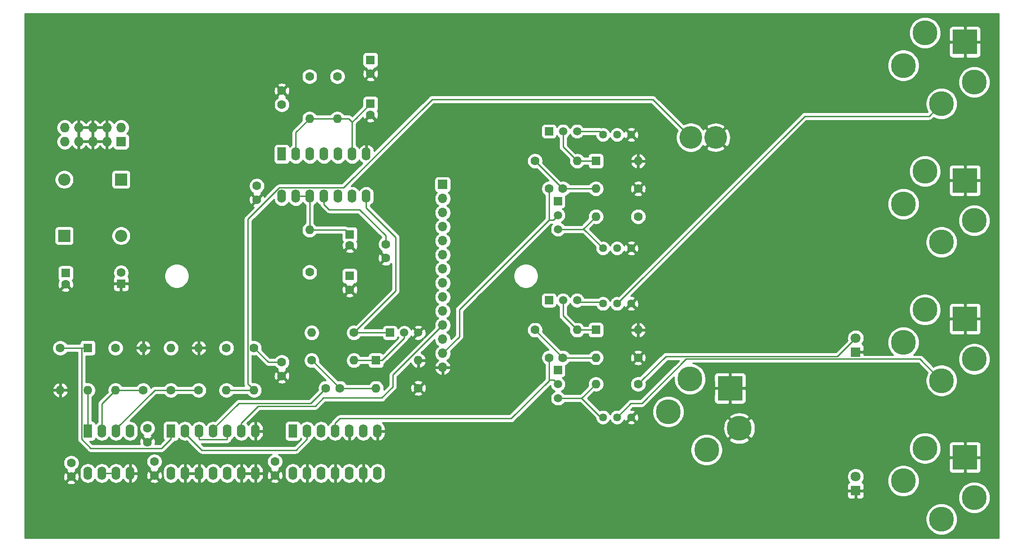
<source format=gbr>
G04 #@! TF.GenerationSoftware,KiCad,Pcbnew,5.1.6-c6e7f7d~87~ubuntu20.04.1*
G04 #@! TF.CreationDate,2020-08-28T15:14:01-04:00*
G04 #@! TF.ProjectId,gategrinder,67617465-6772-4696-9e64-65722e6b6963,rev?*
G04 #@! TF.SameCoordinates,Original*
G04 #@! TF.FileFunction,Copper,L1,Top*
G04 #@! TF.FilePolarity,Positive*
%FSLAX46Y46*%
G04 Gerber Fmt 4.6, Leading zero omitted, Abs format (unit mm)*
G04 Created by KiCad (PCBNEW 5.1.6-c6e7f7d~87~ubuntu20.04.1) date 2020-08-28 15:14:01*
%MOMM*%
%LPD*%
G01*
G04 APERTURE LIST*
G04 #@! TA.AperFunction,ComponentPad*
%ADD10O,1.600000X1.600000*%
G04 #@! TD*
G04 #@! TA.AperFunction,ComponentPad*
%ADD11C,1.600000*%
G04 #@! TD*
G04 #@! TA.AperFunction,ComponentPad*
%ADD12C,1.440000*%
G04 #@! TD*
G04 #@! TA.AperFunction,ComponentPad*
%ADD13R,1.500000X1.500000*%
G04 #@! TD*
G04 #@! TA.AperFunction,ComponentPad*
%ADD14C,1.500000*%
G04 #@! TD*
G04 #@! TA.AperFunction,ComponentPad*
%ADD15C,4.500001*%
G04 #@! TD*
G04 #@! TA.AperFunction,ComponentPad*
%ADD16C,4.500000*%
G04 #@! TD*
G04 #@! TA.AperFunction,ComponentPad*
%ADD17R,4.500001X4.500001*%
G04 #@! TD*
G04 #@! TA.AperFunction,ComponentPad*
%ADD18O,1.600000X2.400000*%
G04 #@! TD*
G04 #@! TA.AperFunction,ComponentPad*
%ADD19R,1.600000X2.400000*%
G04 #@! TD*
G04 #@! TA.AperFunction,ComponentPad*
%ADD20C,4.100000*%
G04 #@! TD*
G04 #@! TA.AperFunction,ComponentPad*
%ADD21O,1.700000X1.700000*%
G04 #@! TD*
G04 #@! TA.AperFunction,ComponentPad*
%ADD22R,1.700000X1.700000*%
G04 #@! TD*
G04 #@! TA.AperFunction,ComponentPad*
%ADD23O,1.727200X1.727200*%
G04 #@! TD*
G04 #@! TA.AperFunction,ComponentPad*
%ADD24R,1.727200X1.727200*%
G04 #@! TD*
G04 #@! TA.AperFunction,ComponentPad*
%ADD25C,1.800000*%
G04 #@! TD*
G04 #@! TA.AperFunction,ComponentPad*
%ADD26R,1.800000X1.800000*%
G04 #@! TD*
G04 #@! TA.AperFunction,ComponentPad*
%ADD27R,1.600000X1.600000*%
G04 #@! TD*
G04 #@! TA.AperFunction,ComponentPad*
%ADD28O,2.200000X2.200000*%
G04 #@! TD*
G04 #@! TA.AperFunction,ComponentPad*
%ADD29R,2.200000X2.200000*%
G04 #@! TD*
G04 #@! TA.AperFunction,Conductor*
%ADD30C,0.250000*%
G04 #@! TD*
G04 #@! TA.AperFunction,Conductor*
%ADD31C,0.254000*%
G04 #@! TD*
G04 APERTURE END LIST*
D10*
X51000000Y-132620000D03*
D11*
X51000000Y-125000000D03*
D12*
X148920000Y-86500000D03*
X151460000Y-86500000D03*
X154000000Y-86500000D03*
X148920000Y-117000000D03*
X151460000Y-117000000D03*
X154000000Y-117000000D03*
X148920000Y-107000000D03*
X151460000Y-107000000D03*
X154000000Y-107000000D03*
X148920000Y-137500000D03*
X151460000Y-137500000D03*
X154000000Y-137500000D03*
D13*
X139170000Y-85890000D03*
D14*
X144250000Y-85890000D03*
X141710000Y-85890000D03*
D13*
X139170000Y-116390000D03*
D14*
X144250000Y-116390000D03*
X141710000Y-116390000D03*
D13*
X140800000Y-98500000D03*
D14*
X140800000Y-103580000D03*
X140800000Y-101040000D03*
D13*
X140800000Y-129000000D03*
D14*
X140800000Y-134080000D03*
X140800000Y-131540000D03*
D13*
X110512060Y-122250000D03*
D14*
X115592060Y-122250000D03*
X113052060Y-122250000D03*
D15*
X207000000Y-93100000D03*
D16*
X215900000Y-102000000D03*
D15*
X203100000Y-99000000D03*
D17*
X214240000Y-94760000D03*
D16*
X210000000Y-105900000D03*
D15*
X207000000Y-143100000D03*
D16*
X215900000Y-152000000D03*
D15*
X203100000Y-149000000D03*
D17*
X214240000Y-144760000D03*
D16*
X210000000Y-155900000D03*
D15*
X207000000Y-68100000D03*
D16*
X215900000Y-77000000D03*
D15*
X203100000Y-74000000D03*
D17*
X214240000Y-69760000D03*
D16*
X210000000Y-80900000D03*
D15*
X207000000Y-118100000D03*
D16*
X215900000Y-127000000D03*
D15*
X203100000Y-124000000D03*
D17*
X214240000Y-119760000D03*
D16*
X210000000Y-130900000D03*
D15*
X164600000Y-130600000D03*
D16*
X173500000Y-139500000D03*
D15*
X160700000Y-136500000D03*
D17*
X171840000Y-132260000D03*
D16*
X167600000Y-143400000D03*
D18*
X70972060Y-147620000D03*
X86212060Y-140000000D03*
X73512060Y-147620000D03*
X83672060Y-140000000D03*
X76052060Y-147620000D03*
X81132060Y-140000000D03*
X78592060Y-147620000D03*
X78592060Y-140000000D03*
X81132060Y-147620000D03*
X76052060Y-140000000D03*
X83672060Y-147620000D03*
X73512060Y-140000000D03*
X86212060Y-147620000D03*
D19*
X70972060Y-140000000D03*
D18*
X55972060Y-147620000D03*
X63592060Y-140000000D03*
X58512060Y-147620000D03*
X61052060Y-140000000D03*
X61052060Y-147620000D03*
X58512060Y-140000000D03*
X63592060Y-147620000D03*
D19*
X55972060Y-140000000D03*
D18*
X92972060Y-147620000D03*
X108212060Y-140000000D03*
X95512060Y-147620000D03*
X105672060Y-140000000D03*
X98052060Y-147620000D03*
X103132060Y-140000000D03*
X100592060Y-147620000D03*
X100592060Y-140000000D03*
X103132060Y-147620000D03*
X98052060Y-140000000D03*
X105672060Y-147620000D03*
X95512060Y-140000000D03*
X108212060Y-147620000D03*
D19*
X92972060Y-140000000D03*
D18*
X90972060Y-97620000D03*
X106212060Y-90000000D03*
X93512060Y-97620000D03*
X103672060Y-90000000D03*
X96052060Y-97620000D03*
X101132060Y-90000000D03*
X98592060Y-97620000D03*
X98592060Y-90000000D03*
X101132060Y-97620000D03*
X96052060Y-90000000D03*
X103672060Y-97620000D03*
X93512060Y-90000000D03*
X106212060Y-97620000D03*
D19*
X90972060Y-90000000D03*
D20*
X169250000Y-87000000D03*
X164750000Y-87000000D03*
D10*
X144250000Y-91250000D03*
D11*
X136630000Y-91250000D03*
D10*
X144250000Y-121750000D03*
D11*
X136630000Y-121750000D03*
D10*
X147630000Y-101270000D03*
D11*
X155250000Y-101270000D03*
D10*
X147630000Y-131520000D03*
D11*
X155250000Y-131520000D03*
D10*
X147630000Y-96250000D03*
D11*
X155250000Y-96250000D03*
D10*
X147630000Y-126750000D03*
D11*
X155250000Y-126750000D03*
D10*
X95972060Y-103710225D03*
D11*
X95972060Y-111330225D03*
D10*
X96352060Y-122250000D03*
D11*
X103972060Y-122250000D03*
D10*
X103972060Y-127250000D03*
D11*
X96352060Y-127250000D03*
D10*
X107972060Y-132250000D03*
D11*
X115592060Y-132250000D03*
D10*
X65972060Y-125000000D03*
D11*
X65972060Y-132620000D03*
D10*
X60972060Y-132620000D03*
D11*
X60972060Y-125000000D03*
D10*
X75972060Y-125000000D03*
D11*
X75972060Y-132620000D03*
D10*
X70972060Y-125000000D03*
D11*
X70972060Y-132620000D03*
D10*
X85972060Y-132620000D03*
D11*
X85972060Y-125000000D03*
D10*
X100972060Y-83620000D03*
D11*
X100972060Y-76000000D03*
D10*
X80972060Y-132620000D03*
D11*
X80972060Y-125000000D03*
D10*
X95972060Y-83620000D03*
D11*
X95972060Y-76000000D03*
D21*
X119980000Y-128510000D03*
X119980000Y-125970000D03*
X119980000Y-123430000D03*
X119980000Y-120890000D03*
X119980000Y-118350000D03*
X119980000Y-115810000D03*
X119980000Y-113270000D03*
X119980000Y-110730000D03*
X119980000Y-108190000D03*
X119980000Y-105650000D03*
X119980000Y-103110000D03*
X119980000Y-100570000D03*
X119980000Y-98030000D03*
D22*
X119980000Y-95490000D03*
D23*
X51812060Y-85210000D03*
X51812060Y-87750000D03*
X54352060Y-85210000D03*
X54352060Y-87750000D03*
X56892060Y-85210000D03*
X56892060Y-87750000D03*
X59432060Y-85210000D03*
X59432060Y-87750000D03*
X61972060Y-85210000D03*
D24*
X61972060Y-87750000D03*
D25*
X194500000Y-123210000D03*
D26*
X194500000Y-125750000D03*
D25*
X194500000Y-148210000D03*
D26*
X194500000Y-150750000D03*
D10*
X155250000Y-91250000D03*
D27*
X147630000Y-91250000D03*
D10*
X155250000Y-121750000D03*
D27*
X147630000Y-121750000D03*
D10*
X115592060Y-127250000D03*
D27*
X107972060Y-127250000D03*
D10*
X55972060Y-132620000D03*
D27*
X55972060Y-125000000D03*
D28*
X61972060Y-104750000D03*
D29*
X61972060Y-94590000D03*
D28*
X51722060Y-94590000D03*
D29*
X51722060Y-104750000D03*
D11*
X103222060Y-114500000D03*
D27*
X103222060Y-112000000D03*
D11*
X141690000Y-96250000D03*
X139190000Y-96250000D03*
X141690000Y-126750000D03*
X139190000Y-126750000D03*
X103222060Y-106500000D03*
D27*
X103222060Y-104500000D03*
D11*
X86472060Y-98250000D03*
X86472060Y-95750000D03*
X109722060Y-108770225D03*
X109722060Y-106270225D03*
X89722060Y-145500000D03*
X89722060Y-148000000D03*
X67972060Y-145500000D03*
X67972060Y-148000000D03*
X98912060Y-132250000D03*
X101412060Y-132250000D03*
X66722060Y-142000000D03*
X66722060Y-139500000D03*
X52972060Y-145750000D03*
X52972060Y-148250000D03*
X61972060Y-111410225D03*
D27*
X61972060Y-113410225D03*
D11*
X51972060Y-113500000D03*
D27*
X51972060Y-111500000D03*
D11*
X106972060Y-75500000D03*
D27*
X106972060Y-73000000D03*
D11*
X90972060Y-130060000D03*
X90972060Y-127560000D03*
X106972060Y-82920000D03*
D27*
X106972060Y-80920000D03*
D11*
X90972060Y-78560000D03*
X90972060Y-81060000D03*
D30*
X93512060Y-86080000D02*
X95972060Y-83620000D01*
X93512060Y-90000000D02*
X93512060Y-86080000D01*
X95972060Y-83620000D02*
X100972060Y-83620000D01*
X104272060Y-83620000D02*
X106972060Y-80920000D01*
X103672060Y-84220000D02*
X103672060Y-90000000D01*
X104272060Y-83620000D02*
X103672060Y-84220000D01*
X103072060Y-83620000D02*
X100972060Y-83620000D01*
X103672060Y-84220000D02*
X103072060Y-83620000D01*
X88532060Y-127560000D02*
X90972060Y-127560000D01*
X85972060Y-125000000D02*
X88532060Y-127560000D01*
X83192060Y-135000000D02*
X96162060Y-135000000D01*
X96162060Y-135000000D02*
X98912060Y-132250000D01*
X78592060Y-140000000D02*
X78592060Y-139600000D01*
X78592060Y-139600000D02*
X83192060Y-135000000D01*
X107972060Y-132250000D02*
X101412060Y-132250000D01*
X96412060Y-127250000D02*
X96352060Y-127250000D01*
X101412060Y-132250000D02*
X96412060Y-127250000D01*
X98592060Y-99070000D02*
X98592060Y-97620000D01*
X105000000Y-100000000D02*
X99522060Y-100000000D01*
X99522060Y-100000000D02*
X98592060Y-99070000D01*
X109722060Y-106270225D02*
X109722060Y-104722060D01*
X109722060Y-104722060D02*
X105000000Y-100000000D01*
X93512060Y-97620000D02*
X96052060Y-97620000D01*
X96052060Y-103630225D02*
X95972060Y-103710225D01*
X96052060Y-97620000D02*
X96052060Y-103630225D01*
X102432285Y-103710225D02*
X103222060Y-104500000D01*
X95972060Y-103710225D02*
X102432285Y-103710225D01*
X141630000Y-126750000D02*
X141690000Y-126750000D01*
X136630000Y-121750000D02*
X141630000Y-126750000D01*
X141690000Y-126750000D02*
X147630000Y-126750000D01*
X139190000Y-126750000D02*
X139190000Y-130910000D01*
X132350000Y-137750000D02*
X139190000Y-130910000D01*
X101392060Y-137750000D02*
X132350000Y-137750000D01*
X100592060Y-140000000D02*
X100592060Y-138550000D01*
X100592060Y-138550000D02*
X101392060Y-137750000D01*
X140050001Y-130790001D02*
X140800000Y-131540000D01*
X139309999Y-130790001D02*
X140050001Y-130790001D01*
X139190000Y-130910000D02*
X139309999Y-130790001D01*
X141690000Y-96250000D02*
X147630000Y-96250000D01*
X141630000Y-96250000D02*
X141690000Y-96250000D01*
X136630000Y-91250000D02*
X141630000Y-96250000D01*
X123000000Y-122950000D02*
X119980000Y-125970000D01*
X123000000Y-118070000D02*
X123000000Y-122950000D01*
X139070000Y-102000000D02*
X123000000Y-118070000D01*
X139190000Y-101880000D02*
X139070000Y-102000000D01*
X139190000Y-96250000D02*
X139190000Y-101880000D01*
X139960000Y-101880000D02*
X140800000Y-101040000D01*
X139190000Y-101880000D02*
X139960000Y-101880000D01*
X55972060Y-132620000D02*
X55972060Y-140000000D01*
X54847059Y-125075001D02*
X54922060Y-125000000D01*
X54847059Y-141460001D02*
X54847059Y-125075001D01*
X56512059Y-143125001D02*
X54847059Y-141460001D01*
X69297059Y-143125001D02*
X56512059Y-143125001D01*
X70972060Y-141450000D02*
X69297059Y-143125001D01*
X54922060Y-125000000D02*
X55972060Y-125000000D01*
X70972060Y-140000000D02*
X70972060Y-141450000D01*
X51000000Y-125000000D02*
X55972060Y-125000000D01*
X103972060Y-127250000D02*
X107972060Y-127250000D01*
X113052060Y-123220000D02*
X113052060Y-122250000D01*
X107972060Y-127250000D02*
X109022060Y-127250000D01*
X109022060Y-127250000D02*
X113052060Y-123220000D01*
X147630000Y-121750000D02*
X144250000Y-121750000D01*
X142070000Y-116750000D02*
X141710000Y-116390000D01*
X141710000Y-119210000D02*
X144250000Y-121750000D01*
X141710000Y-116390000D02*
X141710000Y-119210000D01*
X144250000Y-91250000D02*
X147630000Y-91250000D01*
X141710000Y-88710000D02*
X144250000Y-91250000D01*
X141710000Y-85890000D02*
X141710000Y-88710000D01*
X156049999Y-130720001D02*
X155250000Y-131520000D01*
X160270000Y-126500000D02*
X156049999Y-130720001D01*
X194500000Y-123210000D02*
X191210000Y-126500000D01*
X191210000Y-126500000D02*
X160270000Y-126500000D01*
X83672060Y-138550000D02*
X83672060Y-140000000D01*
X86722060Y-135500000D02*
X83672060Y-138550000D01*
X111000000Y-129870000D02*
X111000000Y-132000000D01*
X119980000Y-120890000D02*
X111000000Y-129870000D01*
X109000000Y-134000000D02*
X98500000Y-134000000D01*
X111000000Y-132000000D02*
X109000000Y-134000000D01*
X97000000Y-135500000D02*
X86722060Y-135500000D01*
X98500000Y-134000000D02*
X97000000Y-135500000D01*
X155944499Y-135000000D02*
X153960000Y-135000000D01*
X153960000Y-135000000D02*
X151460000Y-137500000D01*
X163944499Y-127000000D02*
X155944499Y-135000000D01*
X210000000Y-130900000D02*
X206100000Y-127000000D01*
X206100000Y-127000000D02*
X163944499Y-127000000D01*
X152179999Y-116280001D02*
X151460000Y-117000000D01*
X207750001Y-83149999D02*
X185310001Y-83149999D01*
X185310001Y-83149999D02*
X152179999Y-116280001D01*
X210000000Y-80900000D02*
X207750001Y-83149999D01*
X103972060Y-122250000D02*
X110512060Y-122250000D01*
X111500000Y-105000000D02*
X111500000Y-114722060D01*
X111500000Y-114722060D02*
X103972060Y-122250000D01*
X106212060Y-97620000D02*
X106212060Y-99712060D01*
X106212060Y-99712060D02*
X111500000Y-105000000D01*
X140800000Y-134080000D02*
X145070000Y-134080000D01*
X145070000Y-134080000D02*
X145075000Y-134075000D01*
X145075000Y-134075000D02*
X147630000Y-131520000D01*
X148500000Y-137500000D02*
X145075000Y-134075000D01*
X148920000Y-137500000D02*
X148500000Y-137500000D01*
X145320000Y-103580000D02*
X147630000Y-101270000D01*
X140800000Y-103580000D02*
X145320000Y-103580000D01*
X145500000Y-103580000D02*
X145500000Y-103500000D01*
X148920000Y-107000000D02*
X145500000Y-103580000D01*
X144610000Y-116750000D02*
X144250000Y-116390000D01*
X148920000Y-117000000D02*
X148670000Y-116750000D01*
X148670000Y-116750000D02*
X144610000Y-116750000D01*
X148310000Y-85890000D02*
X148920000Y-86500000D01*
X144250000Y-85890000D02*
X148310000Y-85890000D01*
X80972060Y-132620000D02*
X85972060Y-132620000D01*
X85172061Y-131820001D02*
X85972060Y-132620000D01*
X84847059Y-131494999D02*
X85172061Y-131820001D01*
X84847059Y-101753997D02*
X84847059Y-131494999D01*
X90506066Y-96094990D02*
X84847059Y-101753997D01*
X102108074Y-96094990D02*
X90506066Y-96094990D01*
X118078065Y-80124999D02*
X102108074Y-96094990D01*
X157874999Y-80124999D02*
X118078065Y-80124999D01*
X164750000Y-87000000D02*
X157874999Y-80124999D01*
X69840690Y-132620000D02*
X70972060Y-132620000D01*
X68032060Y-132620000D02*
X69840690Y-132620000D01*
X61052060Y-139600000D02*
X68032060Y-132620000D01*
X61052060Y-140000000D02*
X61052060Y-139600000D01*
X70972060Y-132620000D02*
X75972060Y-132620000D01*
X58512060Y-135080000D02*
X60972060Y-132620000D01*
X58512060Y-140000000D02*
X58512060Y-135080000D01*
X60972060Y-132620000D02*
X65972060Y-132620000D01*
X93532060Y-143430000D02*
X95512060Y-141450000D01*
X76542060Y-143430000D02*
X93532060Y-143430000D01*
X73512060Y-140000000D02*
X73512060Y-140400000D01*
X95512060Y-141450000D02*
X95512060Y-140000000D01*
X73512060Y-140400000D02*
X76542060Y-143430000D01*
X58512060Y-147620000D02*
X61052060Y-147620000D01*
X81132060Y-141450000D02*
X81132060Y-140000000D01*
X81057050Y-141525010D02*
X81132060Y-141450000D01*
X76127070Y-141525010D02*
X81057050Y-141525010D01*
X76052060Y-141450000D02*
X76127070Y-141525010D01*
X76052060Y-140000000D02*
X76052060Y-141450000D01*
D31*
G36*
X220340001Y-159340000D02*
G01*
X44660000Y-159340000D01*
X44660000Y-155615852D01*
X207115000Y-155615852D01*
X207115000Y-156184148D01*
X207225869Y-156741523D01*
X207443346Y-157266560D01*
X207759074Y-157739080D01*
X208160920Y-158140926D01*
X208633440Y-158456654D01*
X209158477Y-158674131D01*
X209715852Y-158785000D01*
X210284148Y-158785000D01*
X210841523Y-158674131D01*
X211366560Y-158456654D01*
X211839080Y-158140926D01*
X212240926Y-157739080D01*
X212556654Y-157266560D01*
X212774131Y-156741523D01*
X212885000Y-156184148D01*
X212885000Y-155615852D01*
X212774131Y-155058477D01*
X212556654Y-154533440D01*
X212240926Y-154060920D01*
X211839080Y-153659074D01*
X211366560Y-153343346D01*
X210841523Y-153125869D01*
X210284148Y-153015000D01*
X209715852Y-153015000D01*
X209158477Y-153125869D01*
X208633440Y-153343346D01*
X208160920Y-153659074D01*
X207759074Y-154060920D01*
X207443346Y-154533440D01*
X207225869Y-155058477D01*
X207115000Y-155615852D01*
X44660000Y-155615852D01*
X44660000Y-151650000D01*
X192961928Y-151650000D01*
X192974188Y-151774482D01*
X193010498Y-151894180D01*
X193069463Y-152004494D01*
X193148815Y-152101185D01*
X193245506Y-152180537D01*
X193355820Y-152239502D01*
X193475518Y-152275812D01*
X193600000Y-152288072D01*
X194214250Y-152285000D01*
X194373000Y-152126250D01*
X194373000Y-150877000D01*
X194627000Y-150877000D01*
X194627000Y-152126250D01*
X194785750Y-152285000D01*
X195400000Y-152288072D01*
X195524482Y-152275812D01*
X195644180Y-152239502D01*
X195754494Y-152180537D01*
X195851185Y-152101185D01*
X195930537Y-152004494D01*
X195989502Y-151894180D01*
X196025812Y-151774482D01*
X196038072Y-151650000D01*
X196035000Y-151035750D01*
X195876250Y-150877000D01*
X194627000Y-150877000D01*
X194373000Y-150877000D01*
X193123750Y-150877000D01*
X192965000Y-151035750D01*
X192961928Y-151650000D01*
X44660000Y-151650000D01*
X44660000Y-149850000D01*
X192961928Y-149850000D01*
X192965000Y-150464250D01*
X193123750Y-150623000D01*
X194373000Y-150623000D01*
X194373000Y-150603000D01*
X194627000Y-150603000D01*
X194627000Y-150623000D01*
X195876250Y-150623000D01*
X196035000Y-150464250D01*
X196038072Y-149850000D01*
X196025812Y-149725518D01*
X195989502Y-149605820D01*
X195930537Y-149495506D01*
X195851185Y-149398815D01*
X195754494Y-149319463D01*
X195644180Y-149260498D01*
X195625873Y-149254944D01*
X195692312Y-149188505D01*
X195860299Y-148937095D01*
X195951941Y-148715852D01*
X200215000Y-148715852D01*
X200215000Y-149284148D01*
X200325869Y-149841523D01*
X200543346Y-150366560D01*
X200859074Y-150839080D01*
X201260920Y-151240926D01*
X201733440Y-151556654D01*
X202258477Y-151774131D01*
X202815852Y-151885000D01*
X203384148Y-151885000D01*
X203941523Y-151774131D01*
X204082221Y-151715852D01*
X213015000Y-151715852D01*
X213015000Y-152284148D01*
X213125869Y-152841523D01*
X213343346Y-153366560D01*
X213659074Y-153839080D01*
X214060920Y-154240926D01*
X214533440Y-154556654D01*
X215058477Y-154774131D01*
X215615852Y-154885000D01*
X216184148Y-154885000D01*
X216741523Y-154774131D01*
X217266560Y-154556654D01*
X217739080Y-154240926D01*
X218140926Y-153839080D01*
X218456654Y-153366560D01*
X218674131Y-152841523D01*
X218785000Y-152284148D01*
X218785000Y-151715852D01*
X218674131Y-151158477D01*
X218456654Y-150633440D01*
X218140926Y-150160920D01*
X217739080Y-149759074D01*
X217266560Y-149443346D01*
X216741523Y-149225869D01*
X216184148Y-149115000D01*
X215615852Y-149115000D01*
X215058477Y-149225869D01*
X214533440Y-149443346D01*
X214060920Y-149759074D01*
X213659074Y-150160920D01*
X213343346Y-150633440D01*
X213125869Y-151158477D01*
X213015000Y-151715852D01*
X204082221Y-151715852D01*
X204466560Y-151556654D01*
X204939080Y-151240926D01*
X205340926Y-150839080D01*
X205656654Y-150366560D01*
X205874131Y-149841523D01*
X205985000Y-149284148D01*
X205985000Y-148715852D01*
X205874131Y-148158477D01*
X205656654Y-147633440D01*
X205340926Y-147160920D01*
X205190006Y-147010000D01*
X211351928Y-147010000D01*
X211364188Y-147134482D01*
X211400498Y-147254180D01*
X211459463Y-147364494D01*
X211538815Y-147461185D01*
X211635506Y-147540537D01*
X211745820Y-147599502D01*
X211865518Y-147635812D01*
X211990000Y-147648072D01*
X213954250Y-147645000D01*
X214113000Y-147486250D01*
X214113000Y-144887000D01*
X214367000Y-144887000D01*
X214367000Y-147486250D01*
X214525750Y-147645000D01*
X216490000Y-147648072D01*
X216614482Y-147635812D01*
X216734180Y-147599502D01*
X216844494Y-147540537D01*
X216941185Y-147461185D01*
X217020537Y-147364494D01*
X217079502Y-147254180D01*
X217115812Y-147134482D01*
X217128072Y-147010000D01*
X217125000Y-145045750D01*
X216966250Y-144887000D01*
X214367000Y-144887000D01*
X214113000Y-144887000D01*
X211513750Y-144887000D01*
X211355000Y-145045750D01*
X211351928Y-147010000D01*
X205190006Y-147010000D01*
X204939080Y-146759074D01*
X204466560Y-146443346D01*
X203941523Y-146225869D01*
X203384148Y-146115000D01*
X202815852Y-146115000D01*
X202258477Y-146225869D01*
X201733440Y-146443346D01*
X201260920Y-146759074D01*
X200859074Y-147160920D01*
X200543346Y-147633440D01*
X200325869Y-148158477D01*
X200215000Y-148715852D01*
X195951941Y-148715852D01*
X195976011Y-148657743D01*
X196035000Y-148361184D01*
X196035000Y-148058816D01*
X195976011Y-147762257D01*
X195860299Y-147482905D01*
X195692312Y-147231495D01*
X195478505Y-147017688D01*
X195227095Y-146849701D01*
X194947743Y-146733989D01*
X194651184Y-146675000D01*
X194348816Y-146675000D01*
X194052257Y-146733989D01*
X193772905Y-146849701D01*
X193521495Y-147017688D01*
X193307688Y-147231495D01*
X193139701Y-147482905D01*
X193023989Y-147762257D01*
X192965000Y-148058816D01*
X192965000Y-148361184D01*
X193023989Y-148657743D01*
X193139701Y-148937095D01*
X193307688Y-149188505D01*
X193374127Y-149254944D01*
X193355820Y-149260498D01*
X193245506Y-149319463D01*
X193148815Y-149398815D01*
X193069463Y-149495506D01*
X193010498Y-149605820D01*
X192974188Y-149725518D01*
X192961928Y-149850000D01*
X44660000Y-149850000D01*
X44660000Y-149242702D01*
X52158963Y-149242702D01*
X52230546Y-149486671D01*
X52486056Y-149607571D01*
X52760244Y-149676300D01*
X53042572Y-149690217D01*
X53322190Y-149648787D01*
X53588352Y-149553603D01*
X53713574Y-149486671D01*
X53785157Y-149242702D01*
X52972060Y-148429605D01*
X52158963Y-149242702D01*
X44660000Y-149242702D01*
X44660000Y-148320512D01*
X51531843Y-148320512D01*
X51573273Y-148600130D01*
X51668457Y-148866292D01*
X51735389Y-148991514D01*
X51979358Y-149063097D01*
X52792455Y-148250000D01*
X53151665Y-148250000D01*
X53964762Y-149063097D01*
X54208731Y-148991514D01*
X54329631Y-148736004D01*
X54398360Y-148461816D01*
X54412277Y-148179488D01*
X54370847Y-147899870D01*
X54275663Y-147633708D01*
X54208731Y-147508486D01*
X53964762Y-147436903D01*
X53151665Y-148250000D01*
X52792455Y-148250000D01*
X51979358Y-147436903D01*
X51735389Y-147508486D01*
X51614489Y-147763996D01*
X51545760Y-148038184D01*
X51531843Y-148320512D01*
X44660000Y-148320512D01*
X44660000Y-145608665D01*
X51537060Y-145608665D01*
X51537060Y-145891335D01*
X51592207Y-146168574D01*
X51700380Y-146429727D01*
X51857423Y-146664759D01*
X52057301Y-146864637D01*
X52257929Y-146998692D01*
X52230546Y-147013329D01*
X52158963Y-147257298D01*
X52972060Y-148070395D01*
X53785157Y-147257298D01*
X53753531Y-147149508D01*
X54537060Y-147149508D01*
X54537060Y-148090491D01*
X54557824Y-148301308D01*
X54639878Y-148571807D01*
X54773128Y-148821100D01*
X54952452Y-149039607D01*
X55170959Y-149218932D01*
X55420252Y-149352182D01*
X55690751Y-149434236D01*
X55972060Y-149461943D01*
X56253368Y-149434236D01*
X56523867Y-149352182D01*
X56773160Y-149218932D01*
X56991667Y-149039608D01*
X57170992Y-148821101D01*
X57242060Y-148688142D01*
X57313128Y-148821100D01*
X57492452Y-149039607D01*
X57710959Y-149218932D01*
X57960252Y-149352182D01*
X58230751Y-149434236D01*
X58512060Y-149461943D01*
X58793368Y-149434236D01*
X59063867Y-149352182D01*
X59313160Y-149218932D01*
X59531667Y-149039608D01*
X59710992Y-148821101D01*
X59782060Y-148688142D01*
X59853128Y-148821100D01*
X60032452Y-149039607D01*
X60250959Y-149218932D01*
X60500252Y-149352182D01*
X60770751Y-149434236D01*
X61052060Y-149461943D01*
X61333368Y-149434236D01*
X61603867Y-149352182D01*
X61853160Y-149218932D01*
X62071667Y-149039608D01*
X62250992Y-148821101D01*
X62319325Y-148693259D01*
X62469459Y-148922839D01*
X62667165Y-149124500D01*
X62900414Y-149283715D01*
X63160242Y-149394367D01*
X63243021Y-149411904D01*
X63465060Y-149289915D01*
X63465060Y-147747000D01*
X63719060Y-147747000D01*
X63719060Y-149289915D01*
X63941099Y-149411904D01*
X64023878Y-149394367D01*
X64283706Y-149283715D01*
X64516955Y-149124500D01*
X64646168Y-148992702D01*
X67158963Y-148992702D01*
X67230546Y-149236671D01*
X67486056Y-149357571D01*
X67760244Y-149426300D01*
X68042572Y-149440217D01*
X68322190Y-149398787D01*
X68588352Y-149303603D01*
X68713574Y-149236671D01*
X68785157Y-148992702D01*
X67972060Y-148179605D01*
X67158963Y-148992702D01*
X64646168Y-148992702D01*
X64714661Y-148922839D01*
X64869226Y-148686483D01*
X64974710Y-148424514D01*
X65027060Y-148147000D01*
X65027060Y-148070512D01*
X66531843Y-148070512D01*
X66573273Y-148350130D01*
X66668457Y-148616292D01*
X66735389Y-148741514D01*
X66979358Y-148813097D01*
X67792455Y-148000000D01*
X68151665Y-148000000D01*
X68964762Y-148813097D01*
X69208731Y-148741514D01*
X69329631Y-148486004D01*
X69398360Y-148211816D01*
X69412277Y-147929488D01*
X69370847Y-147649870D01*
X69275663Y-147383708D01*
X69208731Y-147258486D01*
X68964762Y-147186903D01*
X68151665Y-148000000D01*
X67792455Y-148000000D01*
X66979358Y-147186903D01*
X66735389Y-147258486D01*
X66614489Y-147513996D01*
X66545760Y-147788184D01*
X66531843Y-148070512D01*
X65027060Y-148070512D01*
X65027060Y-147747000D01*
X63719060Y-147747000D01*
X63465060Y-147747000D01*
X63445060Y-147747000D01*
X63445060Y-147493000D01*
X63465060Y-147493000D01*
X63465060Y-145950085D01*
X63719060Y-145950085D01*
X63719060Y-147493000D01*
X65027060Y-147493000D01*
X65027060Y-147093000D01*
X64974710Y-146815486D01*
X64869226Y-146553517D01*
X64714661Y-146317161D01*
X64516955Y-146115500D01*
X64283706Y-145956285D01*
X64023878Y-145845633D01*
X63941099Y-145828096D01*
X63719060Y-145950085D01*
X63465060Y-145950085D01*
X63243021Y-145828096D01*
X63160242Y-145845633D01*
X62900414Y-145956285D01*
X62667165Y-146115500D01*
X62469459Y-146317161D01*
X62319325Y-146546741D01*
X62250992Y-146418899D01*
X62071668Y-146200392D01*
X61853161Y-146021068D01*
X61603868Y-145887818D01*
X61333369Y-145805764D01*
X61052060Y-145778057D01*
X60770752Y-145805764D01*
X60500253Y-145887818D01*
X60250960Y-146021068D01*
X60032453Y-146200392D01*
X59853128Y-146418899D01*
X59782060Y-146551858D01*
X59710992Y-146418899D01*
X59531668Y-146200392D01*
X59313161Y-146021068D01*
X59063868Y-145887818D01*
X58793369Y-145805764D01*
X58512060Y-145778057D01*
X58230752Y-145805764D01*
X57960253Y-145887818D01*
X57710960Y-146021068D01*
X57492453Y-146200392D01*
X57313128Y-146418899D01*
X57242060Y-146551858D01*
X57170992Y-146418899D01*
X56991668Y-146200392D01*
X56773161Y-146021068D01*
X56523868Y-145887818D01*
X56253369Y-145805764D01*
X55972060Y-145778057D01*
X55690752Y-145805764D01*
X55420253Y-145887818D01*
X55170960Y-146021068D01*
X54952453Y-146200392D01*
X54773128Y-146418899D01*
X54639878Y-146668192D01*
X54557824Y-146938691D01*
X54537060Y-147149508D01*
X53753531Y-147149508D01*
X53713574Y-147013329D01*
X53684719Y-146999676D01*
X53886819Y-146864637D01*
X54086697Y-146664759D01*
X54243740Y-146429727D01*
X54351913Y-146168574D01*
X54407060Y-145891335D01*
X54407060Y-145608665D01*
X54357332Y-145358665D01*
X66537060Y-145358665D01*
X66537060Y-145641335D01*
X66592207Y-145918574D01*
X66700380Y-146179727D01*
X66857423Y-146414759D01*
X67057301Y-146614637D01*
X67257929Y-146748692D01*
X67230546Y-146763329D01*
X67158963Y-147007298D01*
X67972060Y-147820395D01*
X68642947Y-147149508D01*
X69537060Y-147149508D01*
X69537060Y-148090491D01*
X69557824Y-148301308D01*
X69639878Y-148571807D01*
X69773128Y-148821100D01*
X69952452Y-149039607D01*
X70170959Y-149218932D01*
X70420252Y-149352182D01*
X70690751Y-149434236D01*
X70972060Y-149461943D01*
X71253368Y-149434236D01*
X71523867Y-149352182D01*
X71773160Y-149218932D01*
X71991667Y-149039608D01*
X72170992Y-148821101D01*
X72239325Y-148693259D01*
X72389459Y-148922839D01*
X72587165Y-149124500D01*
X72820414Y-149283715D01*
X73080242Y-149394367D01*
X73163021Y-149411904D01*
X73385060Y-149289915D01*
X73385060Y-147747000D01*
X73639060Y-147747000D01*
X73639060Y-149289915D01*
X73861099Y-149411904D01*
X73943878Y-149394367D01*
X74203706Y-149283715D01*
X74436955Y-149124500D01*
X74634661Y-148922839D01*
X74782060Y-148697441D01*
X74929459Y-148922839D01*
X75127165Y-149124500D01*
X75360414Y-149283715D01*
X75620242Y-149394367D01*
X75703021Y-149411904D01*
X75925060Y-149289915D01*
X75925060Y-147747000D01*
X73639060Y-147747000D01*
X73385060Y-147747000D01*
X73365060Y-147747000D01*
X73365060Y-147493000D01*
X73385060Y-147493000D01*
X73385060Y-145950085D01*
X73639060Y-145950085D01*
X73639060Y-147493000D01*
X75925060Y-147493000D01*
X75925060Y-145950085D01*
X76179060Y-145950085D01*
X76179060Y-147493000D01*
X76199060Y-147493000D01*
X76199060Y-147747000D01*
X76179060Y-147747000D01*
X76179060Y-149289915D01*
X76401099Y-149411904D01*
X76483878Y-149394367D01*
X76743706Y-149283715D01*
X76976955Y-149124500D01*
X77174661Y-148922839D01*
X77324795Y-148693258D01*
X77393128Y-148821100D01*
X77572452Y-149039607D01*
X77790959Y-149218932D01*
X78040252Y-149352182D01*
X78310751Y-149434236D01*
X78592060Y-149461943D01*
X78873368Y-149434236D01*
X79143867Y-149352182D01*
X79393160Y-149218932D01*
X79611667Y-149039608D01*
X79790992Y-148821101D01*
X79862060Y-148688142D01*
X79933128Y-148821100D01*
X80112452Y-149039607D01*
X80330959Y-149218932D01*
X80580252Y-149352182D01*
X80850751Y-149434236D01*
X81132060Y-149461943D01*
X81413368Y-149434236D01*
X81683867Y-149352182D01*
X81933160Y-149218932D01*
X82151667Y-149039608D01*
X82330992Y-148821101D01*
X82399325Y-148693259D01*
X82549459Y-148922839D01*
X82747165Y-149124500D01*
X82980414Y-149283715D01*
X83240242Y-149394367D01*
X83323021Y-149411904D01*
X83545060Y-149289915D01*
X83545060Y-147747000D01*
X83799060Y-147747000D01*
X83799060Y-149289915D01*
X84021099Y-149411904D01*
X84103878Y-149394367D01*
X84363706Y-149283715D01*
X84596955Y-149124500D01*
X84794661Y-148922839D01*
X84942060Y-148697441D01*
X85089459Y-148922839D01*
X85287165Y-149124500D01*
X85520414Y-149283715D01*
X85780242Y-149394367D01*
X85863021Y-149411904D01*
X86085060Y-149289915D01*
X86085060Y-147747000D01*
X86339060Y-147747000D01*
X86339060Y-149289915D01*
X86561099Y-149411904D01*
X86643878Y-149394367D01*
X86903706Y-149283715D01*
X87136955Y-149124500D01*
X87266168Y-148992702D01*
X88908963Y-148992702D01*
X88980546Y-149236671D01*
X89236056Y-149357571D01*
X89510244Y-149426300D01*
X89792572Y-149440217D01*
X90072190Y-149398787D01*
X90338352Y-149303603D01*
X90463574Y-149236671D01*
X90535157Y-148992702D01*
X89722060Y-148179605D01*
X88908963Y-148992702D01*
X87266168Y-148992702D01*
X87334661Y-148922839D01*
X87489226Y-148686483D01*
X87594710Y-148424514D01*
X87647060Y-148147000D01*
X87647060Y-148070512D01*
X88281843Y-148070512D01*
X88323273Y-148350130D01*
X88418457Y-148616292D01*
X88485389Y-148741514D01*
X88729358Y-148813097D01*
X89542455Y-148000000D01*
X89901665Y-148000000D01*
X90714762Y-148813097D01*
X90958731Y-148741514D01*
X91079631Y-148486004D01*
X91148360Y-148211816D01*
X91162277Y-147929488D01*
X91120847Y-147649870D01*
X91025663Y-147383708D01*
X90958731Y-147258486D01*
X90714762Y-147186903D01*
X89901665Y-148000000D01*
X89542455Y-148000000D01*
X88729358Y-147186903D01*
X88485389Y-147258486D01*
X88364489Y-147513996D01*
X88295760Y-147788184D01*
X88281843Y-148070512D01*
X87647060Y-148070512D01*
X87647060Y-147747000D01*
X86339060Y-147747000D01*
X86085060Y-147747000D01*
X83799060Y-147747000D01*
X83545060Y-147747000D01*
X83525060Y-147747000D01*
X83525060Y-147493000D01*
X83545060Y-147493000D01*
X83545060Y-145950085D01*
X83799060Y-145950085D01*
X83799060Y-147493000D01*
X86085060Y-147493000D01*
X86085060Y-145950085D01*
X86339060Y-145950085D01*
X86339060Y-147493000D01*
X87647060Y-147493000D01*
X87647060Y-147093000D01*
X87594710Y-146815486D01*
X87489226Y-146553517D01*
X87334661Y-146317161D01*
X87136955Y-146115500D01*
X86903706Y-145956285D01*
X86643878Y-145845633D01*
X86561099Y-145828096D01*
X86339060Y-145950085D01*
X86085060Y-145950085D01*
X85863021Y-145828096D01*
X85780242Y-145845633D01*
X85520414Y-145956285D01*
X85287165Y-146115500D01*
X85089459Y-146317161D01*
X84942060Y-146542559D01*
X84794661Y-146317161D01*
X84596955Y-146115500D01*
X84363706Y-145956285D01*
X84103878Y-145845633D01*
X84021099Y-145828096D01*
X83799060Y-145950085D01*
X83545060Y-145950085D01*
X83323021Y-145828096D01*
X83240242Y-145845633D01*
X82980414Y-145956285D01*
X82747165Y-146115500D01*
X82549459Y-146317161D01*
X82399325Y-146546741D01*
X82330992Y-146418899D01*
X82151668Y-146200392D01*
X81933161Y-146021068D01*
X81683868Y-145887818D01*
X81413369Y-145805764D01*
X81132060Y-145778057D01*
X80850752Y-145805764D01*
X80580253Y-145887818D01*
X80330960Y-146021068D01*
X80112453Y-146200392D01*
X79933128Y-146418899D01*
X79862060Y-146551858D01*
X79790992Y-146418899D01*
X79611668Y-146200392D01*
X79393161Y-146021068D01*
X79143868Y-145887818D01*
X78873369Y-145805764D01*
X78592060Y-145778057D01*
X78310752Y-145805764D01*
X78040253Y-145887818D01*
X77790960Y-146021068D01*
X77572453Y-146200392D01*
X77393128Y-146418899D01*
X77324795Y-146546741D01*
X77174661Y-146317161D01*
X76976955Y-146115500D01*
X76743706Y-145956285D01*
X76483878Y-145845633D01*
X76401099Y-145828096D01*
X76179060Y-145950085D01*
X75925060Y-145950085D01*
X75703021Y-145828096D01*
X75620242Y-145845633D01*
X75360414Y-145956285D01*
X75127165Y-146115500D01*
X74929459Y-146317161D01*
X74782060Y-146542559D01*
X74634661Y-146317161D01*
X74436955Y-146115500D01*
X74203706Y-145956285D01*
X73943878Y-145845633D01*
X73861099Y-145828096D01*
X73639060Y-145950085D01*
X73385060Y-145950085D01*
X73163021Y-145828096D01*
X73080242Y-145845633D01*
X72820414Y-145956285D01*
X72587165Y-146115500D01*
X72389459Y-146317161D01*
X72239325Y-146546741D01*
X72170992Y-146418899D01*
X71991668Y-146200392D01*
X71773161Y-146021068D01*
X71523868Y-145887818D01*
X71253369Y-145805764D01*
X70972060Y-145778057D01*
X70690752Y-145805764D01*
X70420253Y-145887818D01*
X70170960Y-146021068D01*
X69952453Y-146200392D01*
X69773128Y-146418899D01*
X69639878Y-146668192D01*
X69557824Y-146938691D01*
X69537060Y-147149508D01*
X68642947Y-147149508D01*
X68785157Y-147007298D01*
X68713574Y-146763329D01*
X68684719Y-146749676D01*
X68886819Y-146614637D01*
X69086697Y-146414759D01*
X69243740Y-146179727D01*
X69351913Y-145918574D01*
X69407060Y-145641335D01*
X69407060Y-145358665D01*
X69351913Y-145081426D01*
X69243740Y-144820273D01*
X69086697Y-144585241D01*
X68886819Y-144385363D01*
X68651787Y-144228320D01*
X68390634Y-144120147D01*
X68113395Y-144065000D01*
X67830725Y-144065000D01*
X67553486Y-144120147D01*
X67292333Y-144228320D01*
X67057301Y-144385363D01*
X66857423Y-144585241D01*
X66700380Y-144820273D01*
X66592207Y-145081426D01*
X66537060Y-145358665D01*
X54357332Y-145358665D01*
X54351913Y-145331426D01*
X54243740Y-145070273D01*
X54086697Y-144835241D01*
X53886819Y-144635363D01*
X53651787Y-144478320D01*
X53390634Y-144370147D01*
X53113395Y-144315000D01*
X52830725Y-144315000D01*
X52553486Y-144370147D01*
X52292333Y-144478320D01*
X52057301Y-144635363D01*
X51857423Y-144835241D01*
X51700380Y-145070273D01*
X51592207Y-145331426D01*
X51537060Y-145608665D01*
X44660000Y-145608665D01*
X44660000Y-132969040D01*
X49608091Y-132969040D01*
X49702930Y-133233881D01*
X49847615Y-133475131D01*
X50036586Y-133683519D01*
X50262580Y-133851037D01*
X50516913Y-133971246D01*
X50650961Y-134011904D01*
X50873000Y-133889915D01*
X50873000Y-132747000D01*
X51127000Y-132747000D01*
X51127000Y-133889915D01*
X51349039Y-134011904D01*
X51483087Y-133971246D01*
X51737420Y-133851037D01*
X51963414Y-133683519D01*
X52152385Y-133475131D01*
X52297070Y-133233881D01*
X52391909Y-132969040D01*
X52270624Y-132747000D01*
X51127000Y-132747000D01*
X50873000Y-132747000D01*
X49729376Y-132747000D01*
X49608091Y-132969040D01*
X44660000Y-132969040D01*
X44660000Y-132270960D01*
X49608091Y-132270960D01*
X49729376Y-132493000D01*
X50873000Y-132493000D01*
X50873000Y-131350085D01*
X51127000Y-131350085D01*
X51127000Y-132493000D01*
X52270624Y-132493000D01*
X52391909Y-132270960D01*
X52297070Y-132006119D01*
X52152385Y-131764869D01*
X51963414Y-131556481D01*
X51737420Y-131388963D01*
X51483087Y-131268754D01*
X51349039Y-131228096D01*
X51127000Y-131350085D01*
X50873000Y-131350085D01*
X50650961Y-131228096D01*
X50516913Y-131268754D01*
X50262580Y-131388963D01*
X50036586Y-131556481D01*
X49847615Y-131764869D01*
X49702930Y-132006119D01*
X49608091Y-132270960D01*
X44660000Y-132270960D01*
X44660000Y-124858665D01*
X49565000Y-124858665D01*
X49565000Y-125141335D01*
X49620147Y-125418574D01*
X49728320Y-125679727D01*
X49885363Y-125914759D01*
X50085241Y-126114637D01*
X50320273Y-126271680D01*
X50581426Y-126379853D01*
X50858665Y-126435000D01*
X51141335Y-126435000D01*
X51418574Y-126379853D01*
X51679727Y-126271680D01*
X51914759Y-126114637D01*
X52114637Y-125914759D01*
X52218043Y-125760000D01*
X54087060Y-125760000D01*
X54087059Y-141422679D01*
X54083383Y-141460001D01*
X54087059Y-141497323D01*
X54087059Y-141497333D01*
X54098056Y-141608986D01*
X54135808Y-141733440D01*
X54141513Y-141752247D01*
X54212085Y-141884277D01*
X54239518Y-141917704D01*
X54307058Y-142000002D01*
X54336062Y-142023805D01*
X55948260Y-143636004D01*
X55972058Y-143665002D01*
X56001056Y-143688800D01*
X56087783Y-143759975D01*
X56219812Y-143830547D01*
X56363073Y-143874004D01*
X56512059Y-143888678D01*
X56549392Y-143885001D01*
X69259737Y-143885001D01*
X69297059Y-143888677D01*
X69334381Y-143885001D01*
X69334392Y-143885001D01*
X69446045Y-143874004D01*
X69589306Y-143830547D01*
X69721335Y-143759975D01*
X69837060Y-143665002D01*
X69860863Y-143635998D01*
X71483063Y-142013799D01*
X71512061Y-141990001D01*
X71571394Y-141917704D01*
X71607034Y-141874277D01*
X71626386Y-141838072D01*
X71772060Y-141838072D01*
X71896542Y-141825812D01*
X72016240Y-141789502D01*
X72126554Y-141730537D01*
X72223245Y-141651185D01*
X72302597Y-141554494D01*
X72361562Y-141444180D01*
X72397872Y-141324482D01*
X72399641Y-141306517D01*
X72492452Y-141419607D01*
X72710959Y-141598932D01*
X72960252Y-141732182D01*
X73230751Y-141814236D01*
X73512060Y-141841943D01*
X73793368Y-141814236D01*
X73837966Y-141800707D01*
X75978261Y-143941003D01*
X76002059Y-143970001D01*
X76031057Y-143993799D01*
X76117783Y-144064974D01*
X76221004Y-144120147D01*
X76249813Y-144135546D01*
X76393074Y-144179003D01*
X76504727Y-144190000D01*
X76504736Y-144190000D01*
X76542059Y-144193676D01*
X76579382Y-144190000D01*
X89134846Y-144190000D01*
X89042333Y-144228320D01*
X88807301Y-144385363D01*
X88607423Y-144585241D01*
X88450380Y-144820273D01*
X88342207Y-145081426D01*
X88287060Y-145358665D01*
X88287060Y-145641335D01*
X88342207Y-145918574D01*
X88450380Y-146179727D01*
X88607423Y-146414759D01*
X88807301Y-146614637D01*
X89007929Y-146748692D01*
X88980546Y-146763329D01*
X88908963Y-147007298D01*
X89722060Y-147820395D01*
X90392947Y-147149508D01*
X91537060Y-147149508D01*
X91537060Y-148090491D01*
X91557824Y-148301308D01*
X91639878Y-148571807D01*
X91773128Y-148821100D01*
X91952452Y-149039607D01*
X92170959Y-149218932D01*
X92420252Y-149352182D01*
X92690751Y-149434236D01*
X92972060Y-149461943D01*
X93253368Y-149434236D01*
X93523867Y-149352182D01*
X93773160Y-149218932D01*
X93991667Y-149039608D01*
X94170992Y-148821101D01*
X94239325Y-148693259D01*
X94389459Y-148922839D01*
X94587165Y-149124500D01*
X94820414Y-149283715D01*
X95080242Y-149394367D01*
X95163021Y-149411904D01*
X95385060Y-149289915D01*
X95385060Y-147747000D01*
X95365060Y-147747000D01*
X95365060Y-147493000D01*
X95385060Y-147493000D01*
X95385060Y-145950085D01*
X95639060Y-145950085D01*
X95639060Y-147493000D01*
X95659060Y-147493000D01*
X95659060Y-147747000D01*
X95639060Y-147747000D01*
X95639060Y-149289915D01*
X95861099Y-149411904D01*
X95943878Y-149394367D01*
X96203706Y-149283715D01*
X96436955Y-149124500D01*
X96634661Y-148922839D01*
X96784795Y-148693258D01*
X96853128Y-148821100D01*
X97032452Y-149039607D01*
X97250959Y-149218932D01*
X97500252Y-149352182D01*
X97770751Y-149434236D01*
X98052060Y-149461943D01*
X98333368Y-149434236D01*
X98603867Y-149352182D01*
X98853160Y-149218932D01*
X99071667Y-149039608D01*
X99250992Y-148821101D01*
X99319325Y-148693259D01*
X99469459Y-148922839D01*
X99667165Y-149124500D01*
X99900414Y-149283715D01*
X100160242Y-149394367D01*
X100243021Y-149411904D01*
X100465060Y-149289915D01*
X100465060Y-147747000D01*
X100445060Y-147747000D01*
X100445060Y-147493000D01*
X100465060Y-147493000D01*
X100465060Y-145950085D01*
X100719060Y-145950085D01*
X100719060Y-147493000D01*
X100739060Y-147493000D01*
X100739060Y-147747000D01*
X100719060Y-147747000D01*
X100719060Y-149289915D01*
X100941099Y-149411904D01*
X101023878Y-149394367D01*
X101283706Y-149283715D01*
X101516955Y-149124500D01*
X101714661Y-148922839D01*
X101864795Y-148693258D01*
X101933128Y-148821100D01*
X102112452Y-149039607D01*
X102330959Y-149218932D01*
X102580252Y-149352182D01*
X102850751Y-149434236D01*
X103132060Y-149461943D01*
X103413368Y-149434236D01*
X103683867Y-149352182D01*
X103933160Y-149218932D01*
X104151667Y-149039608D01*
X104330992Y-148821101D01*
X104399325Y-148693259D01*
X104549459Y-148922839D01*
X104747165Y-149124500D01*
X104980414Y-149283715D01*
X105240242Y-149394367D01*
X105323021Y-149411904D01*
X105545060Y-149289915D01*
X105545060Y-147747000D01*
X105525060Y-147747000D01*
X105525060Y-147493000D01*
X105545060Y-147493000D01*
X105545060Y-145950085D01*
X105799060Y-145950085D01*
X105799060Y-147493000D01*
X105819060Y-147493000D01*
X105819060Y-147747000D01*
X105799060Y-147747000D01*
X105799060Y-149289915D01*
X106021099Y-149411904D01*
X106103878Y-149394367D01*
X106363706Y-149283715D01*
X106596955Y-149124500D01*
X106794661Y-148922839D01*
X106944795Y-148693258D01*
X107013128Y-148821100D01*
X107192452Y-149039607D01*
X107410959Y-149218932D01*
X107660252Y-149352182D01*
X107930751Y-149434236D01*
X108212060Y-149461943D01*
X108493368Y-149434236D01*
X108763867Y-149352182D01*
X109013160Y-149218932D01*
X109231667Y-149039608D01*
X109410992Y-148821101D01*
X109544242Y-148571808D01*
X109626296Y-148301309D01*
X109647060Y-148090492D01*
X109647060Y-147149509D01*
X109626296Y-146938691D01*
X109544242Y-146668192D01*
X109410992Y-146418899D01*
X109231668Y-146200392D01*
X109013161Y-146021068D01*
X108763868Y-145887818D01*
X108493369Y-145805764D01*
X108212060Y-145778057D01*
X107930752Y-145805764D01*
X107660253Y-145887818D01*
X107410960Y-146021068D01*
X107192453Y-146200392D01*
X107013128Y-146418899D01*
X106944795Y-146546741D01*
X106794661Y-146317161D01*
X106596955Y-146115500D01*
X106363706Y-145956285D01*
X106103878Y-145845633D01*
X106021099Y-145828096D01*
X105799060Y-145950085D01*
X105545060Y-145950085D01*
X105323021Y-145828096D01*
X105240242Y-145845633D01*
X104980414Y-145956285D01*
X104747165Y-146115500D01*
X104549459Y-146317161D01*
X104399325Y-146546741D01*
X104330992Y-146418899D01*
X104151668Y-146200392D01*
X103933161Y-146021068D01*
X103683868Y-145887818D01*
X103413369Y-145805764D01*
X103132060Y-145778057D01*
X102850752Y-145805764D01*
X102580253Y-145887818D01*
X102330960Y-146021068D01*
X102112453Y-146200392D01*
X101933128Y-146418899D01*
X101864795Y-146546741D01*
X101714661Y-146317161D01*
X101516955Y-146115500D01*
X101283706Y-145956285D01*
X101023878Y-145845633D01*
X100941099Y-145828096D01*
X100719060Y-145950085D01*
X100465060Y-145950085D01*
X100243021Y-145828096D01*
X100160242Y-145845633D01*
X99900414Y-145956285D01*
X99667165Y-146115500D01*
X99469459Y-146317161D01*
X99319325Y-146546741D01*
X99250992Y-146418899D01*
X99071668Y-146200392D01*
X98853161Y-146021068D01*
X98603868Y-145887818D01*
X98333369Y-145805764D01*
X98052060Y-145778057D01*
X97770752Y-145805764D01*
X97500253Y-145887818D01*
X97250960Y-146021068D01*
X97032453Y-146200392D01*
X96853128Y-146418899D01*
X96784795Y-146546741D01*
X96634661Y-146317161D01*
X96436955Y-146115500D01*
X96203706Y-145956285D01*
X95943878Y-145845633D01*
X95861099Y-145828096D01*
X95639060Y-145950085D01*
X95385060Y-145950085D01*
X95163021Y-145828096D01*
X95080242Y-145845633D01*
X94820414Y-145956285D01*
X94587165Y-146115500D01*
X94389459Y-146317161D01*
X94239325Y-146546741D01*
X94170992Y-146418899D01*
X93991668Y-146200392D01*
X93773161Y-146021068D01*
X93523868Y-145887818D01*
X93253369Y-145805764D01*
X92972060Y-145778057D01*
X92690752Y-145805764D01*
X92420253Y-145887818D01*
X92170960Y-146021068D01*
X91952453Y-146200392D01*
X91773128Y-146418899D01*
X91639878Y-146668192D01*
X91557824Y-146938691D01*
X91537060Y-147149508D01*
X90392947Y-147149508D01*
X90535157Y-147007298D01*
X90463574Y-146763329D01*
X90434719Y-146749676D01*
X90636819Y-146614637D01*
X90836697Y-146414759D01*
X90993740Y-146179727D01*
X91101913Y-145918574D01*
X91157060Y-145641335D01*
X91157060Y-145358665D01*
X91101913Y-145081426D01*
X90993740Y-144820273D01*
X90836697Y-144585241D01*
X90636819Y-144385363D01*
X90401787Y-144228320D01*
X90309274Y-144190000D01*
X93494738Y-144190000D01*
X93532060Y-144193676D01*
X93569382Y-144190000D01*
X93569393Y-144190000D01*
X93681046Y-144179003D01*
X93824307Y-144135546D01*
X93956336Y-144064974D01*
X94072061Y-143970001D01*
X94095864Y-143940997D01*
X94921009Y-143115852D01*
X164715000Y-143115852D01*
X164715000Y-143684148D01*
X164825869Y-144241523D01*
X165043346Y-144766560D01*
X165359074Y-145239080D01*
X165760920Y-145640926D01*
X166233440Y-145956654D01*
X166758477Y-146174131D01*
X167315852Y-146285000D01*
X167884148Y-146285000D01*
X168441523Y-146174131D01*
X168966560Y-145956654D01*
X169439080Y-145640926D01*
X169840926Y-145239080D01*
X170156654Y-144766560D01*
X170374131Y-144241523D01*
X170485000Y-143684148D01*
X170485000Y-143115852D01*
X170425327Y-142815852D01*
X204115000Y-142815852D01*
X204115000Y-143384148D01*
X204225869Y-143941523D01*
X204443346Y-144466560D01*
X204759074Y-144939080D01*
X205160920Y-145340926D01*
X205633440Y-145656654D01*
X206158477Y-145874131D01*
X206715852Y-145985000D01*
X207284148Y-145985000D01*
X207841523Y-145874131D01*
X208366560Y-145656654D01*
X208839080Y-145340926D01*
X209240926Y-144939080D01*
X209556654Y-144466560D01*
X209774131Y-143941523D01*
X209885000Y-143384148D01*
X209885000Y-142815852D01*
X209824163Y-142510000D01*
X211351928Y-142510000D01*
X211355000Y-144474250D01*
X211513750Y-144633000D01*
X214113000Y-144633000D01*
X214113000Y-142033750D01*
X214367000Y-142033750D01*
X214367000Y-144633000D01*
X216966250Y-144633000D01*
X217125000Y-144474250D01*
X217128072Y-142510000D01*
X217115812Y-142385518D01*
X217079502Y-142265820D01*
X217020537Y-142155506D01*
X216941185Y-142058815D01*
X216844494Y-141979463D01*
X216734180Y-141920498D01*
X216614482Y-141884188D01*
X216490000Y-141871928D01*
X214525750Y-141875000D01*
X214367000Y-142033750D01*
X214113000Y-142033750D01*
X213954250Y-141875000D01*
X211990000Y-141871928D01*
X211865518Y-141884188D01*
X211745820Y-141920498D01*
X211635506Y-141979463D01*
X211538815Y-142058815D01*
X211459463Y-142155506D01*
X211400498Y-142265820D01*
X211364188Y-142385518D01*
X211351928Y-142510000D01*
X209824163Y-142510000D01*
X209774131Y-142258477D01*
X209556654Y-141733440D01*
X209240926Y-141260920D01*
X208839080Y-140859074D01*
X208366560Y-140543346D01*
X207841523Y-140325869D01*
X207284148Y-140215000D01*
X206715852Y-140215000D01*
X206158477Y-140325869D01*
X205633440Y-140543346D01*
X205160920Y-140859074D01*
X204759074Y-141260920D01*
X204443346Y-141733440D01*
X204225869Y-142258477D01*
X204115000Y-142815852D01*
X170425327Y-142815852D01*
X170374131Y-142558477D01*
X170156654Y-142033440D01*
X169840926Y-141560920D01*
X169805346Y-141525340D01*
X171654265Y-141525340D01*
X171900416Y-141917704D01*
X172402822Y-142183312D01*
X172947393Y-142345801D01*
X173513199Y-142398928D01*
X174078498Y-142340652D01*
X174621566Y-142173210D01*
X175099584Y-141917704D01*
X175345735Y-141525340D01*
X173500000Y-139679605D01*
X171654265Y-141525340D01*
X169805346Y-141525340D01*
X169439080Y-141159074D01*
X168966560Y-140843346D01*
X168441523Y-140625869D01*
X167884148Y-140515000D01*
X167315852Y-140515000D01*
X166758477Y-140625869D01*
X166233440Y-140843346D01*
X165760920Y-141159074D01*
X165359074Y-141560920D01*
X165043346Y-142033440D01*
X164825869Y-142558477D01*
X164715000Y-143115852D01*
X94921009Y-143115852D01*
X96023064Y-142013798D01*
X96052061Y-141990001D01*
X96147034Y-141874276D01*
X96217606Y-141742247D01*
X96251001Y-141632157D01*
X96313160Y-141598932D01*
X96531667Y-141419608D01*
X96710992Y-141201101D01*
X96782060Y-141068142D01*
X96853128Y-141201100D01*
X97032452Y-141419607D01*
X97250959Y-141598932D01*
X97500252Y-141732182D01*
X97770751Y-141814236D01*
X98052060Y-141841943D01*
X98333368Y-141814236D01*
X98603867Y-141732182D01*
X98853160Y-141598932D01*
X99071667Y-141419608D01*
X99250992Y-141201101D01*
X99322060Y-141068142D01*
X99393128Y-141201100D01*
X99572452Y-141419607D01*
X99790959Y-141598932D01*
X100040252Y-141732182D01*
X100310751Y-141814236D01*
X100592060Y-141841943D01*
X100873368Y-141814236D01*
X101143867Y-141732182D01*
X101393160Y-141598932D01*
X101611667Y-141419608D01*
X101790992Y-141201101D01*
X101859325Y-141073259D01*
X102009459Y-141302839D01*
X102207165Y-141504500D01*
X102440414Y-141663715D01*
X102700242Y-141774367D01*
X102783021Y-141791904D01*
X103005060Y-141669915D01*
X103005060Y-140127000D01*
X102985060Y-140127000D01*
X102985060Y-139873000D01*
X103005060Y-139873000D01*
X103005060Y-139853000D01*
X103259060Y-139853000D01*
X103259060Y-139873000D01*
X103279060Y-139873000D01*
X103279060Y-140127000D01*
X103259060Y-140127000D01*
X103259060Y-141669915D01*
X103481099Y-141791904D01*
X103563878Y-141774367D01*
X103823706Y-141663715D01*
X104056955Y-141504500D01*
X104254661Y-141302839D01*
X104404795Y-141073258D01*
X104473128Y-141201100D01*
X104652452Y-141419607D01*
X104870959Y-141598932D01*
X105120252Y-141732182D01*
X105390751Y-141814236D01*
X105672060Y-141841943D01*
X105953368Y-141814236D01*
X106223867Y-141732182D01*
X106473160Y-141598932D01*
X106691667Y-141419608D01*
X106870992Y-141201101D01*
X106939325Y-141073259D01*
X107089459Y-141302839D01*
X107287165Y-141504500D01*
X107520414Y-141663715D01*
X107780242Y-141774367D01*
X107863021Y-141791904D01*
X108085060Y-141669915D01*
X108085060Y-140127000D01*
X108339060Y-140127000D01*
X108339060Y-141669915D01*
X108561099Y-141791904D01*
X108643878Y-141774367D01*
X108903706Y-141663715D01*
X109136955Y-141504500D01*
X109334661Y-141302839D01*
X109489226Y-141066483D01*
X109594710Y-140804514D01*
X109647060Y-140527000D01*
X109647060Y-140127000D01*
X108339060Y-140127000D01*
X108085060Y-140127000D01*
X108065060Y-140127000D01*
X108065060Y-139873000D01*
X108085060Y-139873000D01*
X108085060Y-139853000D01*
X108339060Y-139853000D01*
X108339060Y-139873000D01*
X109647060Y-139873000D01*
X109647060Y-139513199D01*
X170601072Y-139513199D01*
X170659348Y-140078498D01*
X170826790Y-140621566D01*
X171082296Y-141099584D01*
X171474660Y-141345735D01*
X173320395Y-139500000D01*
X173679605Y-139500000D01*
X175525340Y-141345735D01*
X175917704Y-141099584D01*
X176183312Y-140597178D01*
X176345801Y-140052607D01*
X176398928Y-139486801D01*
X176340652Y-138921502D01*
X176173210Y-138378434D01*
X175917704Y-137900416D01*
X175525340Y-137654265D01*
X173679605Y-139500000D01*
X173320395Y-139500000D01*
X171474660Y-137654265D01*
X171082296Y-137900416D01*
X170816688Y-138402822D01*
X170654199Y-138947393D01*
X170601072Y-139513199D01*
X109647060Y-139513199D01*
X109647060Y-139473000D01*
X109594710Y-139195486D01*
X109489226Y-138933517D01*
X109334661Y-138697161D01*
X109151171Y-138510000D01*
X132312678Y-138510000D01*
X132350000Y-138513676D01*
X132387322Y-138510000D01*
X132387333Y-138510000D01*
X132498986Y-138499003D01*
X132642247Y-138455546D01*
X132774276Y-138384974D01*
X132890001Y-138290001D01*
X132913804Y-138260997D01*
X139428836Y-131745966D01*
X139468225Y-131943989D01*
X139572629Y-132196043D01*
X139724201Y-132422886D01*
X139917114Y-132615799D01*
X140143957Y-132767371D01*
X140246873Y-132810000D01*
X140143957Y-132852629D01*
X139917114Y-133004201D01*
X139724201Y-133197114D01*
X139572629Y-133423957D01*
X139468225Y-133676011D01*
X139415000Y-133943589D01*
X139415000Y-134216411D01*
X139468225Y-134483989D01*
X139572629Y-134736043D01*
X139724201Y-134962886D01*
X139917114Y-135155799D01*
X140143957Y-135307371D01*
X140396011Y-135411775D01*
X140663589Y-135465000D01*
X140936411Y-135465000D01*
X141203989Y-135411775D01*
X141456043Y-135307371D01*
X141682886Y-135155799D01*
X141875799Y-134962886D01*
X141957909Y-134840000D01*
X144765199Y-134840000D01*
X147566576Y-137641379D01*
X147617072Y-137895239D01*
X147719215Y-138141833D01*
X147867503Y-138363762D01*
X148056238Y-138552497D01*
X148278167Y-138700785D01*
X148524761Y-138802928D01*
X148786544Y-138855000D01*
X149053456Y-138855000D01*
X149315239Y-138802928D01*
X149561833Y-138700785D01*
X149783762Y-138552497D01*
X149972497Y-138363762D01*
X150120785Y-138141833D01*
X150190000Y-137974734D01*
X150259215Y-138141833D01*
X150407503Y-138363762D01*
X150596238Y-138552497D01*
X150818167Y-138700785D01*
X151064761Y-138802928D01*
X151326544Y-138855000D01*
X151593456Y-138855000D01*
X151855239Y-138802928D01*
X152101833Y-138700785D01*
X152323762Y-138552497D01*
X152440699Y-138435560D01*
X153244045Y-138435560D01*
X153305932Y-138671368D01*
X153547790Y-138784266D01*
X153807027Y-138847811D01*
X154073680Y-138859561D01*
X154337501Y-138819063D01*
X154588353Y-138727875D01*
X154694068Y-138671368D01*
X154755955Y-138435560D01*
X154000000Y-137679605D01*
X153244045Y-138435560D01*
X152440699Y-138435560D01*
X152512497Y-138363762D01*
X152660785Y-138141833D01*
X152730438Y-137973676D01*
X152772125Y-138088353D01*
X152828632Y-138194068D01*
X153064440Y-138255955D01*
X153820395Y-137500000D01*
X154179605Y-137500000D01*
X154935560Y-138255955D01*
X155171368Y-138194068D01*
X155284266Y-137952210D01*
X155347811Y-137692973D01*
X155359561Y-137426320D01*
X155319063Y-137162499D01*
X155227875Y-136911647D01*
X155171368Y-136805932D01*
X154935560Y-136744045D01*
X154179605Y-137500000D01*
X153820395Y-137500000D01*
X153806253Y-137485858D01*
X153985858Y-137306253D01*
X154000000Y-137320395D01*
X154755955Y-136564440D01*
X154694068Y-136328632D01*
X154452463Y-136215852D01*
X157815000Y-136215852D01*
X157815000Y-136784148D01*
X157925869Y-137341523D01*
X158143346Y-137866560D01*
X158459074Y-138339080D01*
X158860920Y-138740926D01*
X159333440Y-139056654D01*
X159858477Y-139274131D01*
X160415852Y-139385000D01*
X160984148Y-139385000D01*
X161541523Y-139274131D01*
X162066560Y-139056654D01*
X162539080Y-138740926D01*
X162940926Y-138339080D01*
X163256654Y-137866560D01*
X163418983Y-137474660D01*
X171654265Y-137474660D01*
X173500000Y-139320395D01*
X175345735Y-137474660D01*
X175099584Y-137082296D01*
X174597178Y-136816688D01*
X174052607Y-136654199D01*
X173486801Y-136601072D01*
X172921502Y-136659348D01*
X172378434Y-136826790D01*
X171900416Y-137082296D01*
X171654265Y-137474660D01*
X163418983Y-137474660D01*
X163474131Y-137341523D01*
X163585000Y-136784148D01*
X163585000Y-136215852D01*
X163474131Y-135658477D01*
X163256654Y-135133440D01*
X162940926Y-134660920D01*
X162790006Y-134510000D01*
X168951928Y-134510000D01*
X168964188Y-134634482D01*
X169000498Y-134754180D01*
X169059463Y-134864494D01*
X169138815Y-134961185D01*
X169235506Y-135040537D01*
X169345820Y-135099502D01*
X169465518Y-135135812D01*
X169590000Y-135148072D01*
X171554250Y-135145000D01*
X171713000Y-134986250D01*
X171713000Y-132387000D01*
X171967000Y-132387000D01*
X171967000Y-134986250D01*
X172125750Y-135145000D01*
X174090000Y-135148072D01*
X174214482Y-135135812D01*
X174334180Y-135099502D01*
X174444494Y-135040537D01*
X174541185Y-134961185D01*
X174620537Y-134864494D01*
X174679502Y-134754180D01*
X174715812Y-134634482D01*
X174728072Y-134510000D01*
X174725000Y-132545750D01*
X174566250Y-132387000D01*
X171967000Y-132387000D01*
X171713000Y-132387000D01*
X169113750Y-132387000D01*
X168955000Y-132545750D01*
X168951928Y-134510000D01*
X162790006Y-134510000D01*
X162539080Y-134259074D01*
X162066560Y-133943346D01*
X161541523Y-133725869D01*
X160984148Y-133615000D01*
X160415852Y-133615000D01*
X159858477Y-133725869D01*
X159333440Y-133943346D01*
X158860920Y-134259074D01*
X158459074Y-134660920D01*
X158143346Y-135133440D01*
X157925869Y-135658477D01*
X157815000Y-136215852D01*
X154452463Y-136215852D01*
X154452210Y-136215734D01*
X154192973Y-136152189D01*
X153926320Y-136140439D01*
X153888568Y-136146234D01*
X154274802Y-135760000D01*
X155907177Y-135760000D01*
X155944499Y-135763676D01*
X155981821Y-135760000D01*
X155981832Y-135760000D01*
X156093485Y-135749003D01*
X156236746Y-135705546D01*
X156368775Y-135634974D01*
X156484500Y-135540001D01*
X156508303Y-135510997D01*
X161717868Y-130301433D01*
X161715000Y-130315852D01*
X161715000Y-130884148D01*
X161825869Y-131441523D01*
X162043346Y-131966560D01*
X162359074Y-132439080D01*
X162760920Y-132840926D01*
X163233440Y-133156654D01*
X163758477Y-133374131D01*
X164315852Y-133485000D01*
X164884148Y-133485000D01*
X165441523Y-133374131D01*
X165966560Y-133156654D01*
X166439080Y-132840926D01*
X166840926Y-132439080D01*
X167156654Y-131966560D01*
X167374131Y-131441523D01*
X167485000Y-130884148D01*
X167485000Y-130315852D01*
X167424163Y-130010000D01*
X168951928Y-130010000D01*
X168955000Y-131974250D01*
X169113750Y-132133000D01*
X171713000Y-132133000D01*
X171713000Y-129533750D01*
X171967000Y-129533750D01*
X171967000Y-132133000D01*
X174566250Y-132133000D01*
X174725000Y-131974250D01*
X174728072Y-130010000D01*
X174715812Y-129885518D01*
X174679502Y-129765820D01*
X174620537Y-129655506D01*
X174541185Y-129558815D01*
X174444494Y-129479463D01*
X174334180Y-129420498D01*
X174214482Y-129384188D01*
X174090000Y-129371928D01*
X172125750Y-129375000D01*
X171967000Y-129533750D01*
X171713000Y-129533750D01*
X171554250Y-129375000D01*
X169590000Y-129371928D01*
X169465518Y-129384188D01*
X169345820Y-129420498D01*
X169235506Y-129479463D01*
X169138815Y-129558815D01*
X169059463Y-129655506D01*
X169000498Y-129765820D01*
X168964188Y-129885518D01*
X168951928Y-130010000D01*
X167424163Y-130010000D01*
X167374131Y-129758477D01*
X167156654Y-129233440D01*
X166840926Y-128760920D01*
X166439080Y-128359074D01*
X165966560Y-128043346D01*
X165441523Y-127825869D01*
X165110378Y-127760000D01*
X205785199Y-127760000D01*
X207489526Y-129464327D01*
X207443346Y-129533440D01*
X207225869Y-130058477D01*
X207115000Y-130615852D01*
X207115000Y-131184148D01*
X207225869Y-131741523D01*
X207443346Y-132266560D01*
X207759074Y-132739080D01*
X208160920Y-133140926D01*
X208633440Y-133456654D01*
X209158477Y-133674131D01*
X209715852Y-133785000D01*
X210284148Y-133785000D01*
X210841523Y-133674131D01*
X211366560Y-133456654D01*
X211839080Y-133140926D01*
X212240926Y-132739080D01*
X212556654Y-132266560D01*
X212774131Y-131741523D01*
X212885000Y-131184148D01*
X212885000Y-130615852D01*
X212774131Y-130058477D01*
X212556654Y-129533440D01*
X212240926Y-129060920D01*
X211839080Y-128659074D01*
X211366560Y-128343346D01*
X210841523Y-128125869D01*
X210284148Y-128015000D01*
X209715852Y-128015000D01*
X209158477Y-128125869D01*
X208633440Y-128343346D01*
X208564327Y-128389526D01*
X206890653Y-126715852D01*
X213015000Y-126715852D01*
X213015000Y-127284148D01*
X213125869Y-127841523D01*
X213343346Y-128366560D01*
X213659074Y-128839080D01*
X214060920Y-129240926D01*
X214533440Y-129556654D01*
X215058477Y-129774131D01*
X215615852Y-129885000D01*
X216184148Y-129885000D01*
X216741523Y-129774131D01*
X217266560Y-129556654D01*
X217739080Y-129240926D01*
X218140926Y-128839080D01*
X218456654Y-128366560D01*
X218674131Y-127841523D01*
X218785000Y-127284148D01*
X218785000Y-126715852D01*
X218674131Y-126158477D01*
X218456654Y-125633440D01*
X218140926Y-125160920D01*
X217739080Y-124759074D01*
X217266560Y-124443346D01*
X216741523Y-124225869D01*
X216184148Y-124115000D01*
X215615852Y-124115000D01*
X215058477Y-124225869D01*
X214533440Y-124443346D01*
X214060920Y-124759074D01*
X213659074Y-125160920D01*
X213343346Y-125633440D01*
X213125869Y-126158477D01*
X213015000Y-126715852D01*
X206890653Y-126715852D01*
X206663804Y-126489003D01*
X206640001Y-126459999D01*
X206524276Y-126365026D01*
X206392247Y-126294454D01*
X206248986Y-126250997D01*
X206137333Y-126240000D01*
X206137322Y-126240000D01*
X206100000Y-126236324D01*
X206062678Y-126240000D01*
X204940006Y-126240000D01*
X205340926Y-125839080D01*
X205656654Y-125366560D01*
X205874131Y-124841523D01*
X205985000Y-124284148D01*
X205985000Y-123715852D01*
X205874131Y-123158477D01*
X205656654Y-122633440D01*
X205340926Y-122160920D01*
X205190006Y-122010000D01*
X211351928Y-122010000D01*
X211364188Y-122134482D01*
X211400498Y-122254180D01*
X211459463Y-122364494D01*
X211538815Y-122461185D01*
X211635506Y-122540537D01*
X211745820Y-122599502D01*
X211865518Y-122635812D01*
X211990000Y-122648072D01*
X213954250Y-122645000D01*
X214113000Y-122486250D01*
X214113000Y-119887000D01*
X214367000Y-119887000D01*
X214367000Y-122486250D01*
X214525750Y-122645000D01*
X216490000Y-122648072D01*
X216614482Y-122635812D01*
X216734180Y-122599502D01*
X216844494Y-122540537D01*
X216941185Y-122461185D01*
X217020537Y-122364494D01*
X217079502Y-122254180D01*
X217115812Y-122134482D01*
X217128072Y-122010000D01*
X217125000Y-120045750D01*
X216966250Y-119887000D01*
X214367000Y-119887000D01*
X214113000Y-119887000D01*
X211513750Y-119887000D01*
X211355000Y-120045750D01*
X211351928Y-122010000D01*
X205190006Y-122010000D01*
X204939080Y-121759074D01*
X204466560Y-121443346D01*
X203941523Y-121225869D01*
X203384148Y-121115000D01*
X202815852Y-121115000D01*
X202258477Y-121225869D01*
X201733440Y-121443346D01*
X201260920Y-121759074D01*
X200859074Y-122160920D01*
X200543346Y-122633440D01*
X200325869Y-123158477D01*
X200215000Y-123715852D01*
X200215000Y-124284148D01*
X200325869Y-124841523D01*
X200543346Y-125366560D01*
X200859074Y-125839080D01*
X201259994Y-126240000D01*
X196036021Y-126240000D01*
X196035000Y-126035750D01*
X195876250Y-125877000D01*
X194627000Y-125877000D01*
X194627000Y-125897000D01*
X194373000Y-125897000D01*
X194373000Y-125877000D01*
X194353000Y-125877000D01*
X194353000Y-125623000D01*
X194373000Y-125623000D01*
X194373000Y-125603000D01*
X194627000Y-125603000D01*
X194627000Y-125623000D01*
X195876250Y-125623000D01*
X196035000Y-125464250D01*
X196038072Y-124850000D01*
X196025812Y-124725518D01*
X195989502Y-124605820D01*
X195930537Y-124495506D01*
X195851185Y-124398815D01*
X195754494Y-124319463D01*
X195644180Y-124260498D01*
X195625873Y-124254944D01*
X195692312Y-124188505D01*
X195860299Y-123937095D01*
X195976011Y-123657743D01*
X196035000Y-123361184D01*
X196035000Y-123058816D01*
X195976011Y-122762257D01*
X195860299Y-122482905D01*
X195692312Y-122231495D01*
X195478505Y-122017688D01*
X195227095Y-121849701D01*
X194947743Y-121733989D01*
X194651184Y-121675000D01*
X194348816Y-121675000D01*
X194052257Y-121733989D01*
X193772905Y-121849701D01*
X193521495Y-122017688D01*
X193307688Y-122231495D01*
X193139701Y-122482905D01*
X193023989Y-122762257D01*
X192965000Y-123058816D01*
X192965000Y-123361184D01*
X193016269Y-123618930D01*
X190895199Y-125740000D01*
X160307325Y-125740000D01*
X160270000Y-125736324D01*
X160232675Y-125740000D01*
X160232667Y-125740000D01*
X160121014Y-125750997D01*
X159977753Y-125794454D01*
X159845724Y-125865026D01*
X159729999Y-125959999D01*
X159706201Y-125988997D01*
X155573887Y-130121312D01*
X155391335Y-130085000D01*
X155108665Y-130085000D01*
X154831426Y-130140147D01*
X154570273Y-130248320D01*
X154335241Y-130405363D01*
X154135363Y-130605241D01*
X153978320Y-130840273D01*
X153870147Y-131101426D01*
X153815000Y-131378665D01*
X153815000Y-131661335D01*
X153870147Y-131938574D01*
X153978320Y-132199727D01*
X154135363Y-132434759D01*
X154335241Y-132634637D01*
X154570273Y-132791680D01*
X154831426Y-132899853D01*
X155108665Y-132955000D01*
X155391335Y-132955000D01*
X155668574Y-132899853D01*
X155929727Y-132791680D01*
X156164759Y-132634637D01*
X156364637Y-132434759D01*
X156521680Y-132199727D01*
X156629853Y-131938574D01*
X156685000Y-131661335D01*
X156685000Y-131378665D01*
X156648688Y-131196113D01*
X160584802Y-127260000D01*
X162609696Y-127260000D01*
X155629698Y-134240000D01*
X153997323Y-134240000D01*
X153960000Y-134236324D01*
X153922677Y-134240000D01*
X153922667Y-134240000D01*
X153811014Y-134250997D01*
X153675032Y-134292246D01*
X153667753Y-134294454D01*
X153535723Y-134365026D01*
X153463526Y-134424277D01*
X153419999Y-134459999D01*
X153396201Y-134488997D01*
X151715852Y-136169346D01*
X151593456Y-136145000D01*
X151326544Y-136145000D01*
X151064761Y-136197072D01*
X150818167Y-136299215D01*
X150596238Y-136447503D01*
X150407503Y-136636238D01*
X150259215Y-136858167D01*
X150190000Y-137025266D01*
X150120785Y-136858167D01*
X149972497Y-136636238D01*
X149783762Y-136447503D01*
X149561833Y-136299215D01*
X149315239Y-136197072D01*
X149053456Y-136145000D01*
X148786544Y-136145000D01*
X148524761Y-136197072D01*
X148345944Y-136271141D01*
X146149801Y-134075000D01*
X147306114Y-132918688D01*
X147488665Y-132955000D01*
X147771335Y-132955000D01*
X148048574Y-132899853D01*
X148309727Y-132791680D01*
X148544759Y-132634637D01*
X148744637Y-132434759D01*
X148901680Y-132199727D01*
X149009853Y-131938574D01*
X149065000Y-131661335D01*
X149065000Y-131378665D01*
X149009853Y-131101426D01*
X148901680Y-130840273D01*
X148744637Y-130605241D01*
X148544759Y-130405363D01*
X148309727Y-130248320D01*
X148048574Y-130140147D01*
X147771335Y-130085000D01*
X147488665Y-130085000D01*
X147211426Y-130140147D01*
X146950273Y-130248320D01*
X146715241Y-130405363D01*
X146515363Y-130605241D01*
X146358320Y-130840273D01*
X146250147Y-131101426D01*
X146195000Y-131378665D01*
X146195000Y-131661335D01*
X146231312Y-131843886D01*
X144755199Y-133320000D01*
X141957909Y-133320000D01*
X141875799Y-133197114D01*
X141682886Y-133004201D01*
X141456043Y-132852629D01*
X141353127Y-132810000D01*
X141456043Y-132767371D01*
X141682886Y-132615799D01*
X141875799Y-132422886D01*
X142027371Y-132196043D01*
X142131775Y-131943989D01*
X142185000Y-131676411D01*
X142185000Y-131403589D01*
X142131775Y-131136011D01*
X142027371Y-130883957D01*
X141875799Y-130657114D01*
X141682886Y-130464201D01*
X141566517Y-130386445D01*
X141674482Y-130375812D01*
X141794180Y-130339502D01*
X141904494Y-130280537D01*
X142001185Y-130201185D01*
X142080537Y-130104494D01*
X142139502Y-129994180D01*
X142175812Y-129874482D01*
X142188072Y-129750000D01*
X142188072Y-128250000D01*
X142175812Y-128125518D01*
X142169475Y-128104627D01*
X142369727Y-128021680D01*
X142604759Y-127864637D01*
X142804637Y-127664759D01*
X142908043Y-127510000D01*
X146411957Y-127510000D01*
X146515363Y-127664759D01*
X146715241Y-127864637D01*
X146950273Y-128021680D01*
X147211426Y-128129853D01*
X147488665Y-128185000D01*
X147771335Y-128185000D01*
X148048574Y-128129853D01*
X148309727Y-128021680D01*
X148544759Y-127864637D01*
X148666694Y-127742702D01*
X154436903Y-127742702D01*
X154508486Y-127986671D01*
X154763996Y-128107571D01*
X155038184Y-128176300D01*
X155320512Y-128190217D01*
X155600130Y-128148787D01*
X155866292Y-128053603D01*
X155991514Y-127986671D01*
X156063097Y-127742702D01*
X155250000Y-126929605D01*
X154436903Y-127742702D01*
X148666694Y-127742702D01*
X148744637Y-127664759D01*
X148901680Y-127429727D01*
X149009853Y-127168574D01*
X149065000Y-126891335D01*
X149065000Y-126820512D01*
X153809783Y-126820512D01*
X153851213Y-127100130D01*
X153946397Y-127366292D01*
X154013329Y-127491514D01*
X154257298Y-127563097D01*
X155070395Y-126750000D01*
X155429605Y-126750000D01*
X156242702Y-127563097D01*
X156486671Y-127491514D01*
X156607571Y-127236004D01*
X156676300Y-126961816D01*
X156690217Y-126679488D01*
X156648787Y-126399870D01*
X156553603Y-126133708D01*
X156486671Y-126008486D01*
X156242702Y-125936903D01*
X155429605Y-126750000D01*
X155070395Y-126750000D01*
X154257298Y-125936903D01*
X154013329Y-126008486D01*
X153892429Y-126263996D01*
X153823700Y-126538184D01*
X153809783Y-126820512D01*
X149065000Y-126820512D01*
X149065000Y-126608665D01*
X149009853Y-126331426D01*
X148901680Y-126070273D01*
X148744637Y-125835241D01*
X148666694Y-125757298D01*
X154436903Y-125757298D01*
X155250000Y-126570395D01*
X156063097Y-125757298D01*
X155991514Y-125513329D01*
X155736004Y-125392429D01*
X155461816Y-125323700D01*
X155179488Y-125309783D01*
X154899870Y-125351213D01*
X154633708Y-125446397D01*
X154508486Y-125513329D01*
X154436903Y-125757298D01*
X148666694Y-125757298D01*
X148544759Y-125635363D01*
X148309727Y-125478320D01*
X148048574Y-125370147D01*
X147771335Y-125315000D01*
X147488665Y-125315000D01*
X147211426Y-125370147D01*
X146950273Y-125478320D01*
X146715241Y-125635363D01*
X146515363Y-125835241D01*
X146411957Y-125990000D01*
X142908043Y-125990000D01*
X142804637Y-125835241D01*
X142604759Y-125635363D01*
X142369727Y-125478320D01*
X142108574Y-125370147D01*
X141831335Y-125315000D01*
X141548665Y-125315000D01*
X141316069Y-125361267D01*
X138028688Y-122073887D01*
X138065000Y-121891335D01*
X138065000Y-121608665D01*
X138009853Y-121331426D01*
X137901680Y-121070273D01*
X137744637Y-120835241D01*
X137544759Y-120635363D01*
X137309727Y-120478320D01*
X137048574Y-120370147D01*
X136771335Y-120315000D01*
X136488665Y-120315000D01*
X136211426Y-120370147D01*
X135950273Y-120478320D01*
X135715241Y-120635363D01*
X135515363Y-120835241D01*
X135358320Y-121070273D01*
X135250147Y-121331426D01*
X135195000Y-121608665D01*
X135195000Y-121891335D01*
X135250147Y-122168574D01*
X135358320Y-122429727D01*
X135515363Y-122664759D01*
X135715241Y-122864637D01*
X135950273Y-123021680D01*
X136211426Y-123129853D01*
X136488665Y-123185000D01*
X136771335Y-123185000D01*
X136953887Y-123148688D01*
X139120198Y-125315000D01*
X139048665Y-125315000D01*
X138771426Y-125370147D01*
X138510273Y-125478320D01*
X138275241Y-125635363D01*
X138075363Y-125835241D01*
X137918320Y-126070273D01*
X137810147Y-126331426D01*
X137755000Y-126608665D01*
X137755000Y-126891335D01*
X137810147Y-127168574D01*
X137918320Y-127429727D01*
X138075363Y-127664759D01*
X138275241Y-127864637D01*
X138430000Y-127968044D01*
X138430001Y-130595197D01*
X132035199Y-136990000D01*
X101429383Y-136990000D01*
X101392060Y-136986324D01*
X101354737Y-136990000D01*
X101354727Y-136990000D01*
X101243074Y-137000997D01*
X101099813Y-137044454D01*
X100967784Y-137115026D01*
X100852059Y-137209999D01*
X100828261Y-137238998D01*
X100081058Y-137986201D01*
X100052060Y-138009999D01*
X100028262Y-138038997D01*
X100028261Y-138038998D01*
X99957086Y-138125724D01*
X99886514Y-138257754D01*
X99869514Y-138313799D01*
X99853120Y-138367843D01*
X99790960Y-138401068D01*
X99572453Y-138580392D01*
X99393128Y-138798899D01*
X99322060Y-138931858D01*
X99250992Y-138798899D01*
X99071668Y-138580392D01*
X98853161Y-138401068D01*
X98603868Y-138267818D01*
X98333369Y-138185764D01*
X98052060Y-138158057D01*
X97770752Y-138185764D01*
X97500253Y-138267818D01*
X97250960Y-138401068D01*
X97032453Y-138580392D01*
X96853128Y-138798899D01*
X96782060Y-138931858D01*
X96710992Y-138798899D01*
X96531668Y-138580392D01*
X96313161Y-138401068D01*
X96063868Y-138267818D01*
X95793369Y-138185764D01*
X95512060Y-138158057D01*
X95230752Y-138185764D01*
X94960253Y-138267818D01*
X94710960Y-138401068D01*
X94492453Y-138580392D01*
X94399641Y-138693483D01*
X94397872Y-138675518D01*
X94361562Y-138555820D01*
X94302597Y-138445506D01*
X94223245Y-138348815D01*
X94126554Y-138269463D01*
X94016240Y-138210498D01*
X93896542Y-138174188D01*
X93772060Y-138161928D01*
X92172060Y-138161928D01*
X92047578Y-138174188D01*
X91927880Y-138210498D01*
X91817566Y-138269463D01*
X91720875Y-138348815D01*
X91641523Y-138445506D01*
X91582558Y-138555820D01*
X91546248Y-138675518D01*
X91533988Y-138800000D01*
X91533988Y-141200000D01*
X91546248Y-141324482D01*
X91582558Y-141444180D01*
X91641523Y-141554494D01*
X91720875Y-141651185D01*
X91817566Y-141730537D01*
X91927880Y-141789502D01*
X92047578Y-141825812D01*
X92172060Y-141838072D01*
X93772060Y-141838072D01*
X93896542Y-141825812D01*
X94016240Y-141789502D01*
X94126554Y-141730537D01*
X94223245Y-141651185D01*
X94302597Y-141554494D01*
X94361562Y-141444180D01*
X94397872Y-141324482D01*
X94399641Y-141306517D01*
X94481273Y-141405985D01*
X93217259Y-142670000D01*
X76856862Y-142670000D01*
X76471872Y-142285010D01*
X81019728Y-142285010D01*
X81057050Y-142288686D01*
X81094372Y-142285010D01*
X81094383Y-142285010D01*
X81206036Y-142274013D01*
X81349297Y-142230556D01*
X81481326Y-142159984D01*
X81597051Y-142065011D01*
X81620854Y-142036007D01*
X81643058Y-142013803D01*
X81672061Y-141990001D01*
X81767034Y-141874276D01*
X81837606Y-141742247D01*
X81871001Y-141632157D01*
X81933160Y-141598932D01*
X82151667Y-141419608D01*
X82330992Y-141201101D01*
X82402060Y-141068142D01*
X82473128Y-141201100D01*
X82652452Y-141419607D01*
X82870959Y-141598932D01*
X83120252Y-141732182D01*
X83390751Y-141814236D01*
X83672060Y-141841943D01*
X83953368Y-141814236D01*
X84223867Y-141732182D01*
X84473160Y-141598932D01*
X84691667Y-141419608D01*
X84870992Y-141201101D01*
X84939325Y-141073259D01*
X85089459Y-141302839D01*
X85287165Y-141504500D01*
X85520414Y-141663715D01*
X85780242Y-141774367D01*
X85863021Y-141791904D01*
X86085060Y-141669915D01*
X86085060Y-140127000D01*
X86339060Y-140127000D01*
X86339060Y-141669915D01*
X86561099Y-141791904D01*
X86643878Y-141774367D01*
X86903706Y-141663715D01*
X87136955Y-141504500D01*
X87334661Y-141302839D01*
X87489226Y-141066483D01*
X87594710Y-140804514D01*
X87647060Y-140527000D01*
X87647060Y-140127000D01*
X86339060Y-140127000D01*
X86085060Y-140127000D01*
X86065060Y-140127000D01*
X86065060Y-139873000D01*
X86085060Y-139873000D01*
X86085060Y-138330085D01*
X86339060Y-138330085D01*
X86339060Y-139873000D01*
X87647060Y-139873000D01*
X87647060Y-139473000D01*
X87594710Y-139195486D01*
X87489226Y-138933517D01*
X87334661Y-138697161D01*
X87136955Y-138495500D01*
X86903706Y-138336285D01*
X86643878Y-138225633D01*
X86561099Y-138208096D01*
X86339060Y-138330085D01*
X86085060Y-138330085D01*
X85863021Y-138208096D01*
X85780242Y-138225633D01*
X85520414Y-138336285D01*
X85287165Y-138495500D01*
X85089459Y-138697161D01*
X84939325Y-138926741D01*
X84870992Y-138798899D01*
X84702847Y-138594014D01*
X87036862Y-136260000D01*
X96962678Y-136260000D01*
X97000000Y-136263676D01*
X97037322Y-136260000D01*
X97037333Y-136260000D01*
X97148986Y-136249003D01*
X97292247Y-136205546D01*
X97424276Y-136134974D01*
X97540001Y-136040001D01*
X97563804Y-136010997D01*
X98814802Y-134760000D01*
X108962678Y-134760000D01*
X109000000Y-134763676D01*
X109037322Y-134760000D01*
X109037333Y-134760000D01*
X109148986Y-134749003D01*
X109292247Y-134705546D01*
X109424276Y-134634974D01*
X109540001Y-134540001D01*
X109563804Y-134510997D01*
X110832099Y-133242702D01*
X114778963Y-133242702D01*
X114850546Y-133486671D01*
X115106056Y-133607571D01*
X115380244Y-133676300D01*
X115662572Y-133690217D01*
X115942190Y-133648787D01*
X116208352Y-133553603D01*
X116333574Y-133486671D01*
X116405157Y-133242702D01*
X115592060Y-132429605D01*
X114778963Y-133242702D01*
X110832099Y-133242702D01*
X111511003Y-132563799D01*
X111540001Y-132540001D01*
X111590338Y-132478665D01*
X111634974Y-132424277D01*
X111690437Y-132320512D01*
X114151843Y-132320512D01*
X114193273Y-132600130D01*
X114288457Y-132866292D01*
X114355389Y-132991514D01*
X114599358Y-133063097D01*
X115412455Y-132250000D01*
X115771665Y-132250000D01*
X116584762Y-133063097D01*
X116828731Y-132991514D01*
X116949631Y-132736004D01*
X117018360Y-132461816D01*
X117032277Y-132179488D01*
X116990847Y-131899870D01*
X116895663Y-131633708D01*
X116828731Y-131508486D01*
X116584762Y-131436903D01*
X115771665Y-132250000D01*
X115412455Y-132250000D01*
X114599358Y-131436903D01*
X114355389Y-131508486D01*
X114234489Y-131763996D01*
X114165760Y-132038184D01*
X114151843Y-132320512D01*
X111690437Y-132320512D01*
X111705546Y-132292247D01*
X111720097Y-132244277D01*
X111749003Y-132148986D01*
X111760000Y-132037333D01*
X111760000Y-132037324D01*
X111763676Y-132000001D01*
X111760000Y-131962678D01*
X111760000Y-131257298D01*
X114778963Y-131257298D01*
X115592060Y-132070395D01*
X116405157Y-131257298D01*
X116333574Y-131013329D01*
X116078064Y-130892429D01*
X115803876Y-130823700D01*
X115521548Y-130809783D01*
X115241930Y-130851213D01*
X114975768Y-130946397D01*
X114850546Y-131013329D01*
X114778963Y-131257298D01*
X111760000Y-131257298D01*
X111760000Y-130184801D01*
X113077911Y-128866890D01*
X118538524Y-128866890D01*
X118583175Y-129014099D01*
X118708359Y-129276920D01*
X118882412Y-129510269D01*
X119098645Y-129705178D01*
X119348748Y-129854157D01*
X119623109Y-129951481D01*
X119853000Y-129830814D01*
X119853000Y-128637000D01*
X120107000Y-128637000D01*
X120107000Y-129830814D01*
X120336891Y-129951481D01*
X120611252Y-129854157D01*
X120861355Y-129705178D01*
X121077588Y-129510269D01*
X121251641Y-129276920D01*
X121376825Y-129014099D01*
X121421476Y-128866890D01*
X121300155Y-128637000D01*
X120107000Y-128637000D01*
X119853000Y-128637000D01*
X118659845Y-128637000D01*
X118538524Y-128866890D01*
X113077911Y-128866890D01*
X114234042Y-127710759D01*
X114240814Y-127733087D01*
X114361023Y-127987420D01*
X114528541Y-128213414D01*
X114736929Y-128402385D01*
X114978179Y-128547070D01*
X115243020Y-128641909D01*
X115465060Y-128520624D01*
X115465060Y-127377000D01*
X115719060Y-127377000D01*
X115719060Y-128520624D01*
X115941100Y-128641909D01*
X116205941Y-128547070D01*
X116447191Y-128402385D01*
X116655579Y-128213414D01*
X116823097Y-127987420D01*
X116943306Y-127733087D01*
X116983964Y-127599039D01*
X116861975Y-127377000D01*
X115719060Y-127377000D01*
X115465060Y-127377000D01*
X115445060Y-127377000D01*
X115445060Y-127123000D01*
X115465060Y-127123000D01*
X115465060Y-127103000D01*
X115719060Y-127103000D01*
X115719060Y-127123000D01*
X116861975Y-127123000D01*
X116983964Y-126900961D01*
X116943306Y-126766913D01*
X116823097Y-126512580D01*
X116655579Y-126286586D01*
X116447191Y-126097615D01*
X116205941Y-125952930D01*
X116048317Y-125896485D01*
X118495000Y-123449802D01*
X118495000Y-123576260D01*
X118552068Y-123863158D01*
X118664010Y-124133411D01*
X118826525Y-124376632D01*
X119033368Y-124583475D01*
X119207760Y-124700000D01*
X119033368Y-124816525D01*
X118826525Y-125023368D01*
X118664010Y-125266589D01*
X118552068Y-125536842D01*
X118495000Y-125823740D01*
X118495000Y-126116260D01*
X118552068Y-126403158D01*
X118664010Y-126673411D01*
X118826525Y-126916632D01*
X119033368Y-127123475D01*
X119215534Y-127245195D01*
X119098645Y-127314822D01*
X118882412Y-127509731D01*
X118708359Y-127743080D01*
X118583175Y-128005901D01*
X118538524Y-128153110D01*
X118659845Y-128383000D01*
X119853000Y-128383000D01*
X119853000Y-128363000D01*
X120107000Y-128363000D01*
X120107000Y-128383000D01*
X121300155Y-128383000D01*
X121421476Y-128153110D01*
X121376825Y-128005901D01*
X121251641Y-127743080D01*
X121077588Y-127509731D01*
X120861355Y-127314822D01*
X120744466Y-127245195D01*
X120926632Y-127123475D01*
X121133475Y-126916632D01*
X121295990Y-126673411D01*
X121407932Y-126403158D01*
X121465000Y-126116260D01*
X121465000Y-125823740D01*
X121421209Y-125603592D01*
X123511003Y-123513799D01*
X123540001Y-123490001D01*
X123566332Y-123457917D01*
X123634974Y-123374277D01*
X123705546Y-123242247D01*
X123716240Y-123206993D01*
X123749003Y-123098986D01*
X123760000Y-122987333D01*
X123760000Y-122987323D01*
X123763676Y-122950000D01*
X123760000Y-122912677D01*
X123760000Y-118384801D01*
X126504801Y-115640000D01*
X137781928Y-115640000D01*
X137781928Y-117140000D01*
X137794188Y-117264482D01*
X137830498Y-117384180D01*
X137889463Y-117494494D01*
X137968815Y-117591185D01*
X138065506Y-117670537D01*
X138175820Y-117729502D01*
X138295518Y-117765812D01*
X138420000Y-117778072D01*
X139920000Y-117778072D01*
X140044482Y-117765812D01*
X140164180Y-117729502D01*
X140274494Y-117670537D01*
X140371185Y-117591185D01*
X140450537Y-117494494D01*
X140509502Y-117384180D01*
X140545812Y-117264482D01*
X140556445Y-117156517D01*
X140634201Y-117272886D01*
X140827114Y-117465799D01*
X140950000Y-117547909D01*
X140950001Y-119172668D01*
X140946324Y-119210000D01*
X140960998Y-119358985D01*
X141004454Y-119502246D01*
X141075026Y-119634276D01*
X141146201Y-119721002D01*
X141170000Y-119750001D01*
X141198998Y-119773799D01*
X142851312Y-121426114D01*
X142815000Y-121608665D01*
X142815000Y-121891335D01*
X142870147Y-122168574D01*
X142978320Y-122429727D01*
X143135363Y-122664759D01*
X143335241Y-122864637D01*
X143570273Y-123021680D01*
X143831426Y-123129853D01*
X144108665Y-123185000D01*
X144391335Y-123185000D01*
X144668574Y-123129853D01*
X144929727Y-123021680D01*
X145164759Y-122864637D01*
X145364637Y-122664759D01*
X145468043Y-122510000D01*
X146191928Y-122510000D01*
X146191928Y-122550000D01*
X146204188Y-122674482D01*
X146240498Y-122794180D01*
X146299463Y-122904494D01*
X146378815Y-123001185D01*
X146475506Y-123080537D01*
X146585820Y-123139502D01*
X146705518Y-123175812D01*
X146830000Y-123188072D01*
X148430000Y-123188072D01*
X148554482Y-123175812D01*
X148674180Y-123139502D01*
X148784494Y-123080537D01*
X148881185Y-123001185D01*
X148960537Y-122904494D01*
X149019502Y-122794180D01*
X149055812Y-122674482D01*
X149068072Y-122550000D01*
X149068072Y-122099039D01*
X153858096Y-122099039D01*
X153898754Y-122233087D01*
X154018963Y-122487420D01*
X154186481Y-122713414D01*
X154394869Y-122902385D01*
X154636119Y-123047070D01*
X154900960Y-123141909D01*
X155123000Y-123020624D01*
X155123000Y-121877000D01*
X155377000Y-121877000D01*
X155377000Y-123020624D01*
X155599040Y-123141909D01*
X155863881Y-123047070D01*
X156105131Y-122902385D01*
X156313519Y-122713414D01*
X156481037Y-122487420D01*
X156601246Y-122233087D01*
X156641904Y-122099039D01*
X156519915Y-121877000D01*
X155377000Y-121877000D01*
X155123000Y-121877000D01*
X153980085Y-121877000D01*
X153858096Y-122099039D01*
X149068072Y-122099039D01*
X149068072Y-121400961D01*
X153858096Y-121400961D01*
X153980085Y-121623000D01*
X155123000Y-121623000D01*
X155123000Y-120479376D01*
X155377000Y-120479376D01*
X155377000Y-121623000D01*
X156519915Y-121623000D01*
X156641904Y-121400961D01*
X156601246Y-121266913D01*
X156481037Y-121012580D01*
X156313519Y-120786586D01*
X156105131Y-120597615D01*
X155863881Y-120452930D01*
X155599040Y-120358091D01*
X155377000Y-120479376D01*
X155123000Y-120479376D01*
X154900960Y-120358091D01*
X154636119Y-120452930D01*
X154394869Y-120597615D01*
X154186481Y-120786586D01*
X154018963Y-121012580D01*
X153898754Y-121266913D01*
X153858096Y-121400961D01*
X149068072Y-121400961D01*
X149068072Y-120950000D01*
X149055812Y-120825518D01*
X149019502Y-120705820D01*
X148960537Y-120595506D01*
X148881185Y-120498815D01*
X148784494Y-120419463D01*
X148674180Y-120360498D01*
X148554482Y-120324188D01*
X148430000Y-120311928D01*
X146830000Y-120311928D01*
X146705518Y-120324188D01*
X146585820Y-120360498D01*
X146475506Y-120419463D01*
X146378815Y-120498815D01*
X146299463Y-120595506D01*
X146240498Y-120705820D01*
X146204188Y-120825518D01*
X146191928Y-120950000D01*
X146191928Y-120990000D01*
X145468043Y-120990000D01*
X145364637Y-120835241D01*
X145164759Y-120635363D01*
X144929727Y-120478320D01*
X144668574Y-120370147D01*
X144391335Y-120315000D01*
X144108665Y-120315000D01*
X143926114Y-120351312D01*
X142470000Y-118895199D01*
X142470000Y-117547909D01*
X142592886Y-117465799D01*
X142785799Y-117272886D01*
X142937371Y-117046043D01*
X142980000Y-116943127D01*
X143022629Y-117046043D01*
X143174201Y-117272886D01*
X143367114Y-117465799D01*
X143593957Y-117617371D01*
X143846011Y-117721775D01*
X144113589Y-117775000D01*
X144386411Y-117775000D01*
X144653989Y-117721775D01*
X144906043Y-117617371D01*
X145066735Y-117510000D01*
X147664608Y-117510000D01*
X147719215Y-117641833D01*
X147867503Y-117863762D01*
X148056238Y-118052497D01*
X148278167Y-118200785D01*
X148524761Y-118302928D01*
X148786544Y-118355000D01*
X149053456Y-118355000D01*
X149315239Y-118302928D01*
X149561833Y-118200785D01*
X149783762Y-118052497D01*
X149972497Y-117863762D01*
X150120785Y-117641833D01*
X150190000Y-117474734D01*
X150259215Y-117641833D01*
X150407503Y-117863762D01*
X150596238Y-118052497D01*
X150818167Y-118200785D01*
X151064761Y-118302928D01*
X151326544Y-118355000D01*
X151593456Y-118355000D01*
X151855239Y-118302928D01*
X152101833Y-118200785D01*
X152323762Y-118052497D01*
X152440699Y-117935560D01*
X153244045Y-117935560D01*
X153305932Y-118171368D01*
X153547790Y-118284266D01*
X153807027Y-118347811D01*
X154073680Y-118359561D01*
X154337501Y-118319063D01*
X154588353Y-118227875D01*
X154694068Y-118171368D01*
X154755955Y-117935560D01*
X154636247Y-117815852D01*
X204115000Y-117815852D01*
X204115000Y-118384148D01*
X204225869Y-118941523D01*
X204443346Y-119466560D01*
X204759074Y-119939080D01*
X205160920Y-120340926D01*
X205633440Y-120656654D01*
X206158477Y-120874131D01*
X206715852Y-120985000D01*
X207284148Y-120985000D01*
X207841523Y-120874131D01*
X208366560Y-120656654D01*
X208839080Y-120340926D01*
X209240926Y-119939080D01*
X209556654Y-119466560D01*
X209774131Y-118941523D01*
X209885000Y-118384148D01*
X209885000Y-117815852D01*
X209824163Y-117510000D01*
X211351928Y-117510000D01*
X211355000Y-119474250D01*
X211513750Y-119633000D01*
X214113000Y-119633000D01*
X214113000Y-117033750D01*
X214367000Y-117033750D01*
X214367000Y-119633000D01*
X216966250Y-119633000D01*
X217125000Y-119474250D01*
X217128072Y-117510000D01*
X217115812Y-117385518D01*
X217079502Y-117265820D01*
X217020537Y-117155506D01*
X216941185Y-117058815D01*
X216844494Y-116979463D01*
X216734180Y-116920498D01*
X216614482Y-116884188D01*
X216490000Y-116871928D01*
X214525750Y-116875000D01*
X214367000Y-117033750D01*
X214113000Y-117033750D01*
X213954250Y-116875000D01*
X211990000Y-116871928D01*
X211865518Y-116884188D01*
X211745820Y-116920498D01*
X211635506Y-116979463D01*
X211538815Y-117058815D01*
X211459463Y-117155506D01*
X211400498Y-117265820D01*
X211364188Y-117385518D01*
X211351928Y-117510000D01*
X209824163Y-117510000D01*
X209774131Y-117258477D01*
X209556654Y-116733440D01*
X209240926Y-116260920D01*
X208839080Y-115859074D01*
X208366560Y-115543346D01*
X207841523Y-115325869D01*
X207284148Y-115215000D01*
X206715852Y-115215000D01*
X206158477Y-115325869D01*
X205633440Y-115543346D01*
X205160920Y-115859074D01*
X204759074Y-116260920D01*
X204443346Y-116733440D01*
X204225869Y-117258477D01*
X204115000Y-117815852D01*
X154636247Y-117815852D01*
X154000000Y-117179605D01*
X153244045Y-117935560D01*
X152440699Y-117935560D01*
X152512497Y-117863762D01*
X152660785Y-117641833D01*
X152730438Y-117473676D01*
X152772125Y-117588353D01*
X152828632Y-117694068D01*
X153064440Y-117755955D01*
X153820395Y-117000000D01*
X154179605Y-117000000D01*
X154935560Y-117755955D01*
X155171368Y-117694068D01*
X155284266Y-117452210D01*
X155347811Y-117192973D01*
X155359561Y-116926320D01*
X155319063Y-116662499D01*
X155227875Y-116411647D01*
X155171368Y-116305932D01*
X154935560Y-116244045D01*
X154179605Y-117000000D01*
X153820395Y-117000000D01*
X153806253Y-116985858D01*
X153985858Y-116806253D01*
X154000000Y-116820395D01*
X154755955Y-116064440D01*
X154694068Y-115828632D01*
X154452210Y-115715734D01*
X154192973Y-115652189D01*
X153926320Y-115640439D01*
X153888567Y-115646234D01*
X163918949Y-105615852D01*
X207115000Y-105615852D01*
X207115000Y-106184148D01*
X207225869Y-106741523D01*
X207443346Y-107266560D01*
X207759074Y-107739080D01*
X208160920Y-108140926D01*
X208633440Y-108456654D01*
X209158477Y-108674131D01*
X209715852Y-108785000D01*
X210284148Y-108785000D01*
X210841523Y-108674131D01*
X211366560Y-108456654D01*
X211839080Y-108140926D01*
X212240926Y-107739080D01*
X212556654Y-107266560D01*
X212774131Y-106741523D01*
X212885000Y-106184148D01*
X212885000Y-105615852D01*
X212774131Y-105058477D01*
X212556654Y-104533440D01*
X212240926Y-104060920D01*
X211839080Y-103659074D01*
X211366560Y-103343346D01*
X210841523Y-103125869D01*
X210284148Y-103015000D01*
X209715852Y-103015000D01*
X209158477Y-103125869D01*
X208633440Y-103343346D01*
X208160920Y-103659074D01*
X207759074Y-104060920D01*
X207443346Y-104533440D01*
X207225869Y-105058477D01*
X207115000Y-105615852D01*
X163918949Y-105615852D01*
X170818949Y-98715852D01*
X200215000Y-98715852D01*
X200215000Y-99284148D01*
X200325869Y-99841523D01*
X200543346Y-100366560D01*
X200859074Y-100839080D01*
X201260920Y-101240926D01*
X201733440Y-101556654D01*
X202258477Y-101774131D01*
X202815852Y-101885000D01*
X203384148Y-101885000D01*
X203941523Y-101774131D01*
X204082221Y-101715852D01*
X213015000Y-101715852D01*
X213015000Y-102284148D01*
X213125869Y-102841523D01*
X213343346Y-103366560D01*
X213659074Y-103839080D01*
X214060920Y-104240926D01*
X214533440Y-104556654D01*
X215058477Y-104774131D01*
X215615852Y-104885000D01*
X216184148Y-104885000D01*
X216741523Y-104774131D01*
X217266560Y-104556654D01*
X217739080Y-104240926D01*
X218140926Y-103839080D01*
X218456654Y-103366560D01*
X218674131Y-102841523D01*
X218785000Y-102284148D01*
X218785000Y-101715852D01*
X218674131Y-101158477D01*
X218456654Y-100633440D01*
X218140926Y-100160920D01*
X217739080Y-99759074D01*
X217266560Y-99443346D01*
X216741523Y-99225869D01*
X216184148Y-99115000D01*
X215615852Y-99115000D01*
X215058477Y-99225869D01*
X214533440Y-99443346D01*
X214060920Y-99759074D01*
X213659074Y-100160920D01*
X213343346Y-100633440D01*
X213125869Y-101158477D01*
X213015000Y-101715852D01*
X204082221Y-101715852D01*
X204466560Y-101556654D01*
X204939080Y-101240926D01*
X205340926Y-100839080D01*
X205656654Y-100366560D01*
X205874131Y-99841523D01*
X205985000Y-99284148D01*
X205985000Y-98715852D01*
X205874131Y-98158477D01*
X205656654Y-97633440D01*
X205340926Y-97160920D01*
X205190006Y-97010000D01*
X211351928Y-97010000D01*
X211364188Y-97134482D01*
X211400498Y-97254180D01*
X211459463Y-97364494D01*
X211538815Y-97461185D01*
X211635506Y-97540537D01*
X211745820Y-97599502D01*
X211865518Y-97635812D01*
X211990000Y-97648072D01*
X213954250Y-97645000D01*
X214113000Y-97486250D01*
X214113000Y-94887000D01*
X214367000Y-94887000D01*
X214367000Y-97486250D01*
X214525750Y-97645000D01*
X216490000Y-97648072D01*
X216614482Y-97635812D01*
X216734180Y-97599502D01*
X216844494Y-97540537D01*
X216941185Y-97461185D01*
X217020537Y-97364494D01*
X217079502Y-97254180D01*
X217115812Y-97134482D01*
X217128072Y-97010000D01*
X217125000Y-95045750D01*
X216966250Y-94887000D01*
X214367000Y-94887000D01*
X214113000Y-94887000D01*
X211513750Y-94887000D01*
X211355000Y-95045750D01*
X211351928Y-97010000D01*
X205190006Y-97010000D01*
X204939080Y-96759074D01*
X204466560Y-96443346D01*
X203941523Y-96225869D01*
X203384148Y-96115000D01*
X202815852Y-96115000D01*
X202258477Y-96225869D01*
X201733440Y-96443346D01*
X201260920Y-96759074D01*
X200859074Y-97160920D01*
X200543346Y-97633440D01*
X200325869Y-98158477D01*
X200215000Y-98715852D01*
X170818949Y-98715852D01*
X176718949Y-92815852D01*
X204115000Y-92815852D01*
X204115000Y-93384148D01*
X204225869Y-93941523D01*
X204443346Y-94466560D01*
X204759074Y-94939080D01*
X205160920Y-95340926D01*
X205633440Y-95656654D01*
X206158477Y-95874131D01*
X206715852Y-95985000D01*
X207284148Y-95985000D01*
X207841523Y-95874131D01*
X208366560Y-95656654D01*
X208839080Y-95340926D01*
X209240926Y-94939080D01*
X209556654Y-94466560D01*
X209774131Y-93941523D01*
X209885000Y-93384148D01*
X209885000Y-92815852D01*
X209824163Y-92510000D01*
X211351928Y-92510000D01*
X211355000Y-94474250D01*
X211513750Y-94633000D01*
X214113000Y-94633000D01*
X214113000Y-92033750D01*
X214367000Y-92033750D01*
X214367000Y-94633000D01*
X216966250Y-94633000D01*
X217125000Y-94474250D01*
X217128072Y-92510000D01*
X217115812Y-92385518D01*
X217079502Y-92265820D01*
X217020537Y-92155506D01*
X216941185Y-92058815D01*
X216844494Y-91979463D01*
X216734180Y-91920498D01*
X216614482Y-91884188D01*
X216490000Y-91871928D01*
X214525750Y-91875000D01*
X214367000Y-92033750D01*
X214113000Y-92033750D01*
X213954250Y-91875000D01*
X211990000Y-91871928D01*
X211865518Y-91884188D01*
X211745820Y-91920498D01*
X211635506Y-91979463D01*
X211538815Y-92058815D01*
X211459463Y-92155506D01*
X211400498Y-92265820D01*
X211364188Y-92385518D01*
X211351928Y-92510000D01*
X209824163Y-92510000D01*
X209774131Y-92258477D01*
X209556654Y-91733440D01*
X209240926Y-91260920D01*
X208839080Y-90859074D01*
X208366560Y-90543346D01*
X207841523Y-90325869D01*
X207284148Y-90215000D01*
X206715852Y-90215000D01*
X206158477Y-90325869D01*
X205633440Y-90543346D01*
X205160920Y-90859074D01*
X204759074Y-91260920D01*
X204443346Y-91733440D01*
X204225869Y-92258477D01*
X204115000Y-92815852D01*
X176718949Y-92815852D01*
X185624803Y-83909999D01*
X207712679Y-83909999D01*
X207750001Y-83913675D01*
X207787323Y-83909999D01*
X207787334Y-83909999D01*
X207898987Y-83899002D01*
X208042248Y-83855545D01*
X208174277Y-83784973D01*
X208290002Y-83690000D01*
X208313805Y-83660996D01*
X208564327Y-83410474D01*
X208633440Y-83456654D01*
X209158477Y-83674131D01*
X209715852Y-83785000D01*
X210284148Y-83785000D01*
X210841523Y-83674131D01*
X211366560Y-83456654D01*
X211839080Y-83140926D01*
X212240926Y-82739080D01*
X212556654Y-82266560D01*
X212774131Y-81741523D01*
X212885000Y-81184148D01*
X212885000Y-80615852D01*
X212774131Y-80058477D01*
X212556654Y-79533440D01*
X212240926Y-79060920D01*
X211839080Y-78659074D01*
X211366560Y-78343346D01*
X210841523Y-78125869D01*
X210284148Y-78015000D01*
X209715852Y-78015000D01*
X209158477Y-78125869D01*
X208633440Y-78343346D01*
X208160920Y-78659074D01*
X207759074Y-79060920D01*
X207443346Y-79533440D01*
X207225869Y-80058477D01*
X207115000Y-80615852D01*
X207115000Y-81184148D01*
X207225869Y-81741523D01*
X207443346Y-82266560D01*
X207489526Y-82335673D01*
X207435200Y-82389999D01*
X185347323Y-82389999D01*
X185310000Y-82386323D01*
X185272677Y-82389999D01*
X185272668Y-82389999D01*
X185161015Y-82400996D01*
X185017754Y-82444453D01*
X184885724Y-82515025D01*
X184818896Y-82569870D01*
X184770000Y-82609998D01*
X184746202Y-82638996D01*
X151715853Y-115669346D01*
X151593456Y-115645000D01*
X151326544Y-115645000D01*
X151064761Y-115697072D01*
X150818167Y-115799215D01*
X150596238Y-115947503D01*
X150407503Y-116136238D01*
X150259215Y-116358167D01*
X150190000Y-116525266D01*
X150120785Y-116358167D01*
X149972497Y-116136238D01*
X149783762Y-115947503D01*
X149561833Y-115799215D01*
X149315239Y-115697072D01*
X149053456Y-115645000D01*
X148786544Y-115645000D01*
X148524761Y-115697072D01*
X148278167Y-115799215D01*
X148056238Y-115947503D01*
X148013741Y-115990000D01*
X145582568Y-115990000D01*
X145581775Y-115986011D01*
X145477371Y-115733957D01*
X145325799Y-115507114D01*
X145132886Y-115314201D01*
X144906043Y-115162629D01*
X144653989Y-115058225D01*
X144386411Y-115005000D01*
X144113589Y-115005000D01*
X143846011Y-115058225D01*
X143593957Y-115162629D01*
X143367114Y-115314201D01*
X143174201Y-115507114D01*
X143022629Y-115733957D01*
X142980000Y-115836873D01*
X142937371Y-115733957D01*
X142785799Y-115507114D01*
X142592886Y-115314201D01*
X142366043Y-115162629D01*
X142113989Y-115058225D01*
X141846411Y-115005000D01*
X141573589Y-115005000D01*
X141306011Y-115058225D01*
X141053957Y-115162629D01*
X140827114Y-115314201D01*
X140634201Y-115507114D01*
X140556445Y-115623483D01*
X140545812Y-115515518D01*
X140509502Y-115395820D01*
X140450537Y-115285506D01*
X140371185Y-115188815D01*
X140274494Y-115109463D01*
X140164180Y-115050498D01*
X140044482Y-115014188D01*
X139920000Y-115001928D01*
X138420000Y-115001928D01*
X138295518Y-115014188D01*
X138175820Y-115050498D01*
X138065506Y-115109463D01*
X137968815Y-115188815D01*
X137889463Y-115285506D01*
X137830498Y-115395820D01*
X137794188Y-115515518D01*
X137781928Y-115640000D01*
X126504801Y-115640000D01*
X130364929Y-111779872D01*
X132765000Y-111779872D01*
X132765000Y-112220128D01*
X132850890Y-112651925D01*
X133019369Y-113058669D01*
X133263962Y-113424729D01*
X133575271Y-113736038D01*
X133941331Y-113980631D01*
X134348075Y-114149110D01*
X134779872Y-114235000D01*
X135220128Y-114235000D01*
X135651925Y-114149110D01*
X136058669Y-113980631D01*
X136424729Y-113736038D01*
X136736038Y-113424729D01*
X136980631Y-113058669D01*
X137149110Y-112651925D01*
X137235000Y-112220128D01*
X137235000Y-111779872D01*
X137149110Y-111348075D01*
X136980631Y-110941331D01*
X136736038Y-110575271D01*
X136424729Y-110263962D01*
X136058669Y-110019369D01*
X135651925Y-109850890D01*
X135220128Y-109765000D01*
X134779872Y-109765000D01*
X134348075Y-109850890D01*
X133941331Y-110019369D01*
X133575271Y-110263962D01*
X133263962Y-110575271D01*
X133019369Y-110941331D01*
X132850890Y-111348075D01*
X132765000Y-111779872D01*
X130364929Y-111779872D01*
X139504802Y-102640000D01*
X139781315Y-102640000D01*
X139724201Y-102697114D01*
X139572629Y-102923957D01*
X139468225Y-103176011D01*
X139415000Y-103443589D01*
X139415000Y-103716411D01*
X139468225Y-103983989D01*
X139572629Y-104236043D01*
X139724201Y-104462886D01*
X139917114Y-104655799D01*
X140143957Y-104807371D01*
X140396011Y-104911775D01*
X140663589Y-104965000D01*
X140936411Y-104965000D01*
X141203989Y-104911775D01*
X141456043Y-104807371D01*
X141682886Y-104655799D01*
X141875799Y-104462886D01*
X141957909Y-104340000D01*
X145185199Y-104340000D01*
X147589346Y-106744149D01*
X147565000Y-106866544D01*
X147565000Y-107133456D01*
X147617072Y-107395239D01*
X147719215Y-107641833D01*
X147867503Y-107863762D01*
X148056238Y-108052497D01*
X148278167Y-108200785D01*
X148524761Y-108302928D01*
X148786544Y-108355000D01*
X149053456Y-108355000D01*
X149315239Y-108302928D01*
X149561833Y-108200785D01*
X149783762Y-108052497D01*
X149972497Y-107863762D01*
X150120785Y-107641833D01*
X150190000Y-107474734D01*
X150259215Y-107641833D01*
X150407503Y-107863762D01*
X150596238Y-108052497D01*
X150818167Y-108200785D01*
X151064761Y-108302928D01*
X151326544Y-108355000D01*
X151593456Y-108355000D01*
X151855239Y-108302928D01*
X152101833Y-108200785D01*
X152323762Y-108052497D01*
X152440699Y-107935560D01*
X153244045Y-107935560D01*
X153305932Y-108171368D01*
X153547790Y-108284266D01*
X153807027Y-108347811D01*
X154073680Y-108359561D01*
X154337501Y-108319063D01*
X154588353Y-108227875D01*
X154694068Y-108171368D01*
X154755955Y-107935560D01*
X154000000Y-107179605D01*
X153244045Y-107935560D01*
X152440699Y-107935560D01*
X152512497Y-107863762D01*
X152660785Y-107641833D01*
X152730438Y-107473676D01*
X152772125Y-107588353D01*
X152828632Y-107694068D01*
X153064440Y-107755955D01*
X153820395Y-107000000D01*
X154179605Y-107000000D01*
X154935560Y-107755955D01*
X155171368Y-107694068D01*
X155284266Y-107452210D01*
X155347811Y-107192973D01*
X155359561Y-106926320D01*
X155319063Y-106662499D01*
X155227875Y-106411647D01*
X155171368Y-106305932D01*
X154935560Y-106244045D01*
X154179605Y-107000000D01*
X153820395Y-107000000D01*
X153064440Y-106244045D01*
X152828632Y-106305932D01*
X152728236Y-106521007D01*
X152660785Y-106358167D01*
X152512497Y-106136238D01*
X152440699Y-106064440D01*
X153244045Y-106064440D01*
X154000000Y-106820395D01*
X154755955Y-106064440D01*
X154694068Y-105828632D01*
X154452210Y-105715734D01*
X154192973Y-105652189D01*
X153926320Y-105640439D01*
X153662499Y-105680937D01*
X153411647Y-105772125D01*
X153305932Y-105828632D01*
X153244045Y-106064440D01*
X152440699Y-106064440D01*
X152323762Y-105947503D01*
X152101833Y-105799215D01*
X151855239Y-105697072D01*
X151593456Y-105645000D01*
X151326544Y-105645000D01*
X151064761Y-105697072D01*
X150818167Y-105799215D01*
X150596238Y-105947503D01*
X150407503Y-106136238D01*
X150259215Y-106358167D01*
X150190000Y-106525266D01*
X150120785Y-106358167D01*
X149972497Y-106136238D01*
X149783762Y-105947503D01*
X149561833Y-105799215D01*
X149315239Y-105697072D01*
X149053456Y-105645000D01*
X148786544Y-105645000D01*
X148664149Y-105669346D01*
X146484801Y-103490000D01*
X147306114Y-102668688D01*
X147488665Y-102705000D01*
X147771335Y-102705000D01*
X148048574Y-102649853D01*
X148309727Y-102541680D01*
X148544759Y-102384637D01*
X148744637Y-102184759D01*
X148901680Y-101949727D01*
X149009853Y-101688574D01*
X149065000Y-101411335D01*
X149065000Y-101128665D01*
X153815000Y-101128665D01*
X153815000Y-101411335D01*
X153870147Y-101688574D01*
X153978320Y-101949727D01*
X154135363Y-102184759D01*
X154335241Y-102384637D01*
X154570273Y-102541680D01*
X154831426Y-102649853D01*
X155108665Y-102705000D01*
X155391335Y-102705000D01*
X155668574Y-102649853D01*
X155929727Y-102541680D01*
X156164759Y-102384637D01*
X156364637Y-102184759D01*
X156521680Y-101949727D01*
X156629853Y-101688574D01*
X156685000Y-101411335D01*
X156685000Y-101128665D01*
X156629853Y-100851426D01*
X156521680Y-100590273D01*
X156364637Y-100355241D01*
X156164759Y-100155363D01*
X155929727Y-99998320D01*
X155668574Y-99890147D01*
X155391335Y-99835000D01*
X155108665Y-99835000D01*
X154831426Y-99890147D01*
X154570273Y-99998320D01*
X154335241Y-100155363D01*
X154135363Y-100355241D01*
X153978320Y-100590273D01*
X153870147Y-100851426D01*
X153815000Y-101128665D01*
X149065000Y-101128665D01*
X149009853Y-100851426D01*
X148901680Y-100590273D01*
X148744637Y-100355241D01*
X148544759Y-100155363D01*
X148309727Y-99998320D01*
X148048574Y-99890147D01*
X147771335Y-99835000D01*
X147488665Y-99835000D01*
X147211426Y-99890147D01*
X146950273Y-99998320D01*
X146715241Y-100155363D01*
X146515363Y-100355241D01*
X146358320Y-100590273D01*
X146250147Y-100851426D01*
X146195000Y-101128665D01*
X146195000Y-101411335D01*
X146231312Y-101593886D01*
X145005199Y-102820000D01*
X141957909Y-102820000D01*
X141875799Y-102697114D01*
X141682886Y-102504201D01*
X141456043Y-102352629D01*
X141353127Y-102310000D01*
X141456043Y-102267371D01*
X141682886Y-102115799D01*
X141875799Y-101922886D01*
X142027371Y-101696043D01*
X142131775Y-101443989D01*
X142185000Y-101176411D01*
X142185000Y-100903589D01*
X142131775Y-100636011D01*
X142027371Y-100383957D01*
X141875799Y-100157114D01*
X141682886Y-99964201D01*
X141566517Y-99886445D01*
X141674482Y-99875812D01*
X141794180Y-99839502D01*
X141904494Y-99780537D01*
X142001185Y-99701185D01*
X142080537Y-99604494D01*
X142139502Y-99494180D01*
X142175812Y-99374482D01*
X142188072Y-99250000D01*
X142188072Y-97750000D01*
X142175812Y-97625518D01*
X142169475Y-97604627D01*
X142369727Y-97521680D01*
X142604759Y-97364637D01*
X142804637Y-97164759D01*
X142908043Y-97010000D01*
X146411957Y-97010000D01*
X146515363Y-97164759D01*
X146715241Y-97364637D01*
X146950273Y-97521680D01*
X147211426Y-97629853D01*
X147488665Y-97685000D01*
X147771335Y-97685000D01*
X148048574Y-97629853D01*
X148309727Y-97521680D01*
X148544759Y-97364637D01*
X148666694Y-97242702D01*
X154436903Y-97242702D01*
X154508486Y-97486671D01*
X154763996Y-97607571D01*
X155038184Y-97676300D01*
X155320512Y-97690217D01*
X155600130Y-97648787D01*
X155866292Y-97553603D01*
X155991514Y-97486671D01*
X156063097Y-97242702D01*
X155250000Y-96429605D01*
X154436903Y-97242702D01*
X148666694Y-97242702D01*
X148744637Y-97164759D01*
X148901680Y-96929727D01*
X149009853Y-96668574D01*
X149065000Y-96391335D01*
X149065000Y-96320512D01*
X153809783Y-96320512D01*
X153851213Y-96600130D01*
X153946397Y-96866292D01*
X154013329Y-96991514D01*
X154257298Y-97063097D01*
X155070395Y-96250000D01*
X155429605Y-96250000D01*
X156242702Y-97063097D01*
X156486671Y-96991514D01*
X156607571Y-96736004D01*
X156676300Y-96461816D01*
X156690217Y-96179488D01*
X156648787Y-95899870D01*
X156553603Y-95633708D01*
X156486671Y-95508486D01*
X156242702Y-95436903D01*
X155429605Y-96250000D01*
X155070395Y-96250000D01*
X154257298Y-95436903D01*
X154013329Y-95508486D01*
X153892429Y-95763996D01*
X153823700Y-96038184D01*
X153809783Y-96320512D01*
X149065000Y-96320512D01*
X149065000Y-96108665D01*
X149009853Y-95831426D01*
X148901680Y-95570273D01*
X148744637Y-95335241D01*
X148666694Y-95257298D01*
X154436903Y-95257298D01*
X155250000Y-96070395D01*
X156063097Y-95257298D01*
X155991514Y-95013329D01*
X155736004Y-94892429D01*
X155461816Y-94823700D01*
X155179488Y-94809783D01*
X154899870Y-94851213D01*
X154633708Y-94946397D01*
X154508486Y-95013329D01*
X154436903Y-95257298D01*
X148666694Y-95257298D01*
X148544759Y-95135363D01*
X148309727Y-94978320D01*
X148048574Y-94870147D01*
X147771335Y-94815000D01*
X147488665Y-94815000D01*
X147211426Y-94870147D01*
X146950273Y-94978320D01*
X146715241Y-95135363D01*
X146515363Y-95335241D01*
X146411957Y-95490000D01*
X142908043Y-95490000D01*
X142804637Y-95335241D01*
X142604759Y-95135363D01*
X142369727Y-94978320D01*
X142108574Y-94870147D01*
X141831335Y-94815000D01*
X141548665Y-94815000D01*
X141316069Y-94861267D01*
X138028688Y-91573887D01*
X138065000Y-91391335D01*
X138065000Y-91108665D01*
X138009853Y-90831426D01*
X137901680Y-90570273D01*
X137744637Y-90335241D01*
X137544759Y-90135363D01*
X137309727Y-89978320D01*
X137048574Y-89870147D01*
X136771335Y-89815000D01*
X136488665Y-89815000D01*
X136211426Y-89870147D01*
X135950273Y-89978320D01*
X135715241Y-90135363D01*
X135515363Y-90335241D01*
X135358320Y-90570273D01*
X135250147Y-90831426D01*
X135195000Y-91108665D01*
X135195000Y-91391335D01*
X135250147Y-91668574D01*
X135358320Y-91929727D01*
X135515363Y-92164759D01*
X135715241Y-92364637D01*
X135950273Y-92521680D01*
X136211426Y-92629853D01*
X136488665Y-92685000D01*
X136771335Y-92685000D01*
X136953887Y-92648688D01*
X139120198Y-94815000D01*
X139048665Y-94815000D01*
X138771426Y-94870147D01*
X138510273Y-94978320D01*
X138275241Y-95135363D01*
X138075363Y-95335241D01*
X137918320Y-95570273D01*
X137810147Y-95831426D01*
X137755000Y-96108665D01*
X137755000Y-96391335D01*
X137810147Y-96668574D01*
X137918320Y-96929727D01*
X138075363Y-97164759D01*
X138275241Y-97364637D01*
X138430000Y-97468044D01*
X138430001Y-101565197D01*
X122489003Y-117506196D01*
X122459999Y-117529999D01*
X122404871Y-117597174D01*
X122365026Y-117645724D01*
X122309822Y-117749002D01*
X122294454Y-117777754D01*
X122250997Y-117921015D01*
X122240000Y-118032668D01*
X122240000Y-118032678D01*
X122236324Y-118070000D01*
X122240000Y-118107323D01*
X122240001Y-122635197D01*
X121465000Y-123410198D01*
X121465000Y-123283740D01*
X121407932Y-122996842D01*
X121295990Y-122726589D01*
X121133475Y-122483368D01*
X120926632Y-122276525D01*
X120752240Y-122160000D01*
X120926632Y-122043475D01*
X121133475Y-121836632D01*
X121295990Y-121593411D01*
X121407932Y-121323158D01*
X121465000Y-121036260D01*
X121465000Y-120743740D01*
X121407932Y-120456842D01*
X121295990Y-120186589D01*
X121133475Y-119943368D01*
X120926632Y-119736525D01*
X120752240Y-119620000D01*
X120926632Y-119503475D01*
X121133475Y-119296632D01*
X121295990Y-119053411D01*
X121407932Y-118783158D01*
X121465000Y-118496260D01*
X121465000Y-118203740D01*
X121407932Y-117916842D01*
X121295990Y-117646589D01*
X121133475Y-117403368D01*
X120926632Y-117196525D01*
X120752240Y-117080000D01*
X120926632Y-116963475D01*
X121133475Y-116756632D01*
X121295990Y-116513411D01*
X121407932Y-116243158D01*
X121465000Y-115956260D01*
X121465000Y-115663740D01*
X121407932Y-115376842D01*
X121295990Y-115106589D01*
X121133475Y-114863368D01*
X120926632Y-114656525D01*
X120752240Y-114540000D01*
X120926632Y-114423475D01*
X121133475Y-114216632D01*
X121295990Y-113973411D01*
X121407932Y-113703158D01*
X121465000Y-113416260D01*
X121465000Y-113123740D01*
X121407932Y-112836842D01*
X121295990Y-112566589D01*
X121133475Y-112323368D01*
X120926632Y-112116525D01*
X120752240Y-112000000D01*
X120926632Y-111883475D01*
X121133475Y-111676632D01*
X121295990Y-111433411D01*
X121407932Y-111163158D01*
X121465000Y-110876260D01*
X121465000Y-110583740D01*
X121407932Y-110296842D01*
X121295990Y-110026589D01*
X121133475Y-109783368D01*
X120926632Y-109576525D01*
X120752240Y-109460000D01*
X120926632Y-109343475D01*
X121133475Y-109136632D01*
X121295990Y-108893411D01*
X121407932Y-108623158D01*
X121465000Y-108336260D01*
X121465000Y-108043740D01*
X121407932Y-107756842D01*
X121295990Y-107486589D01*
X121133475Y-107243368D01*
X120926632Y-107036525D01*
X120752240Y-106920000D01*
X120926632Y-106803475D01*
X121133475Y-106596632D01*
X121295990Y-106353411D01*
X121407932Y-106083158D01*
X121465000Y-105796260D01*
X121465000Y-105503740D01*
X121407932Y-105216842D01*
X121295990Y-104946589D01*
X121133475Y-104703368D01*
X120926632Y-104496525D01*
X120752240Y-104380000D01*
X120926632Y-104263475D01*
X121133475Y-104056632D01*
X121295990Y-103813411D01*
X121407932Y-103543158D01*
X121465000Y-103256260D01*
X121465000Y-102963740D01*
X121407932Y-102676842D01*
X121295990Y-102406589D01*
X121133475Y-102163368D01*
X120926632Y-101956525D01*
X120752240Y-101840000D01*
X120926632Y-101723475D01*
X121133475Y-101516632D01*
X121295990Y-101273411D01*
X121407932Y-101003158D01*
X121465000Y-100716260D01*
X121465000Y-100423740D01*
X121407932Y-100136842D01*
X121295990Y-99866589D01*
X121133475Y-99623368D01*
X120926632Y-99416525D01*
X120752240Y-99300000D01*
X120926632Y-99183475D01*
X121133475Y-98976632D01*
X121295990Y-98733411D01*
X121407932Y-98463158D01*
X121465000Y-98176260D01*
X121465000Y-97883740D01*
X121407932Y-97596842D01*
X121295990Y-97326589D01*
X121133475Y-97083368D01*
X121001620Y-96951513D01*
X121074180Y-96929502D01*
X121184494Y-96870537D01*
X121281185Y-96791185D01*
X121360537Y-96694494D01*
X121419502Y-96584180D01*
X121455812Y-96464482D01*
X121468072Y-96340000D01*
X121468072Y-94640000D01*
X121455812Y-94515518D01*
X121419502Y-94395820D01*
X121360537Y-94285506D01*
X121281185Y-94188815D01*
X121184494Y-94109463D01*
X121074180Y-94050498D01*
X120954482Y-94014188D01*
X120830000Y-94001928D01*
X119130000Y-94001928D01*
X119005518Y-94014188D01*
X118885820Y-94050498D01*
X118775506Y-94109463D01*
X118678815Y-94188815D01*
X118599463Y-94285506D01*
X118540498Y-94395820D01*
X118504188Y-94515518D01*
X118491928Y-94640000D01*
X118491928Y-96340000D01*
X118504188Y-96464482D01*
X118540498Y-96584180D01*
X118599463Y-96694494D01*
X118678815Y-96791185D01*
X118775506Y-96870537D01*
X118885820Y-96929502D01*
X118958380Y-96951513D01*
X118826525Y-97083368D01*
X118664010Y-97326589D01*
X118552068Y-97596842D01*
X118495000Y-97883740D01*
X118495000Y-98176260D01*
X118552068Y-98463158D01*
X118664010Y-98733411D01*
X118826525Y-98976632D01*
X119033368Y-99183475D01*
X119207760Y-99300000D01*
X119033368Y-99416525D01*
X118826525Y-99623368D01*
X118664010Y-99866589D01*
X118552068Y-100136842D01*
X118495000Y-100423740D01*
X118495000Y-100716260D01*
X118552068Y-101003158D01*
X118664010Y-101273411D01*
X118826525Y-101516632D01*
X119033368Y-101723475D01*
X119207760Y-101840000D01*
X119033368Y-101956525D01*
X118826525Y-102163368D01*
X118664010Y-102406589D01*
X118552068Y-102676842D01*
X118495000Y-102963740D01*
X118495000Y-103256260D01*
X118552068Y-103543158D01*
X118664010Y-103813411D01*
X118826525Y-104056632D01*
X119033368Y-104263475D01*
X119207760Y-104380000D01*
X119033368Y-104496525D01*
X118826525Y-104703368D01*
X118664010Y-104946589D01*
X118552068Y-105216842D01*
X118495000Y-105503740D01*
X118495000Y-105796260D01*
X118552068Y-106083158D01*
X118664010Y-106353411D01*
X118826525Y-106596632D01*
X119033368Y-106803475D01*
X119207760Y-106920000D01*
X119033368Y-107036525D01*
X118826525Y-107243368D01*
X118664010Y-107486589D01*
X118552068Y-107756842D01*
X118495000Y-108043740D01*
X118495000Y-108336260D01*
X118552068Y-108623158D01*
X118664010Y-108893411D01*
X118826525Y-109136632D01*
X119033368Y-109343475D01*
X119207760Y-109460000D01*
X119033368Y-109576525D01*
X118826525Y-109783368D01*
X118664010Y-110026589D01*
X118552068Y-110296842D01*
X118495000Y-110583740D01*
X118495000Y-110876260D01*
X118552068Y-111163158D01*
X118664010Y-111433411D01*
X118826525Y-111676632D01*
X119033368Y-111883475D01*
X119207760Y-112000000D01*
X119033368Y-112116525D01*
X118826525Y-112323368D01*
X118664010Y-112566589D01*
X118552068Y-112836842D01*
X118495000Y-113123740D01*
X118495000Y-113416260D01*
X118552068Y-113703158D01*
X118664010Y-113973411D01*
X118826525Y-114216632D01*
X119033368Y-114423475D01*
X119207760Y-114540000D01*
X119033368Y-114656525D01*
X118826525Y-114863368D01*
X118664010Y-115106589D01*
X118552068Y-115376842D01*
X118495000Y-115663740D01*
X118495000Y-115956260D01*
X118552068Y-116243158D01*
X118664010Y-116513411D01*
X118826525Y-116756632D01*
X119033368Y-116963475D01*
X119207760Y-117080000D01*
X119033368Y-117196525D01*
X118826525Y-117403368D01*
X118664010Y-117646589D01*
X118552068Y-117916842D01*
X118495000Y-118203740D01*
X118495000Y-118496260D01*
X118552068Y-118783158D01*
X118664010Y-119053411D01*
X118826525Y-119296632D01*
X119033368Y-119503475D01*
X119207760Y-119620000D01*
X119033368Y-119736525D01*
X118826525Y-119943368D01*
X118664010Y-120186589D01*
X118552068Y-120456842D01*
X118495000Y-120743740D01*
X118495000Y-121036260D01*
X118538790Y-121256408D01*
X116658433Y-123136765D01*
X116549055Y-123027387D01*
X116787920Y-122961863D01*
X116903820Y-122714884D01*
X116969310Y-122450040D01*
X116981872Y-122177508D01*
X116941025Y-121907762D01*
X116848337Y-121651168D01*
X116787920Y-121538137D01*
X116549053Y-121472612D01*
X115771665Y-122250000D01*
X115785808Y-122264143D01*
X115606203Y-122443748D01*
X115592060Y-122429605D01*
X114814672Y-123206993D01*
X114880197Y-123445860D01*
X115127176Y-123561760D01*
X115392020Y-123627250D01*
X115664552Y-123639812D01*
X115934298Y-123598965D01*
X116190892Y-123506277D01*
X116303923Y-123445860D01*
X116369447Y-123206995D01*
X116478825Y-123316373D01*
X110489003Y-129306196D01*
X110459999Y-129329999D01*
X110423068Y-129375000D01*
X110365026Y-129445724D01*
X110317975Y-129533750D01*
X110294454Y-129577754D01*
X110250997Y-129721015D01*
X110240000Y-129832668D01*
X110240000Y-129832678D01*
X110236324Y-129870000D01*
X110240000Y-129907323D01*
X110240001Y-131685197D01*
X109375574Y-132549625D01*
X109407060Y-132391335D01*
X109407060Y-132108665D01*
X109351913Y-131831426D01*
X109243740Y-131570273D01*
X109086697Y-131335241D01*
X108886819Y-131135363D01*
X108651787Y-130978320D01*
X108390634Y-130870147D01*
X108113395Y-130815000D01*
X107830725Y-130815000D01*
X107553486Y-130870147D01*
X107292333Y-130978320D01*
X107057301Y-131135363D01*
X106857423Y-131335241D01*
X106754017Y-131490000D01*
X102630103Y-131490000D01*
X102526697Y-131335241D01*
X102326819Y-131135363D01*
X102091787Y-130978320D01*
X101830634Y-130870147D01*
X101553395Y-130815000D01*
X101270725Y-130815000D01*
X101088174Y-130851312D01*
X97760703Y-127523841D01*
X97787060Y-127391335D01*
X97787060Y-127108665D01*
X97731913Y-126831426D01*
X97623740Y-126570273D01*
X97466697Y-126335241D01*
X97266819Y-126135363D01*
X97031787Y-125978320D01*
X96770634Y-125870147D01*
X96493395Y-125815000D01*
X96210725Y-125815000D01*
X95933486Y-125870147D01*
X95672333Y-125978320D01*
X95437301Y-126135363D01*
X95237423Y-126335241D01*
X95080380Y-126570273D01*
X94972207Y-126831426D01*
X94917060Y-127108665D01*
X94917060Y-127391335D01*
X94972207Y-127668574D01*
X95080380Y-127929727D01*
X95237423Y-128164759D01*
X95437301Y-128364637D01*
X95672333Y-128521680D01*
X95933486Y-128629853D01*
X96210725Y-128685000D01*
X96493395Y-128685000D01*
X96725992Y-128638733D01*
X98902258Y-130815000D01*
X98770725Y-130815000D01*
X98493486Y-130870147D01*
X98232333Y-130978320D01*
X97997301Y-131135363D01*
X97797423Y-131335241D01*
X97640380Y-131570273D01*
X97532207Y-131831426D01*
X97477060Y-132108665D01*
X97477060Y-132391335D01*
X97513372Y-132573886D01*
X95847259Y-134240000D01*
X83229382Y-134240000D01*
X83192059Y-134236324D01*
X83154736Y-134240000D01*
X83154727Y-134240000D01*
X83043074Y-134250997D01*
X82899813Y-134294454D01*
X82767784Y-134365026D01*
X82767782Y-134365027D01*
X82767783Y-134365027D01*
X82681056Y-134436201D01*
X82681052Y-134436205D01*
X82652059Y-134459999D01*
X82628265Y-134488992D01*
X78917966Y-138199292D01*
X78873369Y-138185764D01*
X78592060Y-138158057D01*
X78310752Y-138185764D01*
X78040253Y-138267818D01*
X77790960Y-138401068D01*
X77572453Y-138580392D01*
X77393128Y-138798899D01*
X77322060Y-138931858D01*
X77250992Y-138798899D01*
X77071668Y-138580392D01*
X76853161Y-138401068D01*
X76603868Y-138267818D01*
X76333369Y-138185764D01*
X76052060Y-138158057D01*
X75770752Y-138185764D01*
X75500253Y-138267818D01*
X75250960Y-138401068D01*
X75032453Y-138580392D01*
X74853128Y-138798899D01*
X74782060Y-138931858D01*
X74710992Y-138798899D01*
X74531668Y-138580392D01*
X74313161Y-138401068D01*
X74063868Y-138267818D01*
X73793369Y-138185764D01*
X73512060Y-138158057D01*
X73230752Y-138185764D01*
X72960253Y-138267818D01*
X72710960Y-138401068D01*
X72492453Y-138580392D01*
X72399641Y-138693483D01*
X72397872Y-138675518D01*
X72361562Y-138555820D01*
X72302597Y-138445506D01*
X72223245Y-138348815D01*
X72126554Y-138269463D01*
X72016240Y-138210498D01*
X71896542Y-138174188D01*
X71772060Y-138161928D01*
X70172060Y-138161928D01*
X70047578Y-138174188D01*
X69927880Y-138210498D01*
X69817566Y-138269463D01*
X69720875Y-138348815D01*
X69641523Y-138445506D01*
X69582558Y-138555820D01*
X69546248Y-138675518D01*
X69533988Y-138800000D01*
X69533988Y-141200000D01*
X69546248Y-141324482D01*
X69582558Y-141444180D01*
X69641523Y-141554494D01*
X69709696Y-141637563D01*
X68982258Y-142365001D01*
X68109962Y-142365001D01*
X68148360Y-142211816D01*
X68162277Y-141929488D01*
X68120847Y-141649870D01*
X68025663Y-141383708D01*
X67958731Y-141258486D01*
X67714762Y-141186903D01*
X66901665Y-142000000D01*
X66915808Y-142014143D01*
X66736203Y-142193748D01*
X66722060Y-142179605D01*
X66707918Y-142193748D01*
X66528313Y-142014143D01*
X66542455Y-142000000D01*
X65729358Y-141186903D01*
X65485389Y-141258486D01*
X65364489Y-141513996D01*
X65295760Y-141788184D01*
X65281843Y-142070512D01*
X65323273Y-142350130D01*
X65328591Y-142365001D01*
X56826861Y-142365001D01*
X56299932Y-141838072D01*
X56772060Y-141838072D01*
X56896542Y-141825812D01*
X57016240Y-141789502D01*
X57126554Y-141730537D01*
X57223245Y-141651185D01*
X57302597Y-141554494D01*
X57361562Y-141444180D01*
X57397872Y-141324482D01*
X57399641Y-141306517D01*
X57492452Y-141419607D01*
X57710959Y-141598932D01*
X57960252Y-141732182D01*
X58230751Y-141814236D01*
X58512060Y-141841943D01*
X58793368Y-141814236D01*
X59063867Y-141732182D01*
X59313160Y-141598932D01*
X59531667Y-141419608D01*
X59710992Y-141201101D01*
X59782060Y-141068142D01*
X59853128Y-141201100D01*
X60032452Y-141419607D01*
X60250959Y-141598932D01*
X60500252Y-141732182D01*
X60770751Y-141814236D01*
X61052060Y-141841943D01*
X61333368Y-141814236D01*
X61603867Y-141732182D01*
X61853160Y-141598932D01*
X62071667Y-141419608D01*
X62250992Y-141201101D01*
X62322060Y-141068142D01*
X62393128Y-141201100D01*
X62572452Y-141419607D01*
X62790959Y-141598932D01*
X63040252Y-141732182D01*
X63310751Y-141814236D01*
X63592060Y-141841943D01*
X63873368Y-141814236D01*
X64143867Y-141732182D01*
X64393160Y-141598932D01*
X64611667Y-141419608D01*
X64790992Y-141201101D01*
X64924242Y-140951808D01*
X65006296Y-140681309D01*
X65027060Y-140470492D01*
X65027060Y-139529509D01*
X65010234Y-139358665D01*
X65287060Y-139358665D01*
X65287060Y-139641335D01*
X65342207Y-139918574D01*
X65450380Y-140179727D01*
X65607423Y-140414759D01*
X65807301Y-140614637D01*
X66007929Y-140748692D01*
X65980546Y-140763329D01*
X65908963Y-141007298D01*
X66722060Y-141820395D01*
X67535157Y-141007298D01*
X67463574Y-140763329D01*
X67434719Y-140749676D01*
X67636819Y-140614637D01*
X67836697Y-140414759D01*
X67993740Y-140179727D01*
X68101913Y-139918574D01*
X68157060Y-139641335D01*
X68157060Y-139358665D01*
X68101913Y-139081426D01*
X67993740Y-138820273D01*
X67836697Y-138585241D01*
X67636819Y-138385363D01*
X67401787Y-138228320D01*
X67140634Y-138120147D01*
X66863395Y-138065000D01*
X66580725Y-138065000D01*
X66303486Y-138120147D01*
X66042333Y-138228320D01*
X65807301Y-138385363D01*
X65607423Y-138585241D01*
X65450380Y-138820273D01*
X65342207Y-139081426D01*
X65287060Y-139358665D01*
X65010234Y-139358665D01*
X65006296Y-139318691D01*
X64924242Y-139048192D01*
X64790992Y-138798899D01*
X64611668Y-138580392D01*
X64393161Y-138401068D01*
X64143868Y-138267818D01*
X63873369Y-138185764D01*
X63592060Y-138158057D01*
X63566263Y-138160598D01*
X68346862Y-133380000D01*
X69754017Y-133380000D01*
X69857423Y-133534759D01*
X70057301Y-133734637D01*
X70292333Y-133891680D01*
X70553486Y-133999853D01*
X70830725Y-134055000D01*
X71113395Y-134055000D01*
X71390634Y-133999853D01*
X71651787Y-133891680D01*
X71886819Y-133734637D01*
X72086697Y-133534759D01*
X72190103Y-133380000D01*
X74754017Y-133380000D01*
X74857423Y-133534759D01*
X75057301Y-133734637D01*
X75292333Y-133891680D01*
X75553486Y-133999853D01*
X75830725Y-134055000D01*
X76113395Y-134055000D01*
X76390634Y-133999853D01*
X76651787Y-133891680D01*
X76886819Y-133734637D01*
X77086697Y-133534759D01*
X77243740Y-133299727D01*
X77351913Y-133038574D01*
X77407060Y-132761335D01*
X77407060Y-132478665D01*
X79537060Y-132478665D01*
X79537060Y-132761335D01*
X79592207Y-133038574D01*
X79700380Y-133299727D01*
X79857423Y-133534759D01*
X80057301Y-133734637D01*
X80292333Y-133891680D01*
X80553486Y-133999853D01*
X80830725Y-134055000D01*
X81113395Y-134055000D01*
X81390634Y-133999853D01*
X81651787Y-133891680D01*
X81886819Y-133734637D01*
X82086697Y-133534759D01*
X82190103Y-133380000D01*
X84754017Y-133380000D01*
X84857423Y-133534759D01*
X85057301Y-133734637D01*
X85292333Y-133891680D01*
X85553486Y-133999853D01*
X85830725Y-134055000D01*
X86113395Y-134055000D01*
X86390634Y-133999853D01*
X86651787Y-133891680D01*
X86886819Y-133734637D01*
X87086697Y-133534759D01*
X87243740Y-133299727D01*
X87351913Y-133038574D01*
X87407060Y-132761335D01*
X87407060Y-132478665D01*
X87351913Y-132201426D01*
X87243740Y-131940273D01*
X87086697Y-131705241D01*
X86886819Y-131505363D01*
X86651787Y-131348320D01*
X86390634Y-131240147D01*
X86113395Y-131185000D01*
X85830725Y-131185000D01*
X85648173Y-131221312D01*
X85607059Y-131180198D01*
X85607059Y-131052702D01*
X90158963Y-131052702D01*
X90230546Y-131296671D01*
X90486056Y-131417571D01*
X90760244Y-131486300D01*
X91042572Y-131500217D01*
X91322190Y-131458787D01*
X91588352Y-131363603D01*
X91713574Y-131296671D01*
X91785157Y-131052702D01*
X90972060Y-130239605D01*
X90158963Y-131052702D01*
X85607059Y-131052702D01*
X85607059Y-130130512D01*
X89531843Y-130130512D01*
X89573273Y-130410130D01*
X89668457Y-130676292D01*
X89735389Y-130801514D01*
X89979358Y-130873097D01*
X90792455Y-130060000D01*
X91151665Y-130060000D01*
X91964762Y-130873097D01*
X92208731Y-130801514D01*
X92329631Y-130546004D01*
X92398360Y-130271816D01*
X92412277Y-129989488D01*
X92370847Y-129709870D01*
X92275663Y-129443708D01*
X92208731Y-129318486D01*
X91964762Y-129246903D01*
X91151665Y-130060000D01*
X90792455Y-130060000D01*
X89979358Y-129246903D01*
X89735389Y-129318486D01*
X89614489Y-129573996D01*
X89545760Y-129848184D01*
X89531843Y-130130512D01*
X85607059Y-130130512D01*
X85607059Y-126390509D01*
X85830725Y-126435000D01*
X86113395Y-126435000D01*
X86295946Y-126398688D01*
X87968261Y-128071003D01*
X87992059Y-128100001D01*
X88107784Y-128194974D01*
X88239813Y-128265546D01*
X88383074Y-128309003D01*
X88494727Y-128320000D01*
X88494735Y-128320000D01*
X88532060Y-128323676D01*
X88569385Y-128320000D01*
X89754017Y-128320000D01*
X89857423Y-128474759D01*
X90057301Y-128674637D01*
X90257929Y-128808692D01*
X90230546Y-128823329D01*
X90158963Y-129067298D01*
X90972060Y-129880395D01*
X91785157Y-129067298D01*
X91713574Y-128823329D01*
X91684719Y-128809676D01*
X91886819Y-128674637D01*
X92086697Y-128474759D01*
X92243740Y-128239727D01*
X92351913Y-127978574D01*
X92407060Y-127701335D01*
X92407060Y-127418665D01*
X92351913Y-127141426D01*
X92243740Y-126880273D01*
X92086697Y-126645241D01*
X91886819Y-126445363D01*
X91651787Y-126288320D01*
X91390634Y-126180147D01*
X91113395Y-126125000D01*
X90830725Y-126125000D01*
X90553486Y-126180147D01*
X90292333Y-126288320D01*
X90057301Y-126445363D01*
X89857423Y-126645241D01*
X89754017Y-126800000D01*
X88846862Y-126800000D01*
X87370748Y-125323886D01*
X87407060Y-125141335D01*
X87407060Y-124858665D01*
X87351913Y-124581426D01*
X87243740Y-124320273D01*
X87086697Y-124085241D01*
X86886819Y-123885363D01*
X86651787Y-123728320D01*
X86390634Y-123620147D01*
X86113395Y-123565000D01*
X85830725Y-123565000D01*
X85607059Y-123609491D01*
X85607059Y-122108665D01*
X94917060Y-122108665D01*
X94917060Y-122391335D01*
X94972207Y-122668574D01*
X95080380Y-122929727D01*
X95237423Y-123164759D01*
X95437301Y-123364637D01*
X95672333Y-123521680D01*
X95933486Y-123629853D01*
X96210725Y-123685000D01*
X96493395Y-123685000D01*
X96770634Y-123629853D01*
X97031787Y-123521680D01*
X97266819Y-123364637D01*
X97466697Y-123164759D01*
X97623740Y-122929727D01*
X97731913Y-122668574D01*
X97787060Y-122391335D01*
X97787060Y-122108665D01*
X97731913Y-121831426D01*
X97623740Y-121570273D01*
X97466697Y-121335241D01*
X97266819Y-121135363D01*
X97031787Y-120978320D01*
X96770634Y-120870147D01*
X96493395Y-120815000D01*
X96210725Y-120815000D01*
X95933486Y-120870147D01*
X95672333Y-120978320D01*
X95437301Y-121135363D01*
X95237423Y-121335241D01*
X95080380Y-121570273D01*
X94972207Y-121831426D01*
X94917060Y-122108665D01*
X85607059Y-122108665D01*
X85607059Y-115492702D01*
X102408963Y-115492702D01*
X102480546Y-115736671D01*
X102736056Y-115857571D01*
X103010244Y-115926300D01*
X103292572Y-115940217D01*
X103572190Y-115898787D01*
X103838352Y-115803603D01*
X103963574Y-115736671D01*
X104035157Y-115492702D01*
X103222060Y-114679605D01*
X102408963Y-115492702D01*
X85607059Y-115492702D01*
X85607059Y-114570512D01*
X101781843Y-114570512D01*
X101823273Y-114850130D01*
X101918457Y-115116292D01*
X101985389Y-115241514D01*
X102229358Y-115313097D01*
X103042455Y-114500000D01*
X103401665Y-114500000D01*
X104214762Y-115313097D01*
X104458731Y-115241514D01*
X104579631Y-114986004D01*
X104648360Y-114711816D01*
X104662277Y-114429488D01*
X104620847Y-114149870D01*
X104525663Y-113883708D01*
X104458731Y-113758486D01*
X104214762Y-113686903D01*
X103401665Y-114500000D01*
X103042455Y-114500000D01*
X102229358Y-113686903D01*
X101985389Y-113758486D01*
X101864489Y-114013996D01*
X101795760Y-114288184D01*
X101781843Y-114570512D01*
X85607059Y-114570512D01*
X85607059Y-111188890D01*
X94537060Y-111188890D01*
X94537060Y-111471560D01*
X94592207Y-111748799D01*
X94700380Y-112009952D01*
X94857423Y-112244984D01*
X95057301Y-112444862D01*
X95292333Y-112601905D01*
X95553486Y-112710078D01*
X95830725Y-112765225D01*
X96113395Y-112765225D01*
X96390634Y-112710078D01*
X96651787Y-112601905D01*
X96886819Y-112444862D01*
X97086697Y-112244984D01*
X97243740Y-112009952D01*
X97351913Y-111748799D01*
X97407060Y-111471560D01*
X97407060Y-111200000D01*
X101783988Y-111200000D01*
X101783988Y-112800000D01*
X101796248Y-112924482D01*
X101832558Y-113044180D01*
X101891523Y-113154494D01*
X101970875Y-113251185D01*
X102067566Y-113330537D01*
X102177880Y-113389502D01*
X102297578Y-113425812D01*
X102422060Y-113438072D01*
X102429275Y-113438072D01*
X102408963Y-113507298D01*
X103222060Y-114320395D01*
X104035157Y-113507298D01*
X104014845Y-113438072D01*
X104022060Y-113438072D01*
X104146542Y-113425812D01*
X104266240Y-113389502D01*
X104376554Y-113330537D01*
X104473245Y-113251185D01*
X104552597Y-113154494D01*
X104611562Y-113044180D01*
X104647872Y-112924482D01*
X104660132Y-112800000D01*
X104660132Y-111200000D01*
X104647872Y-111075518D01*
X104611562Y-110955820D01*
X104552597Y-110845506D01*
X104473245Y-110748815D01*
X104376554Y-110669463D01*
X104266240Y-110610498D01*
X104146542Y-110574188D01*
X104022060Y-110561928D01*
X102422060Y-110561928D01*
X102297578Y-110574188D01*
X102177880Y-110610498D01*
X102067566Y-110669463D01*
X101970875Y-110748815D01*
X101891523Y-110845506D01*
X101832558Y-110955820D01*
X101796248Y-111075518D01*
X101783988Y-111200000D01*
X97407060Y-111200000D01*
X97407060Y-111188890D01*
X97351913Y-110911651D01*
X97243740Y-110650498D01*
X97086697Y-110415466D01*
X96886819Y-110215588D01*
X96651787Y-110058545D01*
X96390634Y-109950372D01*
X96113395Y-109895225D01*
X95830725Y-109895225D01*
X95553486Y-109950372D01*
X95292333Y-110058545D01*
X95057301Y-110215588D01*
X94857423Y-110415466D01*
X94700380Y-110650498D01*
X94592207Y-110911651D01*
X94537060Y-111188890D01*
X85607059Y-111188890D01*
X85607059Y-108840737D01*
X108281843Y-108840737D01*
X108323273Y-109120355D01*
X108418457Y-109386517D01*
X108485389Y-109511739D01*
X108729358Y-109583322D01*
X109542455Y-108770225D01*
X108729358Y-107957128D01*
X108485389Y-108028711D01*
X108364489Y-108284221D01*
X108295760Y-108558409D01*
X108281843Y-108840737D01*
X85607059Y-108840737D01*
X85607059Y-107492702D01*
X102408963Y-107492702D01*
X102480546Y-107736671D01*
X102736056Y-107857571D01*
X103010244Y-107926300D01*
X103292572Y-107940217D01*
X103572190Y-107898787D01*
X103838352Y-107803603D01*
X103963574Y-107736671D01*
X104035157Y-107492702D01*
X103222060Y-106679605D01*
X102408963Y-107492702D01*
X85607059Y-107492702D01*
X85607059Y-102068798D01*
X89541391Y-98134467D01*
X89557824Y-98301308D01*
X89639878Y-98571807D01*
X89773128Y-98821100D01*
X89952452Y-99039607D01*
X90170959Y-99218932D01*
X90420252Y-99352182D01*
X90690751Y-99434236D01*
X90972060Y-99461943D01*
X91253368Y-99434236D01*
X91523867Y-99352182D01*
X91773160Y-99218932D01*
X91991667Y-99039608D01*
X92170992Y-98821101D01*
X92242060Y-98688142D01*
X92313128Y-98821100D01*
X92492452Y-99039607D01*
X92710959Y-99218932D01*
X92960252Y-99352182D01*
X93230751Y-99434236D01*
X93512060Y-99461943D01*
X93793368Y-99434236D01*
X94063867Y-99352182D01*
X94313160Y-99218932D01*
X94531667Y-99039608D01*
X94710992Y-98821101D01*
X94782060Y-98688142D01*
X94853128Y-98821100D01*
X95032452Y-99039607D01*
X95250959Y-99218932D01*
X95292060Y-99240901D01*
X95292061Y-102438727D01*
X95057301Y-102595588D01*
X94857423Y-102795466D01*
X94700380Y-103030498D01*
X94592207Y-103291651D01*
X94537060Y-103568890D01*
X94537060Y-103851560D01*
X94592207Y-104128799D01*
X94700380Y-104389952D01*
X94857423Y-104624984D01*
X95057301Y-104824862D01*
X95292333Y-104981905D01*
X95553486Y-105090078D01*
X95830725Y-105145225D01*
X96113395Y-105145225D01*
X96390634Y-105090078D01*
X96651787Y-104981905D01*
X96886819Y-104824862D01*
X97086697Y-104624984D01*
X97190103Y-104470225D01*
X101783988Y-104470225D01*
X101783988Y-105300000D01*
X101796248Y-105424482D01*
X101832558Y-105544180D01*
X101891523Y-105654494D01*
X101970875Y-105751185D01*
X101983818Y-105761807D01*
X101864489Y-106013996D01*
X101795760Y-106288184D01*
X101781843Y-106570512D01*
X101823273Y-106850130D01*
X101918457Y-107116292D01*
X101985389Y-107241514D01*
X102229358Y-107313097D01*
X103042455Y-106500000D01*
X103028313Y-106485858D01*
X103207918Y-106306253D01*
X103222060Y-106320395D01*
X103236203Y-106306253D01*
X103415808Y-106485858D01*
X103401665Y-106500000D01*
X104214762Y-107313097D01*
X104458731Y-107241514D01*
X104579631Y-106986004D01*
X104648360Y-106711816D01*
X104662277Y-106429488D01*
X104620847Y-106149870D01*
X104525663Y-105883708D01*
X104460444Y-105761691D01*
X104473245Y-105751185D01*
X104552597Y-105654494D01*
X104611562Y-105544180D01*
X104647872Y-105424482D01*
X104660132Y-105300000D01*
X104660132Y-103700000D01*
X104647872Y-103575518D01*
X104611562Y-103455820D01*
X104552597Y-103345506D01*
X104473245Y-103248815D01*
X104376554Y-103169463D01*
X104266240Y-103110498D01*
X104146542Y-103074188D01*
X104022060Y-103061928D01*
X102831636Y-103061928D01*
X102724532Y-103004679D01*
X102581271Y-102961222D01*
X102469618Y-102950225D01*
X102469607Y-102950225D01*
X102432285Y-102946549D01*
X102394963Y-102950225D01*
X97190103Y-102950225D01*
X97086697Y-102795466D01*
X96886819Y-102595588D01*
X96812060Y-102545636D01*
X96812060Y-99240900D01*
X96853160Y-99218932D01*
X97071667Y-99039608D01*
X97250992Y-98821101D01*
X97322060Y-98688142D01*
X97393128Y-98821100D01*
X97572452Y-99039607D01*
X97790959Y-99218932D01*
X97853120Y-99252158D01*
X97853682Y-99254010D01*
X97886514Y-99362246D01*
X97957086Y-99494276D01*
X97974094Y-99515000D01*
X98052059Y-99610001D01*
X98081062Y-99633803D01*
X98958260Y-100511002D01*
X98982059Y-100540001D01*
X99011057Y-100563799D01*
X99097784Y-100634974D01*
X99229813Y-100705546D01*
X99373074Y-100749003D01*
X99522060Y-100763677D01*
X99559393Y-100760000D01*
X104685199Y-100760000D01*
X108962061Y-105036863D01*
X108962061Y-105052181D01*
X108807301Y-105155588D01*
X108607423Y-105355466D01*
X108450380Y-105590498D01*
X108342207Y-105851651D01*
X108287060Y-106128890D01*
X108287060Y-106411560D01*
X108342207Y-106688799D01*
X108450380Y-106949952D01*
X108607423Y-107184984D01*
X108807301Y-107384862D01*
X109007929Y-107518917D01*
X108980546Y-107533554D01*
X108908963Y-107777523D01*
X109722060Y-108590620D01*
X109736203Y-108576478D01*
X109915808Y-108756083D01*
X109901665Y-108770225D01*
X109915808Y-108784368D01*
X109736203Y-108963973D01*
X109722060Y-108949830D01*
X108908963Y-109762927D01*
X108980546Y-110006896D01*
X109236056Y-110127796D01*
X109510244Y-110196525D01*
X109792572Y-110210442D01*
X110072190Y-110169012D01*
X110338352Y-110073828D01*
X110463574Y-110006896D01*
X110535157Y-109762929D01*
X110651430Y-109879202D01*
X110740000Y-109790632D01*
X110740001Y-114407257D01*
X104295947Y-120851312D01*
X104113395Y-120815000D01*
X103830725Y-120815000D01*
X103553486Y-120870147D01*
X103292333Y-120978320D01*
X103057301Y-121135363D01*
X102857423Y-121335241D01*
X102700380Y-121570273D01*
X102592207Y-121831426D01*
X102537060Y-122108665D01*
X102537060Y-122391335D01*
X102592207Y-122668574D01*
X102700380Y-122929727D01*
X102857423Y-123164759D01*
X103057301Y-123364637D01*
X103292333Y-123521680D01*
X103553486Y-123629853D01*
X103830725Y-123685000D01*
X104113395Y-123685000D01*
X104390634Y-123629853D01*
X104651787Y-123521680D01*
X104886819Y-123364637D01*
X105086697Y-123164759D01*
X105190103Y-123010000D01*
X109124973Y-123010000D01*
X109136248Y-123124482D01*
X109172558Y-123244180D01*
X109231523Y-123354494D01*
X109310875Y-123451185D01*
X109407566Y-123530537D01*
X109517880Y-123589502D01*
X109637578Y-123625812D01*
X109762060Y-123638072D01*
X111262060Y-123638072D01*
X111386542Y-123625812D01*
X111506240Y-123589502D01*
X111616554Y-123530537D01*
X111713245Y-123451185D01*
X111792597Y-123354494D01*
X111851562Y-123244180D01*
X111887872Y-123124482D01*
X111898505Y-123016517D01*
X111976261Y-123132886D01*
X112020317Y-123176942D01*
X109209623Y-125987636D01*
X109126554Y-125919463D01*
X109016240Y-125860498D01*
X108896542Y-125824188D01*
X108772060Y-125811928D01*
X107172060Y-125811928D01*
X107047578Y-125824188D01*
X106927880Y-125860498D01*
X106817566Y-125919463D01*
X106720875Y-125998815D01*
X106641523Y-126095506D01*
X106582558Y-126205820D01*
X106546248Y-126325518D01*
X106533988Y-126450000D01*
X106533988Y-126490000D01*
X105190103Y-126490000D01*
X105086697Y-126335241D01*
X104886819Y-126135363D01*
X104651787Y-125978320D01*
X104390634Y-125870147D01*
X104113395Y-125815000D01*
X103830725Y-125815000D01*
X103553486Y-125870147D01*
X103292333Y-125978320D01*
X103057301Y-126135363D01*
X102857423Y-126335241D01*
X102700380Y-126570273D01*
X102592207Y-126831426D01*
X102537060Y-127108665D01*
X102537060Y-127391335D01*
X102592207Y-127668574D01*
X102700380Y-127929727D01*
X102857423Y-128164759D01*
X103057301Y-128364637D01*
X103292333Y-128521680D01*
X103553486Y-128629853D01*
X103830725Y-128685000D01*
X104113395Y-128685000D01*
X104390634Y-128629853D01*
X104651787Y-128521680D01*
X104886819Y-128364637D01*
X105086697Y-128164759D01*
X105190103Y-128010000D01*
X106533988Y-128010000D01*
X106533988Y-128050000D01*
X106546248Y-128174482D01*
X106582558Y-128294180D01*
X106641523Y-128404494D01*
X106720875Y-128501185D01*
X106817566Y-128580537D01*
X106927880Y-128639502D01*
X107047578Y-128675812D01*
X107172060Y-128688072D01*
X108772060Y-128688072D01*
X108896542Y-128675812D01*
X109016240Y-128639502D01*
X109126554Y-128580537D01*
X109223245Y-128501185D01*
X109302597Y-128404494D01*
X109361562Y-128294180D01*
X109397872Y-128174482D01*
X109410132Y-128050000D01*
X109410132Y-127904326D01*
X109446336Y-127884974D01*
X109562061Y-127790001D01*
X109585864Y-127760997D01*
X113563064Y-123783798D01*
X113592061Y-123760001D01*
X113687034Y-123644276D01*
X113757606Y-123512247D01*
X113783459Y-123427020D01*
X113934946Y-123325799D01*
X114127859Y-123132886D01*
X114279431Y-122906043D01*
X114320571Y-122806721D01*
X114335783Y-122848832D01*
X114396200Y-122961863D01*
X114635067Y-123027388D01*
X115412455Y-122250000D01*
X114635067Y-121472612D01*
X114396200Y-121538137D01*
X114321896Y-121696477D01*
X114279431Y-121593957D01*
X114127859Y-121367114D01*
X114053752Y-121293007D01*
X114814672Y-121293007D01*
X115592060Y-122070395D01*
X116369448Y-121293007D01*
X116303923Y-121054140D01*
X116056944Y-120938240D01*
X115792100Y-120872750D01*
X115519568Y-120860188D01*
X115249822Y-120901035D01*
X114993228Y-120993723D01*
X114880197Y-121054140D01*
X114814672Y-121293007D01*
X114053752Y-121293007D01*
X113934946Y-121174201D01*
X113708103Y-121022629D01*
X113456049Y-120918225D01*
X113188471Y-120865000D01*
X112915649Y-120865000D01*
X112648071Y-120918225D01*
X112396017Y-121022629D01*
X112169174Y-121174201D01*
X111976261Y-121367114D01*
X111898505Y-121483483D01*
X111887872Y-121375518D01*
X111851562Y-121255820D01*
X111792597Y-121145506D01*
X111713245Y-121048815D01*
X111616554Y-120969463D01*
X111506240Y-120910498D01*
X111386542Y-120874188D01*
X111262060Y-120861928D01*
X109762060Y-120861928D01*
X109637578Y-120874188D01*
X109517880Y-120910498D01*
X109407566Y-120969463D01*
X109310875Y-121048815D01*
X109231523Y-121145506D01*
X109172558Y-121255820D01*
X109136248Y-121375518D01*
X109124973Y-121490000D01*
X105806861Y-121490000D01*
X112011003Y-115285859D01*
X112040001Y-115262061D01*
X112134974Y-115146336D01*
X112205546Y-115014307D01*
X112249003Y-114871046D01*
X112260000Y-114759393D01*
X112260000Y-114759383D01*
X112263676Y-114722060D01*
X112260000Y-114684737D01*
X112260000Y-105037322D01*
X112263676Y-104999999D01*
X112260000Y-104962676D01*
X112260000Y-104962667D01*
X112249003Y-104851014D01*
X112205546Y-104707753D01*
X112134974Y-104575724D01*
X112103959Y-104537932D01*
X112063799Y-104488996D01*
X112063795Y-104488992D01*
X112040001Y-104459999D01*
X112011009Y-104436206D01*
X106972060Y-99397259D01*
X106972060Y-99240900D01*
X107013160Y-99218932D01*
X107231667Y-99039608D01*
X107410992Y-98821101D01*
X107544242Y-98571808D01*
X107626296Y-98301309D01*
X107647060Y-98090492D01*
X107647060Y-97149509D01*
X107626296Y-96938691D01*
X107544242Y-96668192D01*
X107410992Y-96418899D01*
X107231668Y-96200392D01*
X107013161Y-96021068D01*
X106763868Y-95887818D01*
X106493369Y-95805764D01*
X106212060Y-95778057D01*
X105930752Y-95805764D01*
X105660253Y-95887818D01*
X105410960Y-96021068D01*
X105192453Y-96200392D01*
X105013128Y-96418899D01*
X104942060Y-96551858D01*
X104870992Y-96418899D01*
X104691668Y-96200392D01*
X104473161Y-96021068D01*
X104223868Y-95887818D01*
X103953369Y-95805764D01*
X103672060Y-95778057D01*
X103480989Y-95796876D01*
X114137865Y-85140000D01*
X137781928Y-85140000D01*
X137781928Y-86640000D01*
X137794188Y-86764482D01*
X137830498Y-86884180D01*
X137889463Y-86994494D01*
X137968815Y-87091185D01*
X138065506Y-87170537D01*
X138175820Y-87229502D01*
X138295518Y-87265812D01*
X138420000Y-87278072D01*
X139920000Y-87278072D01*
X140044482Y-87265812D01*
X140164180Y-87229502D01*
X140274494Y-87170537D01*
X140371185Y-87091185D01*
X140450537Y-86994494D01*
X140509502Y-86884180D01*
X140545812Y-86764482D01*
X140556445Y-86656517D01*
X140634201Y-86772886D01*
X140827114Y-86965799D01*
X140950000Y-87047909D01*
X140950001Y-88672668D01*
X140946324Y-88710000D01*
X140960998Y-88858985D01*
X141004454Y-89002246D01*
X141075026Y-89134276D01*
X141131511Y-89203102D01*
X141170000Y-89250001D01*
X141198998Y-89273799D01*
X142851312Y-90926114D01*
X142815000Y-91108665D01*
X142815000Y-91391335D01*
X142870147Y-91668574D01*
X142978320Y-91929727D01*
X143135363Y-92164759D01*
X143335241Y-92364637D01*
X143570273Y-92521680D01*
X143831426Y-92629853D01*
X144108665Y-92685000D01*
X144391335Y-92685000D01*
X144668574Y-92629853D01*
X144929727Y-92521680D01*
X145164759Y-92364637D01*
X145364637Y-92164759D01*
X145468043Y-92010000D01*
X146191928Y-92010000D01*
X146191928Y-92050000D01*
X146204188Y-92174482D01*
X146240498Y-92294180D01*
X146299463Y-92404494D01*
X146378815Y-92501185D01*
X146475506Y-92580537D01*
X146585820Y-92639502D01*
X146705518Y-92675812D01*
X146830000Y-92688072D01*
X148430000Y-92688072D01*
X148554482Y-92675812D01*
X148674180Y-92639502D01*
X148784494Y-92580537D01*
X148881185Y-92501185D01*
X148960537Y-92404494D01*
X149019502Y-92294180D01*
X149055812Y-92174482D01*
X149068072Y-92050000D01*
X149068072Y-91599039D01*
X153858096Y-91599039D01*
X153898754Y-91733087D01*
X154018963Y-91987420D01*
X154186481Y-92213414D01*
X154394869Y-92402385D01*
X154636119Y-92547070D01*
X154900960Y-92641909D01*
X155123000Y-92520624D01*
X155123000Y-91377000D01*
X155377000Y-91377000D01*
X155377000Y-92520624D01*
X155599040Y-92641909D01*
X155863881Y-92547070D01*
X156105131Y-92402385D01*
X156313519Y-92213414D01*
X156481037Y-91987420D01*
X156601246Y-91733087D01*
X156641904Y-91599039D01*
X156519915Y-91377000D01*
X155377000Y-91377000D01*
X155123000Y-91377000D01*
X153980085Y-91377000D01*
X153858096Y-91599039D01*
X149068072Y-91599039D01*
X149068072Y-90900961D01*
X153858096Y-90900961D01*
X153980085Y-91123000D01*
X155123000Y-91123000D01*
X155123000Y-89979376D01*
X155377000Y-89979376D01*
X155377000Y-91123000D01*
X156519915Y-91123000D01*
X156641904Y-90900961D01*
X156601246Y-90766913D01*
X156481037Y-90512580D01*
X156313519Y-90286586D01*
X156105131Y-90097615D01*
X155863881Y-89952930D01*
X155599040Y-89858091D01*
X155377000Y-89979376D01*
X155123000Y-89979376D01*
X154900960Y-89858091D01*
X154636119Y-89952930D01*
X154394869Y-90097615D01*
X154186481Y-90286586D01*
X154018963Y-90512580D01*
X153898754Y-90766913D01*
X153858096Y-90900961D01*
X149068072Y-90900961D01*
X149068072Y-90450000D01*
X149055812Y-90325518D01*
X149019502Y-90205820D01*
X148960537Y-90095506D01*
X148881185Y-89998815D01*
X148784494Y-89919463D01*
X148674180Y-89860498D01*
X148554482Y-89824188D01*
X148430000Y-89811928D01*
X146830000Y-89811928D01*
X146705518Y-89824188D01*
X146585820Y-89860498D01*
X146475506Y-89919463D01*
X146378815Y-89998815D01*
X146299463Y-90095506D01*
X146240498Y-90205820D01*
X146204188Y-90325518D01*
X146191928Y-90450000D01*
X146191928Y-90490000D01*
X145468043Y-90490000D01*
X145364637Y-90335241D01*
X145164759Y-90135363D01*
X144929727Y-89978320D01*
X144668574Y-89870147D01*
X144391335Y-89815000D01*
X144108665Y-89815000D01*
X143926114Y-89851312D01*
X142470000Y-88395199D01*
X142470000Y-87047909D01*
X142592886Y-86965799D01*
X142785799Y-86772886D01*
X142937371Y-86546043D01*
X142980000Y-86443127D01*
X143022629Y-86546043D01*
X143174201Y-86772886D01*
X143367114Y-86965799D01*
X143593957Y-87117371D01*
X143846011Y-87221775D01*
X144113589Y-87275000D01*
X144386411Y-87275000D01*
X144653989Y-87221775D01*
X144906043Y-87117371D01*
X145132886Y-86965799D01*
X145325799Y-86772886D01*
X145407909Y-86650000D01*
X147568291Y-86650000D01*
X147617072Y-86895239D01*
X147719215Y-87141833D01*
X147867503Y-87363762D01*
X148056238Y-87552497D01*
X148278167Y-87700785D01*
X148524761Y-87802928D01*
X148786544Y-87855000D01*
X149053456Y-87855000D01*
X149315239Y-87802928D01*
X149561833Y-87700785D01*
X149783762Y-87552497D01*
X149972497Y-87363762D01*
X150120785Y-87141833D01*
X150190000Y-86974734D01*
X150259215Y-87141833D01*
X150407503Y-87363762D01*
X150596238Y-87552497D01*
X150818167Y-87700785D01*
X151064761Y-87802928D01*
X151326544Y-87855000D01*
X151593456Y-87855000D01*
X151855239Y-87802928D01*
X152101833Y-87700785D01*
X152323762Y-87552497D01*
X152440699Y-87435560D01*
X153244045Y-87435560D01*
X153305932Y-87671368D01*
X153547790Y-87784266D01*
X153807027Y-87847811D01*
X154073680Y-87859561D01*
X154337501Y-87819063D01*
X154588353Y-87727875D01*
X154694068Y-87671368D01*
X154755955Y-87435560D01*
X154000000Y-86679605D01*
X153244045Y-87435560D01*
X152440699Y-87435560D01*
X152512497Y-87363762D01*
X152660785Y-87141833D01*
X152730438Y-86973676D01*
X152772125Y-87088353D01*
X152828632Y-87194068D01*
X153064440Y-87255955D01*
X153820395Y-86500000D01*
X154179605Y-86500000D01*
X154935560Y-87255955D01*
X155171368Y-87194068D01*
X155284266Y-86952210D01*
X155347811Y-86692973D01*
X155359561Y-86426320D01*
X155319063Y-86162499D01*
X155227875Y-85911647D01*
X155171368Y-85805932D01*
X154935560Y-85744045D01*
X154179605Y-86500000D01*
X153820395Y-86500000D01*
X153064440Y-85744045D01*
X152828632Y-85805932D01*
X152728236Y-86021007D01*
X152660785Y-85858167D01*
X152512497Y-85636238D01*
X152440699Y-85564440D01*
X153244045Y-85564440D01*
X154000000Y-86320395D01*
X154755955Y-85564440D01*
X154694068Y-85328632D01*
X154452210Y-85215734D01*
X154192973Y-85152189D01*
X153926320Y-85140439D01*
X153662499Y-85180937D01*
X153411647Y-85272125D01*
X153305932Y-85328632D01*
X153244045Y-85564440D01*
X152440699Y-85564440D01*
X152323762Y-85447503D01*
X152101833Y-85299215D01*
X151855239Y-85197072D01*
X151593456Y-85145000D01*
X151326544Y-85145000D01*
X151064761Y-85197072D01*
X150818167Y-85299215D01*
X150596238Y-85447503D01*
X150407503Y-85636238D01*
X150259215Y-85858167D01*
X150190000Y-86025266D01*
X150120785Y-85858167D01*
X149972497Y-85636238D01*
X149783762Y-85447503D01*
X149561833Y-85299215D01*
X149315239Y-85197072D01*
X149053456Y-85145000D01*
X148786544Y-85145000D01*
X148596682Y-85182766D01*
X148458986Y-85140997D01*
X148347333Y-85130000D01*
X148347322Y-85130000D01*
X148310000Y-85126324D01*
X148272678Y-85130000D01*
X145407909Y-85130000D01*
X145325799Y-85007114D01*
X145132886Y-84814201D01*
X144906043Y-84662629D01*
X144653989Y-84558225D01*
X144386411Y-84505000D01*
X144113589Y-84505000D01*
X143846011Y-84558225D01*
X143593957Y-84662629D01*
X143367114Y-84814201D01*
X143174201Y-85007114D01*
X143022629Y-85233957D01*
X142980000Y-85336873D01*
X142937371Y-85233957D01*
X142785799Y-85007114D01*
X142592886Y-84814201D01*
X142366043Y-84662629D01*
X142113989Y-84558225D01*
X141846411Y-84505000D01*
X141573589Y-84505000D01*
X141306011Y-84558225D01*
X141053957Y-84662629D01*
X140827114Y-84814201D01*
X140634201Y-85007114D01*
X140556445Y-85123483D01*
X140545812Y-85015518D01*
X140509502Y-84895820D01*
X140450537Y-84785506D01*
X140371185Y-84688815D01*
X140274494Y-84609463D01*
X140164180Y-84550498D01*
X140044482Y-84514188D01*
X139920000Y-84501928D01*
X138420000Y-84501928D01*
X138295518Y-84514188D01*
X138175820Y-84550498D01*
X138065506Y-84609463D01*
X137968815Y-84688815D01*
X137889463Y-84785506D01*
X137830498Y-84895820D01*
X137794188Y-85015518D01*
X137781928Y-85140000D01*
X114137865Y-85140000D01*
X118392867Y-80884999D01*
X157560198Y-80884999D01*
X162383717Y-85708519D01*
X162370583Y-85728175D01*
X162168183Y-86216814D01*
X162065000Y-86735551D01*
X162065000Y-87264449D01*
X162168183Y-87783186D01*
X162370583Y-88271825D01*
X162664424Y-88711588D01*
X163038412Y-89085576D01*
X163478175Y-89379417D01*
X163966814Y-89581817D01*
X164485551Y-89685000D01*
X165014449Y-89685000D01*
X165533186Y-89581817D01*
X166021825Y-89379417D01*
X166461588Y-89085576D01*
X166664093Y-88883071D01*
X167546535Y-88883071D01*
X167768663Y-89254950D01*
X168237045Y-89500617D01*
X168744355Y-89650185D01*
X169271096Y-89697909D01*
X169797026Y-89641955D01*
X170301934Y-89484471D01*
X170731337Y-89254950D01*
X170953465Y-88883071D01*
X169250000Y-87179605D01*
X167546535Y-88883071D01*
X166664093Y-88883071D01*
X166835576Y-88711588D01*
X166992550Y-88476660D01*
X166995050Y-88481337D01*
X167366929Y-88703465D01*
X169070395Y-87000000D01*
X169429605Y-87000000D01*
X171133071Y-88703465D01*
X171504950Y-88481337D01*
X171750617Y-88012955D01*
X171900185Y-87505645D01*
X171947909Y-86978904D01*
X171891955Y-86452974D01*
X171734471Y-85948066D01*
X171504950Y-85518663D01*
X171133071Y-85296535D01*
X169429605Y-87000000D01*
X169070395Y-87000000D01*
X167366929Y-85296535D01*
X166995050Y-85518663D01*
X166992576Y-85523379D01*
X166835576Y-85288412D01*
X166664093Y-85116929D01*
X167546535Y-85116929D01*
X169250000Y-86820395D01*
X170953465Y-85116929D01*
X170731337Y-84745050D01*
X170262955Y-84499383D01*
X169755645Y-84349815D01*
X169228904Y-84302091D01*
X168702974Y-84358045D01*
X168198066Y-84515529D01*
X167768663Y-84745050D01*
X167546535Y-85116929D01*
X166664093Y-85116929D01*
X166461588Y-84914424D01*
X166021825Y-84620583D01*
X165533186Y-84418183D01*
X165014449Y-84315000D01*
X164485551Y-84315000D01*
X163966814Y-84418183D01*
X163478175Y-84620583D01*
X163458519Y-84633717D01*
X158438803Y-79614002D01*
X158415000Y-79584998D01*
X158299275Y-79490025D01*
X158167246Y-79419453D01*
X158023985Y-79375996D01*
X157912332Y-79364999D01*
X157912321Y-79364999D01*
X157874999Y-79361323D01*
X157837677Y-79364999D01*
X118115388Y-79364999D01*
X118078065Y-79361323D01*
X118040742Y-79364999D01*
X118040732Y-79364999D01*
X117929079Y-79375996D01*
X117785818Y-79419453D01*
X117653789Y-79490025D01*
X117538064Y-79584998D01*
X117514266Y-79613996D01*
X107647060Y-89481203D01*
X107647060Y-89473000D01*
X107594710Y-89195486D01*
X107489226Y-88933517D01*
X107334661Y-88697161D01*
X107136955Y-88495500D01*
X106903706Y-88336285D01*
X106643878Y-88225633D01*
X106561099Y-88208096D01*
X106339060Y-88330085D01*
X106339060Y-89873000D01*
X106359060Y-89873000D01*
X106359060Y-90127000D01*
X106339060Y-90127000D01*
X106339060Y-90147000D01*
X106085060Y-90147000D01*
X106085060Y-90127000D01*
X106065060Y-90127000D01*
X106065060Y-89873000D01*
X106085060Y-89873000D01*
X106085060Y-88330085D01*
X105863021Y-88208096D01*
X105780242Y-88225633D01*
X105520414Y-88336285D01*
X105287165Y-88495500D01*
X105089459Y-88697161D01*
X104939325Y-88926741D01*
X104870992Y-88798899D01*
X104691668Y-88580392D01*
X104473161Y-88401068D01*
X104432060Y-88379099D01*
X104432060Y-84534801D01*
X104835859Y-84131003D01*
X104835863Y-84130998D01*
X105054159Y-83912702D01*
X106158963Y-83912702D01*
X106230546Y-84156671D01*
X106486056Y-84277571D01*
X106760244Y-84346300D01*
X107042572Y-84360217D01*
X107322190Y-84318787D01*
X107588352Y-84223603D01*
X107713574Y-84156671D01*
X107785157Y-83912702D01*
X106972060Y-83099605D01*
X106158963Y-83912702D01*
X105054159Y-83912702D01*
X105605794Y-83361068D01*
X105668457Y-83536292D01*
X105735389Y-83661514D01*
X105979358Y-83733097D01*
X106792455Y-82920000D01*
X106778313Y-82905858D01*
X106957918Y-82726253D01*
X106972060Y-82740395D01*
X106986203Y-82726253D01*
X107165808Y-82905858D01*
X107151665Y-82920000D01*
X107964762Y-83733097D01*
X108208731Y-83661514D01*
X108329631Y-83406004D01*
X108398360Y-83131816D01*
X108412277Y-82849488D01*
X108370847Y-82569870D01*
X108275663Y-82303708D01*
X108210444Y-82181691D01*
X108223245Y-82171185D01*
X108302597Y-82074494D01*
X108361562Y-81964180D01*
X108397872Y-81844482D01*
X108410132Y-81720000D01*
X108410132Y-80120000D01*
X108397872Y-79995518D01*
X108361562Y-79875820D01*
X108302597Y-79765506D01*
X108223245Y-79668815D01*
X108126554Y-79589463D01*
X108016240Y-79530498D01*
X107896542Y-79494188D01*
X107772060Y-79481928D01*
X106172060Y-79481928D01*
X106047578Y-79494188D01*
X105927880Y-79530498D01*
X105817566Y-79589463D01*
X105720875Y-79668815D01*
X105641523Y-79765506D01*
X105582558Y-79875820D01*
X105546248Y-79995518D01*
X105533988Y-80120000D01*
X105533988Y-81283270D01*
X103761062Y-83056197D01*
X103761057Y-83056201D01*
X103672060Y-83145198D01*
X103635863Y-83109002D01*
X103612061Y-83079999D01*
X103496336Y-82985026D01*
X103364307Y-82914454D01*
X103221046Y-82870997D01*
X103109393Y-82860000D01*
X103109382Y-82860000D01*
X103072060Y-82856324D01*
X103034738Y-82860000D01*
X102190103Y-82860000D01*
X102086697Y-82705241D01*
X101886819Y-82505363D01*
X101651787Y-82348320D01*
X101390634Y-82240147D01*
X101113395Y-82185000D01*
X100830725Y-82185000D01*
X100553486Y-82240147D01*
X100292333Y-82348320D01*
X100057301Y-82505363D01*
X99857423Y-82705241D01*
X99754017Y-82860000D01*
X97190103Y-82860000D01*
X97086697Y-82705241D01*
X96886819Y-82505363D01*
X96651787Y-82348320D01*
X96390634Y-82240147D01*
X96113395Y-82185000D01*
X95830725Y-82185000D01*
X95553486Y-82240147D01*
X95292333Y-82348320D01*
X95057301Y-82505363D01*
X94857423Y-82705241D01*
X94700380Y-82940273D01*
X94592207Y-83201426D01*
X94537060Y-83478665D01*
X94537060Y-83761335D01*
X94573372Y-83943886D01*
X93001058Y-85516201D01*
X92972060Y-85539999D01*
X92948262Y-85568997D01*
X92948261Y-85568998D01*
X92877086Y-85655724D01*
X92806514Y-85787754D01*
X92763058Y-85931015D01*
X92748384Y-86080000D01*
X92752061Y-86117332D01*
X92752060Y-88379099D01*
X92710960Y-88401068D01*
X92492453Y-88580392D01*
X92399641Y-88693483D01*
X92397872Y-88675518D01*
X92361562Y-88555820D01*
X92302597Y-88445506D01*
X92223245Y-88348815D01*
X92126554Y-88269463D01*
X92016240Y-88210498D01*
X91896542Y-88174188D01*
X91772060Y-88161928D01*
X90172060Y-88161928D01*
X90047578Y-88174188D01*
X89927880Y-88210498D01*
X89817566Y-88269463D01*
X89720875Y-88348815D01*
X89641523Y-88445506D01*
X89582558Y-88555820D01*
X89546248Y-88675518D01*
X89533988Y-88800000D01*
X89533988Y-91200000D01*
X89546248Y-91324482D01*
X89582558Y-91444180D01*
X89641523Y-91554494D01*
X89720875Y-91651185D01*
X89817566Y-91730537D01*
X89927880Y-91789502D01*
X90047578Y-91825812D01*
X90172060Y-91838072D01*
X91772060Y-91838072D01*
X91896542Y-91825812D01*
X92016240Y-91789502D01*
X92126554Y-91730537D01*
X92223245Y-91651185D01*
X92302597Y-91554494D01*
X92361562Y-91444180D01*
X92397872Y-91324482D01*
X92399641Y-91306517D01*
X92492452Y-91419607D01*
X92710959Y-91598932D01*
X92960252Y-91732182D01*
X93230751Y-91814236D01*
X93512060Y-91841943D01*
X93793368Y-91814236D01*
X94063867Y-91732182D01*
X94313160Y-91598932D01*
X94531667Y-91419608D01*
X94710992Y-91201101D01*
X94782060Y-91068142D01*
X94853128Y-91201100D01*
X95032452Y-91419607D01*
X95250959Y-91598932D01*
X95500252Y-91732182D01*
X95770751Y-91814236D01*
X96052060Y-91841943D01*
X96333368Y-91814236D01*
X96603867Y-91732182D01*
X96853160Y-91598932D01*
X97071667Y-91419608D01*
X97250992Y-91201101D01*
X97322060Y-91068142D01*
X97393128Y-91201100D01*
X97572452Y-91419607D01*
X97790959Y-91598932D01*
X98040252Y-91732182D01*
X98310751Y-91814236D01*
X98592060Y-91841943D01*
X98873368Y-91814236D01*
X99143867Y-91732182D01*
X99393160Y-91598932D01*
X99611667Y-91419608D01*
X99790992Y-91201101D01*
X99862060Y-91068142D01*
X99933128Y-91201100D01*
X100112452Y-91419607D01*
X100330959Y-91598932D01*
X100580252Y-91732182D01*
X100850751Y-91814236D01*
X101132060Y-91841943D01*
X101413368Y-91814236D01*
X101683867Y-91732182D01*
X101933160Y-91598932D01*
X102151667Y-91419608D01*
X102330992Y-91201101D01*
X102402060Y-91068142D01*
X102473128Y-91201100D01*
X102652452Y-91419607D01*
X102870959Y-91598932D01*
X103120252Y-91732182D01*
X103390751Y-91814236D01*
X103672060Y-91841943D01*
X103953368Y-91814236D01*
X104223867Y-91732182D01*
X104473160Y-91598932D01*
X104691667Y-91419608D01*
X104870992Y-91201101D01*
X104939325Y-91073259D01*
X105089459Y-91302839D01*
X105287165Y-91504500D01*
X105487212Y-91641051D01*
X101793273Y-95334990D01*
X90543388Y-95334990D01*
X90506065Y-95331314D01*
X90468742Y-95334990D01*
X90468733Y-95334990D01*
X90357080Y-95345987D01*
X90213819Y-95389444D01*
X90081790Y-95460016D01*
X90081788Y-95460017D01*
X90081789Y-95460017D01*
X89995062Y-95531191D01*
X89995058Y-95531195D01*
X89966065Y-95554989D01*
X89942271Y-95583982D01*
X87806452Y-97719802D01*
X87775663Y-97633708D01*
X87708731Y-97508486D01*
X87464762Y-97436903D01*
X86651665Y-98250000D01*
X86665808Y-98264143D01*
X86486203Y-98443748D01*
X86472060Y-98429605D01*
X85658963Y-99242702D01*
X85730546Y-99486671D01*
X85940323Y-99585931D01*
X84336062Y-101190193D01*
X84307058Y-101213996D01*
X84281593Y-101245026D01*
X84212085Y-101329721D01*
X84193214Y-101365026D01*
X84141513Y-101461751D01*
X84098056Y-101605012D01*
X84087059Y-101716665D01*
X84087059Y-101716675D01*
X84083383Y-101753997D01*
X84087059Y-101791319D01*
X84087060Y-131457666D01*
X84083383Y-131494999D01*
X84087060Y-131532332D01*
X84089439Y-131556481D01*
X84098057Y-131643984D01*
X84141513Y-131787245D01*
X84180402Y-131860000D01*
X82190103Y-131860000D01*
X82086697Y-131705241D01*
X81886819Y-131505363D01*
X81651787Y-131348320D01*
X81390634Y-131240147D01*
X81113395Y-131185000D01*
X80830725Y-131185000D01*
X80553486Y-131240147D01*
X80292333Y-131348320D01*
X80057301Y-131505363D01*
X79857423Y-131705241D01*
X79700380Y-131940273D01*
X79592207Y-132201426D01*
X79537060Y-132478665D01*
X77407060Y-132478665D01*
X77351913Y-132201426D01*
X77243740Y-131940273D01*
X77086697Y-131705241D01*
X76886819Y-131505363D01*
X76651787Y-131348320D01*
X76390634Y-131240147D01*
X76113395Y-131185000D01*
X75830725Y-131185000D01*
X75553486Y-131240147D01*
X75292333Y-131348320D01*
X75057301Y-131505363D01*
X74857423Y-131705241D01*
X74754017Y-131860000D01*
X72190103Y-131860000D01*
X72086697Y-131705241D01*
X71886819Y-131505363D01*
X71651787Y-131348320D01*
X71390634Y-131240147D01*
X71113395Y-131185000D01*
X70830725Y-131185000D01*
X70553486Y-131240147D01*
X70292333Y-131348320D01*
X70057301Y-131505363D01*
X69857423Y-131705241D01*
X69754017Y-131860000D01*
X68069385Y-131860000D01*
X68032060Y-131856324D01*
X67994735Y-131860000D01*
X67994727Y-131860000D01*
X67883074Y-131870997D01*
X67739813Y-131914454D01*
X67607784Y-131985026D01*
X67492059Y-132079999D01*
X67468262Y-132108996D01*
X67355881Y-132221377D01*
X67351913Y-132201426D01*
X67243740Y-131940273D01*
X67086697Y-131705241D01*
X66886819Y-131505363D01*
X66651787Y-131348320D01*
X66390634Y-131240147D01*
X66113395Y-131185000D01*
X65830725Y-131185000D01*
X65553486Y-131240147D01*
X65292333Y-131348320D01*
X65057301Y-131505363D01*
X64857423Y-131705241D01*
X64754017Y-131860000D01*
X62190103Y-131860000D01*
X62086697Y-131705241D01*
X61886819Y-131505363D01*
X61651787Y-131348320D01*
X61390634Y-131240147D01*
X61113395Y-131185000D01*
X60830725Y-131185000D01*
X60553486Y-131240147D01*
X60292333Y-131348320D01*
X60057301Y-131505363D01*
X59857423Y-131705241D01*
X59700380Y-131940273D01*
X59592207Y-132201426D01*
X59537060Y-132478665D01*
X59537060Y-132761335D01*
X59573372Y-132943886D01*
X58001058Y-134516201D01*
X57972060Y-134539999D01*
X57948262Y-134568997D01*
X57948261Y-134568998D01*
X57877086Y-134655724D01*
X57806514Y-134787754D01*
X57763058Y-134931015D01*
X57748384Y-135080000D01*
X57752061Y-135117332D01*
X57752060Y-138379099D01*
X57710960Y-138401068D01*
X57492453Y-138580392D01*
X57399641Y-138693483D01*
X57397872Y-138675518D01*
X57361562Y-138555820D01*
X57302597Y-138445506D01*
X57223245Y-138348815D01*
X57126554Y-138269463D01*
X57016240Y-138210498D01*
X56896542Y-138174188D01*
X56772060Y-138161928D01*
X56732060Y-138161928D01*
X56732060Y-133838043D01*
X56886819Y-133734637D01*
X57086697Y-133534759D01*
X57243740Y-133299727D01*
X57351913Y-133038574D01*
X57407060Y-132761335D01*
X57407060Y-132478665D01*
X57351913Y-132201426D01*
X57243740Y-131940273D01*
X57086697Y-131705241D01*
X56886819Y-131505363D01*
X56651787Y-131348320D01*
X56390634Y-131240147D01*
X56113395Y-131185000D01*
X55830725Y-131185000D01*
X55607059Y-131229491D01*
X55607059Y-126438072D01*
X56772060Y-126438072D01*
X56896542Y-126425812D01*
X57016240Y-126389502D01*
X57126554Y-126330537D01*
X57223245Y-126251185D01*
X57302597Y-126154494D01*
X57361562Y-126044180D01*
X57397872Y-125924482D01*
X57410132Y-125800000D01*
X57410132Y-124858665D01*
X59537060Y-124858665D01*
X59537060Y-125141335D01*
X59592207Y-125418574D01*
X59700380Y-125679727D01*
X59857423Y-125914759D01*
X60057301Y-126114637D01*
X60292333Y-126271680D01*
X60553486Y-126379853D01*
X60830725Y-126435000D01*
X61113395Y-126435000D01*
X61390634Y-126379853D01*
X61651787Y-126271680D01*
X61886819Y-126114637D01*
X62086697Y-125914759D01*
X62243740Y-125679727D01*
X62351913Y-125418574D01*
X62365744Y-125349040D01*
X64580151Y-125349040D01*
X64674990Y-125613881D01*
X64819675Y-125855131D01*
X65008646Y-126063519D01*
X65234640Y-126231037D01*
X65488973Y-126351246D01*
X65623021Y-126391904D01*
X65845060Y-126269915D01*
X65845060Y-125127000D01*
X66099060Y-125127000D01*
X66099060Y-126269915D01*
X66321099Y-126391904D01*
X66455147Y-126351246D01*
X66709480Y-126231037D01*
X66935474Y-126063519D01*
X67124445Y-125855131D01*
X67269130Y-125613881D01*
X67363969Y-125349040D01*
X67242684Y-125127000D01*
X66099060Y-125127000D01*
X65845060Y-125127000D01*
X64701436Y-125127000D01*
X64580151Y-125349040D01*
X62365744Y-125349040D01*
X62407060Y-125141335D01*
X62407060Y-124858665D01*
X62365745Y-124650960D01*
X64580151Y-124650960D01*
X64701436Y-124873000D01*
X65845060Y-124873000D01*
X65845060Y-123730085D01*
X66099060Y-123730085D01*
X66099060Y-124873000D01*
X67242684Y-124873000D01*
X67250514Y-124858665D01*
X69537060Y-124858665D01*
X69537060Y-125141335D01*
X69592207Y-125418574D01*
X69700380Y-125679727D01*
X69857423Y-125914759D01*
X70057301Y-126114637D01*
X70292333Y-126271680D01*
X70553486Y-126379853D01*
X70830725Y-126435000D01*
X71113395Y-126435000D01*
X71390634Y-126379853D01*
X71651787Y-126271680D01*
X71886819Y-126114637D01*
X72086697Y-125914759D01*
X72243740Y-125679727D01*
X72351913Y-125418574D01*
X72365744Y-125349040D01*
X74580151Y-125349040D01*
X74674990Y-125613881D01*
X74819675Y-125855131D01*
X75008646Y-126063519D01*
X75234640Y-126231037D01*
X75488973Y-126351246D01*
X75623021Y-126391904D01*
X75845060Y-126269915D01*
X75845060Y-125127000D01*
X76099060Y-125127000D01*
X76099060Y-126269915D01*
X76321099Y-126391904D01*
X76455147Y-126351246D01*
X76709480Y-126231037D01*
X76935474Y-126063519D01*
X77124445Y-125855131D01*
X77269130Y-125613881D01*
X77363969Y-125349040D01*
X77242684Y-125127000D01*
X76099060Y-125127000D01*
X75845060Y-125127000D01*
X74701436Y-125127000D01*
X74580151Y-125349040D01*
X72365744Y-125349040D01*
X72407060Y-125141335D01*
X72407060Y-124858665D01*
X72365745Y-124650960D01*
X74580151Y-124650960D01*
X74701436Y-124873000D01*
X75845060Y-124873000D01*
X75845060Y-123730085D01*
X76099060Y-123730085D01*
X76099060Y-124873000D01*
X77242684Y-124873000D01*
X77250514Y-124858665D01*
X79537060Y-124858665D01*
X79537060Y-125141335D01*
X79592207Y-125418574D01*
X79700380Y-125679727D01*
X79857423Y-125914759D01*
X80057301Y-126114637D01*
X80292333Y-126271680D01*
X80553486Y-126379853D01*
X80830725Y-126435000D01*
X81113395Y-126435000D01*
X81390634Y-126379853D01*
X81651787Y-126271680D01*
X81886819Y-126114637D01*
X82086697Y-125914759D01*
X82243740Y-125679727D01*
X82351913Y-125418574D01*
X82407060Y-125141335D01*
X82407060Y-124858665D01*
X82351913Y-124581426D01*
X82243740Y-124320273D01*
X82086697Y-124085241D01*
X81886819Y-123885363D01*
X81651787Y-123728320D01*
X81390634Y-123620147D01*
X81113395Y-123565000D01*
X80830725Y-123565000D01*
X80553486Y-123620147D01*
X80292333Y-123728320D01*
X80057301Y-123885363D01*
X79857423Y-124085241D01*
X79700380Y-124320273D01*
X79592207Y-124581426D01*
X79537060Y-124858665D01*
X77250514Y-124858665D01*
X77363969Y-124650960D01*
X77269130Y-124386119D01*
X77124445Y-124144869D01*
X76935474Y-123936481D01*
X76709480Y-123768963D01*
X76455147Y-123648754D01*
X76321099Y-123608096D01*
X76099060Y-123730085D01*
X75845060Y-123730085D01*
X75623021Y-123608096D01*
X75488973Y-123648754D01*
X75234640Y-123768963D01*
X75008646Y-123936481D01*
X74819675Y-124144869D01*
X74674990Y-124386119D01*
X74580151Y-124650960D01*
X72365745Y-124650960D01*
X72351913Y-124581426D01*
X72243740Y-124320273D01*
X72086697Y-124085241D01*
X71886819Y-123885363D01*
X71651787Y-123728320D01*
X71390634Y-123620147D01*
X71113395Y-123565000D01*
X70830725Y-123565000D01*
X70553486Y-123620147D01*
X70292333Y-123728320D01*
X70057301Y-123885363D01*
X69857423Y-124085241D01*
X69700380Y-124320273D01*
X69592207Y-124581426D01*
X69537060Y-124858665D01*
X67250514Y-124858665D01*
X67363969Y-124650960D01*
X67269130Y-124386119D01*
X67124445Y-124144869D01*
X66935474Y-123936481D01*
X66709480Y-123768963D01*
X66455147Y-123648754D01*
X66321099Y-123608096D01*
X66099060Y-123730085D01*
X65845060Y-123730085D01*
X65623021Y-123608096D01*
X65488973Y-123648754D01*
X65234640Y-123768963D01*
X65008646Y-123936481D01*
X64819675Y-124144869D01*
X64674990Y-124386119D01*
X64580151Y-124650960D01*
X62365745Y-124650960D01*
X62351913Y-124581426D01*
X62243740Y-124320273D01*
X62086697Y-124085241D01*
X61886819Y-123885363D01*
X61651787Y-123728320D01*
X61390634Y-123620147D01*
X61113395Y-123565000D01*
X60830725Y-123565000D01*
X60553486Y-123620147D01*
X60292333Y-123728320D01*
X60057301Y-123885363D01*
X59857423Y-124085241D01*
X59700380Y-124320273D01*
X59592207Y-124581426D01*
X59537060Y-124858665D01*
X57410132Y-124858665D01*
X57410132Y-124200000D01*
X57397872Y-124075518D01*
X57361562Y-123955820D01*
X57302597Y-123845506D01*
X57223245Y-123748815D01*
X57126554Y-123669463D01*
X57016240Y-123610498D01*
X56896542Y-123574188D01*
X56772060Y-123561928D01*
X55172060Y-123561928D01*
X55047578Y-123574188D01*
X54927880Y-123610498D01*
X54817566Y-123669463D01*
X54720875Y-123748815D01*
X54641523Y-123845506D01*
X54582558Y-123955820D01*
X54546248Y-124075518D01*
X54533988Y-124200000D01*
X54533988Y-124240000D01*
X52218043Y-124240000D01*
X52114637Y-124085241D01*
X51914759Y-123885363D01*
X51679727Y-123728320D01*
X51418574Y-123620147D01*
X51141335Y-123565000D01*
X50858665Y-123565000D01*
X50581426Y-123620147D01*
X50320273Y-123728320D01*
X50085241Y-123885363D01*
X49885363Y-124085241D01*
X49728320Y-124320273D01*
X49620147Y-124581426D01*
X49565000Y-124858665D01*
X44660000Y-124858665D01*
X44660000Y-114492702D01*
X51158963Y-114492702D01*
X51230546Y-114736671D01*
X51486056Y-114857571D01*
X51760244Y-114926300D01*
X52042572Y-114940217D01*
X52322190Y-114898787D01*
X52588352Y-114803603D01*
X52713574Y-114736671D01*
X52785157Y-114492702D01*
X51972060Y-113679605D01*
X51158963Y-114492702D01*
X44660000Y-114492702D01*
X44660000Y-113570512D01*
X50531843Y-113570512D01*
X50573273Y-113850130D01*
X50668457Y-114116292D01*
X50735389Y-114241514D01*
X50979358Y-114313097D01*
X51792455Y-113500000D01*
X51778313Y-113485858D01*
X51957918Y-113306253D01*
X51972060Y-113320395D01*
X51986203Y-113306253D01*
X52165808Y-113485858D01*
X52151665Y-113500000D01*
X52964762Y-114313097D01*
X53208731Y-114241514D01*
X53223536Y-114210225D01*
X60533988Y-114210225D01*
X60546248Y-114334707D01*
X60582558Y-114454405D01*
X60641523Y-114564719D01*
X60720875Y-114661410D01*
X60817566Y-114740762D01*
X60927880Y-114799727D01*
X61047578Y-114836037D01*
X61172060Y-114848297D01*
X61686310Y-114845225D01*
X61845060Y-114686475D01*
X61845060Y-113537225D01*
X62099060Y-113537225D01*
X62099060Y-114686475D01*
X62257810Y-114845225D01*
X62772060Y-114848297D01*
X62896542Y-114836037D01*
X63016240Y-114799727D01*
X63126554Y-114740762D01*
X63223245Y-114661410D01*
X63302597Y-114564719D01*
X63361562Y-114454405D01*
X63397872Y-114334707D01*
X63410132Y-114210225D01*
X63407060Y-113695975D01*
X63248310Y-113537225D01*
X62099060Y-113537225D01*
X61845060Y-113537225D01*
X60695810Y-113537225D01*
X60537060Y-113695975D01*
X60533988Y-114210225D01*
X53223536Y-114210225D01*
X53329631Y-113986004D01*
X53398360Y-113711816D01*
X53412277Y-113429488D01*
X53370847Y-113149870D01*
X53275663Y-112883708D01*
X53210444Y-112761691D01*
X53223245Y-112751185D01*
X53302597Y-112654494D01*
X53326259Y-112610225D01*
X60533988Y-112610225D01*
X60537060Y-113124475D01*
X60695810Y-113283225D01*
X61845060Y-113283225D01*
X61845060Y-113263225D01*
X62099060Y-113263225D01*
X62099060Y-113283225D01*
X63248310Y-113283225D01*
X63407060Y-113124475D01*
X63410132Y-112610225D01*
X63397872Y-112485743D01*
X63361562Y-112366045D01*
X63302597Y-112255731D01*
X63223245Y-112159040D01*
X63206667Y-112145435D01*
X63243740Y-112089952D01*
X63351913Y-111828799D01*
X63361645Y-111779872D01*
X69765000Y-111779872D01*
X69765000Y-112220128D01*
X69850890Y-112651925D01*
X70019369Y-113058669D01*
X70263962Y-113424729D01*
X70575271Y-113736038D01*
X70941331Y-113980631D01*
X71348075Y-114149110D01*
X71779872Y-114235000D01*
X72220128Y-114235000D01*
X72651925Y-114149110D01*
X73058669Y-113980631D01*
X73424729Y-113736038D01*
X73736038Y-113424729D01*
X73980631Y-113058669D01*
X74149110Y-112651925D01*
X74235000Y-112220128D01*
X74235000Y-111779872D01*
X74149110Y-111348075D01*
X73980631Y-110941331D01*
X73736038Y-110575271D01*
X73424729Y-110263962D01*
X73058669Y-110019369D01*
X72651925Y-109850890D01*
X72220128Y-109765000D01*
X71779872Y-109765000D01*
X71348075Y-109850890D01*
X70941331Y-110019369D01*
X70575271Y-110263962D01*
X70263962Y-110575271D01*
X70019369Y-110941331D01*
X69850890Y-111348075D01*
X69765000Y-111779872D01*
X63361645Y-111779872D01*
X63407060Y-111551560D01*
X63407060Y-111268890D01*
X63351913Y-110991651D01*
X63243740Y-110730498D01*
X63086697Y-110495466D01*
X62886819Y-110295588D01*
X62651787Y-110138545D01*
X62390634Y-110030372D01*
X62113395Y-109975225D01*
X61830725Y-109975225D01*
X61553486Y-110030372D01*
X61292333Y-110138545D01*
X61057301Y-110295588D01*
X60857423Y-110495466D01*
X60700380Y-110730498D01*
X60592207Y-110991651D01*
X60537060Y-111268890D01*
X60537060Y-111551560D01*
X60592207Y-111828799D01*
X60700380Y-112089952D01*
X60737453Y-112145435D01*
X60720875Y-112159040D01*
X60641523Y-112255731D01*
X60582558Y-112366045D01*
X60546248Y-112485743D01*
X60533988Y-112610225D01*
X53326259Y-112610225D01*
X53361562Y-112544180D01*
X53397872Y-112424482D01*
X53410132Y-112300000D01*
X53410132Y-110700000D01*
X53397872Y-110575518D01*
X53361562Y-110455820D01*
X53302597Y-110345506D01*
X53223245Y-110248815D01*
X53126554Y-110169463D01*
X53016240Y-110110498D01*
X52896542Y-110074188D01*
X52772060Y-110061928D01*
X51172060Y-110061928D01*
X51047578Y-110074188D01*
X50927880Y-110110498D01*
X50817566Y-110169463D01*
X50720875Y-110248815D01*
X50641523Y-110345506D01*
X50582558Y-110455820D01*
X50546248Y-110575518D01*
X50533988Y-110700000D01*
X50533988Y-112300000D01*
X50546248Y-112424482D01*
X50582558Y-112544180D01*
X50641523Y-112654494D01*
X50720875Y-112751185D01*
X50733818Y-112761807D01*
X50614489Y-113013996D01*
X50545760Y-113288184D01*
X50531843Y-113570512D01*
X44660000Y-113570512D01*
X44660000Y-103650000D01*
X49983988Y-103650000D01*
X49983988Y-105850000D01*
X49996248Y-105974482D01*
X50032558Y-106094180D01*
X50091523Y-106204494D01*
X50170875Y-106301185D01*
X50267566Y-106380537D01*
X50377880Y-106439502D01*
X50497578Y-106475812D01*
X50622060Y-106488072D01*
X52822060Y-106488072D01*
X52946542Y-106475812D01*
X53066240Y-106439502D01*
X53176554Y-106380537D01*
X53273245Y-106301185D01*
X53352597Y-106204494D01*
X53411562Y-106094180D01*
X53447872Y-105974482D01*
X53460132Y-105850000D01*
X53460132Y-104579117D01*
X60237060Y-104579117D01*
X60237060Y-104920883D01*
X60303735Y-105256081D01*
X60434523Y-105571831D01*
X60624397Y-105855998D01*
X60866062Y-106097663D01*
X61150229Y-106287537D01*
X61465979Y-106418325D01*
X61801177Y-106485000D01*
X62142943Y-106485000D01*
X62478141Y-106418325D01*
X62793891Y-106287537D01*
X63078058Y-106097663D01*
X63319723Y-105855998D01*
X63509597Y-105571831D01*
X63640385Y-105256081D01*
X63707060Y-104920883D01*
X63707060Y-104579117D01*
X63640385Y-104243919D01*
X63509597Y-103928169D01*
X63319723Y-103644002D01*
X63078058Y-103402337D01*
X62793891Y-103212463D01*
X62478141Y-103081675D01*
X62142943Y-103015000D01*
X61801177Y-103015000D01*
X61465979Y-103081675D01*
X61150229Y-103212463D01*
X60866062Y-103402337D01*
X60624397Y-103644002D01*
X60434523Y-103928169D01*
X60303735Y-104243919D01*
X60237060Y-104579117D01*
X53460132Y-104579117D01*
X53460132Y-103650000D01*
X53447872Y-103525518D01*
X53411562Y-103405820D01*
X53352597Y-103295506D01*
X53273245Y-103198815D01*
X53176554Y-103119463D01*
X53066240Y-103060498D01*
X52946542Y-103024188D01*
X52822060Y-103011928D01*
X50622060Y-103011928D01*
X50497578Y-103024188D01*
X50377880Y-103060498D01*
X50267566Y-103119463D01*
X50170875Y-103198815D01*
X50091523Y-103295506D01*
X50032558Y-103405820D01*
X49996248Y-103525518D01*
X49983988Y-103650000D01*
X44660000Y-103650000D01*
X44660000Y-98320512D01*
X85031843Y-98320512D01*
X85073273Y-98600130D01*
X85168457Y-98866292D01*
X85235389Y-98991514D01*
X85479358Y-99063097D01*
X86292455Y-98250000D01*
X85479358Y-97436903D01*
X85235389Y-97508486D01*
X85114489Y-97763996D01*
X85045760Y-98038184D01*
X85031843Y-98320512D01*
X44660000Y-98320512D01*
X44660000Y-94419117D01*
X49987060Y-94419117D01*
X49987060Y-94760883D01*
X50053735Y-95096081D01*
X50184523Y-95411831D01*
X50374397Y-95695998D01*
X50616062Y-95937663D01*
X50900229Y-96127537D01*
X51215979Y-96258325D01*
X51551177Y-96325000D01*
X51892943Y-96325000D01*
X52228141Y-96258325D01*
X52543891Y-96127537D01*
X52828058Y-95937663D01*
X53069723Y-95695998D01*
X53259597Y-95411831D01*
X53390385Y-95096081D01*
X53457060Y-94760883D01*
X53457060Y-94419117D01*
X53390385Y-94083919D01*
X53259597Y-93768169D01*
X53073731Y-93490000D01*
X60233988Y-93490000D01*
X60233988Y-95690000D01*
X60246248Y-95814482D01*
X60282558Y-95934180D01*
X60341523Y-96044494D01*
X60420875Y-96141185D01*
X60517566Y-96220537D01*
X60627880Y-96279502D01*
X60747578Y-96315812D01*
X60872060Y-96328072D01*
X63072060Y-96328072D01*
X63196542Y-96315812D01*
X63316240Y-96279502D01*
X63426554Y-96220537D01*
X63523245Y-96141185D01*
X63602597Y-96044494D01*
X63661562Y-95934180D01*
X63697872Y-95814482D01*
X63710132Y-95690000D01*
X63710132Y-95608665D01*
X85037060Y-95608665D01*
X85037060Y-95891335D01*
X85092207Y-96168574D01*
X85200380Y-96429727D01*
X85357423Y-96664759D01*
X85557301Y-96864637D01*
X85757929Y-96998692D01*
X85730546Y-97013329D01*
X85658963Y-97257298D01*
X86472060Y-98070395D01*
X87285157Y-97257298D01*
X87213574Y-97013329D01*
X87184719Y-96999676D01*
X87386819Y-96864637D01*
X87586697Y-96664759D01*
X87743740Y-96429727D01*
X87851913Y-96168574D01*
X87907060Y-95891335D01*
X87907060Y-95608665D01*
X87851913Y-95331426D01*
X87743740Y-95070273D01*
X87586697Y-94835241D01*
X87386819Y-94635363D01*
X87151787Y-94478320D01*
X86890634Y-94370147D01*
X86613395Y-94315000D01*
X86330725Y-94315000D01*
X86053486Y-94370147D01*
X85792333Y-94478320D01*
X85557301Y-94635363D01*
X85357423Y-94835241D01*
X85200380Y-95070273D01*
X85092207Y-95331426D01*
X85037060Y-95608665D01*
X63710132Y-95608665D01*
X63710132Y-93490000D01*
X63697872Y-93365518D01*
X63661562Y-93245820D01*
X63602597Y-93135506D01*
X63523245Y-93038815D01*
X63426554Y-92959463D01*
X63316240Y-92900498D01*
X63196542Y-92864188D01*
X63072060Y-92851928D01*
X60872060Y-92851928D01*
X60747578Y-92864188D01*
X60627880Y-92900498D01*
X60517566Y-92959463D01*
X60420875Y-93038815D01*
X60341523Y-93135506D01*
X60282558Y-93245820D01*
X60246248Y-93365518D01*
X60233988Y-93490000D01*
X53073731Y-93490000D01*
X53069723Y-93484002D01*
X52828058Y-93242337D01*
X52543891Y-93052463D01*
X52228141Y-92921675D01*
X51892943Y-92855000D01*
X51551177Y-92855000D01*
X51215979Y-92921675D01*
X50900229Y-93052463D01*
X50616062Y-93242337D01*
X50374397Y-93484002D01*
X50184523Y-93768169D01*
X50053735Y-94083919D01*
X49987060Y-94419117D01*
X44660000Y-94419117D01*
X44660000Y-85062401D01*
X50313460Y-85062401D01*
X50313460Y-85357599D01*
X50371050Y-85647125D01*
X50484018Y-85919853D01*
X50648021Y-86165302D01*
X50856758Y-86374039D01*
X51015341Y-86480000D01*
X50856758Y-86585961D01*
X50648021Y-86794698D01*
X50484018Y-87040147D01*
X50371050Y-87312875D01*
X50313460Y-87602401D01*
X50313460Y-87897599D01*
X50371050Y-88187125D01*
X50484018Y-88459853D01*
X50648021Y-88705302D01*
X50856758Y-88914039D01*
X51102207Y-89078042D01*
X51374935Y-89191010D01*
X51664461Y-89248600D01*
X51959659Y-89248600D01*
X52249185Y-89191010D01*
X52521913Y-89078042D01*
X52767362Y-88914039D01*
X52976099Y-88705302D01*
X53086619Y-88539897D01*
X53145243Y-88638488D01*
X53341767Y-88856854D01*
X53577116Y-89032684D01*
X53842246Y-89159222D01*
X53993034Y-89204958D01*
X54225060Y-89083817D01*
X54225060Y-87877000D01*
X54479060Y-87877000D01*
X54479060Y-89083817D01*
X54711086Y-89204958D01*
X54861874Y-89159222D01*
X55127004Y-89032684D01*
X55362353Y-88856854D01*
X55558877Y-88638488D01*
X55622060Y-88532230D01*
X55685243Y-88638488D01*
X55881767Y-88856854D01*
X56117116Y-89032684D01*
X56382246Y-89159222D01*
X56533034Y-89204958D01*
X56765060Y-89083817D01*
X56765060Y-87877000D01*
X57019060Y-87877000D01*
X57019060Y-89083817D01*
X57251086Y-89204958D01*
X57401874Y-89159222D01*
X57667004Y-89032684D01*
X57902353Y-88856854D01*
X58098877Y-88638488D01*
X58162060Y-88532230D01*
X58225243Y-88638488D01*
X58421767Y-88856854D01*
X58657116Y-89032684D01*
X58922246Y-89159222D01*
X59073034Y-89204958D01*
X59305060Y-89083817D01*
X59305060Y-87877000D01*
X57019060Y-87877000D01*
X56765060Y-87877000D01*
X54479060Y-87877000D01*
X54225060Y-87877000D01*
X54205060Y-87877000D01*
X54205060Y-87623000D01*
X54225060Y-87623000D01*
X54225060Y-85337000D01*
X54479060Y-85337000D01*
X54479060Y-87623000D01*
X56765060Y-87623000D01*
X56765060Y-85337000D01*
X57019060Y-85337000D01*
X57019060Y-87623000D01*
X59305060Y-87623000D01*
X59305060Y-85337000D01*
X57019060Y-85337000D01*
X56765060Y-85337000D01*
X54479060Y-85337000D01*
X54225060Y-85337000D01*
X54205060Y-85337000D01*
X54205060Y-85083000D01*
X54225060Y-85083000D01*
X54225060Y-83876183D01*
X54479060Y-83876183D01*
X54479060Y-85083000D01*
X56765060Y-85083000D01*
X56765060Y-83876183D01*
X57019060Y-83876183D01*
X57019060Y-85083000D01*
X59305060Y-85083000D01*
X59305060Y-83876183D01*
X59559060Y-83876183D01*
X59559060Y-85083000D01*
X59579060Y-85083000D01*
X59579060Y-85337000D01*
X59559060Y-85337000D01*
X59559060Y-87623000D01*
X59579060Y-87623000D01*
X59579060Y-87877000D01*
X59559060Y-87877000D01*
X59559060Y-89083817D01*
X59791086Y-89204958D01*
X59941874Y-89159222D01*
X60207004Y-89032684D01*
X60442353Y-88856854D01*
X60499436Y-88793426D01*
X60518958Y-88857780D01*
X60577923Y-88968094D01*
X60657275Y-89064785D01*
X60753966Y-89144137D01*
X60864280Y-89203102D01*
X60983978Y-89239412D01*
X61108460Y-89251672D01*
X62835660Y-89251672D01*
X62960142Y-89239412D01*
X63079840Y-89203102D01*
X63190154Y-89144137D01*
X63286845Y-89064785D01*
X63366197Y-88968094D01*
X63425162Y-88857780D01*
X63461472Y-88738082D01*
X63473732Y-88613600D01*
X63473732Y-86886400D01*
X63461472Y-86761918D01*
X63425162Y-86642220D01*
X63366197Y-86531906D01*
X63286845Y-86435215D01*
X63190154Y-86355863D01*
X63079840Y-86296898D01*
X63022037Y-86279364D01*
X63136099Y-86165302D01*
X63300102Y-85919853D01*
X63413070Y-85647125D01*
X63470660Y-85357599D01*
X63470660Y-85062401D01*
X63413070Y-84772875D01*
X63300102Y-84500147D01*
X63136099Y-84254698D01*
X62927362Y-84045961D01*
X62681913Y-83881958D01*
X62409185Y-83768990D01*
X62119659Y-83711400D01*
X61824461Y-83711400D01*
X61534935Y-83768990D01*
X61262207Y-83881958D01*
X61016758Y-84045961D01*
X60808021Y-84254698D01*
X60697501Y-84420103D01*
X60638877Y-84321512D01*
X60442353Y-84103146D01*
X60207004Y-83927316D01*
X59941874Y-83800778D01*
X59791086Y-83755042D01*
X59559060Y-83876183D01*
X59305060Y-83876183D01*
X59073034Y-83755042D01*
X58922246Y-83800778D01*
X58657116Y-83927316D01*
X58421767Y-84103146D01*
X58225243Y-84321512D01*
X58162060Y-84427770D01*
X58098877Y-84321512D01*
X57902353Y-84103146D01*
X57667004Y-83927316D01*
X57401874Y-83800778D01*
X57251086Y-83755042D01*
X57019060Y-83876183D01*
X56765060Y-83876183D01*
X56533034Y-83755042D01*
X56382246Y-83800778D01*
X56117116Y-83927316D01*
X55881767Y-84103146D01*
X55685243Y-84321512D01*
X55622060Y-84427770D01*
X55558877Y-84321512D01*
X55362353Y-84103146D01*
X55127004Y-83927316D01*
X54861874Y-83800778D01*
X54711086Y-83755042D01*
X54479060Y-83876183D01*
X54225060Y-83876183D01*
X53993034Y-83755042D01*
X53842246Y-83800778D01*
X53577116Y-83927316D01*
X53341767Y-84103146D01*
X53145243Y-84321512D01*
X53086619Y-84420103D01*
X52976099Y-84254698D01*
X52767362Y-84045961D01*
X52521913Y-83881958D01*
X52249185Y-83768990D01*
X51959659Y-83711400D01*
X51664461Y-83711400D01*
X51374935Y-83768990D01*
X51102207Y-83881958D01*
X50856758Y-84045961D01*
X50648021Y-84254698D01*
X50484018Y-84500147D01*
X50371050Y-84772875D01*
X50313460Y-85062401D01*
X44660000Y-85062401D01*
X44660000Y-80918665D01*
X89537060Y-80918665D01*
X89537060Y-81201335D01*
X89592207Y-81478574D01*
X89700380Y-81739727D01*
X89857423Y-81974759D01*
X90057301Y-82174637D01*
X90292333Y-82331680D01*
X90553486Y-82439853D01*
X90830725Y-82495000D01*
X91113395Y-82495000D01*
X91390634Y-82439853D01*
X91651787Y-82331680D01*
X91886819Y-82174637D01*
X92086697Y-81974759D01*
X92243740Y-81739727D01*
X92351913Y-81478574D01*
X92407060Y-81201335D01*
X92407060Y-80918665D01*
X92351913Y-80641426D01*
X92243740Y-80380273D01*
X92086697Y-80145241D01*
X91886819Y-79945363D01*
X91686191Y-79811308D01*
X91713574Y-79796671D01*
X91785157Y-79552702D01*
X90972060Y-78739605D01*
X90158963Y-79552702D01*
X90230546Y-79796671D01*
X90259401Y-79810324D01*
X90057301Y-79945363D01*
X89857423Y-80145241D01*
X89700380Y-80380273D01*
X89592207Y-80641426D01*
X89537060Y-80918665D01*
X44660000Y-80918665D01*
X44660000Y-78630512D01*
X89531843Y-78630512D01*
X89573273Y-78910130D01*
X89668457Y-79176292D01*
X89735389Y-79301514D01*
X89979358Y-79373097D01*
X90792455Y-78560000D01*
X91151665Y-78560000D01*
X91964762Y-79373097D01*
X92208731Y-79301514D01*
X92329631Y-79046004D01*
X92398360Y-78771816D01*
X92412277Y-78489488D01*
X92370847Y-78209870D01*
X92275663Y-77943708D01*
X92208731Y-77818486D01*
X91964762Y-77746903D01*
X91151665Y-78560000D01*
X90792455Y-78560000D01*
X89979358Y-77746903D01*
X89735389Y-77818486D01*
X89614489Y-78073996D01*
X89545760Y-78348184D01*
X89531843Y-78630512D01*
X44660000Y-78630512D01*
X44660000Y-77567298D01*
X90158963Y-77567298D01*
X90972060Y-78380395D01*
X91785157Y-77567298D01*
X91713574Y-77323329D01*
X91458064Y-77202429D01*
X91183876Y-77133700D01*
X90901548Y-77119783D01*
X90621930Y-77161213D01*
X90355768Y-77256397D01*
X90230546Y-77323329D01*
X90158963Y-77567298D01*
X44660000Y-77567298D01*
X44660000Y-75858665D01*
X94537060Y-75858665D01*
X94537060Y-76141335D01*
X94592207Y-76418574D01*
X94700380Y-76679727D01*
X94857423Y-76914759D01*
X95057301Y-77114637D01*
X95292333Y-77271680D01*
X95553486Y-77379853D01*
X95830725Y-77435000D01*
X96113395Y-77435000D01*
X96390634Y-77379853D01*
X96651787Y-77271680D01*
X96886819Y-77114637D01*
X97086697Y-76914759D01*
X97243740Y-76679727D01*
X97351913Y-76418574D01*
X97407060Y-76141335D01*
X97407060Y-75858665D01*
X99537060Y-75858665D01*
X99537060Y-76141335D01*
X99592207Y-76418574D01*
X99700380Y-76679727D01*
X99857423Y-76914759D01*
X100057301Y-77114637D01*
X100292333Y-77271680D01*
X100553486Y-77379853D01*
X100830725Y-77435000D01*
X101113395Y-77435000D01*
X101390634Y-77379853D01*
X101651787Y-77271680D01*
X101886819Y-77114637D01*
X102086697Y-76914759D01*
X102243740Y-76679727D01*
X102321208Y-76492702D01*
X106158963Y-76492702D01*
X106230546Y-76736671D01*
X106486056Y-76857571D01*
X106760244Y-76926300D01*
X107042572Y-76940217D01*
X107322190Y-76898787D01*
X107588352Y-76803603D01*
X107713574Y-76736671D01*
X107785157Y-76492702D01*
X106972060Y-75679605D01*
X106158963Y-76492702D01*
X102321208Y-76492702D01*
X102351913Y-76418574D01*
X102407060Y-76141335D01*
X102407060Y-75858665D01*
X102351913Y-75581426D01*
X102347393Y-75570512D01*
X105531843Y-75570512D01*
X105573273Y-75850130D01*
X105668457Y-76116292D01*
X105735389Y-76241514D01*
X105979358Y-76313097D01*
X106792455Y-75500000D01*
X107151665Y-75500000D01*
X107964762Y-76313097D01*
X108208731Y-76241514D01*
X108329631Y-75986004D01*
X108398360Y-75711816D01*
X108412277Y-75429488D01*
X108370847Y-75149870D01*
X108275663Y-74883708D01*
X108208731Y-74758486D01*
X107964762Y-74686903D01*
X107151665Y-75500000D01*
X106792455Y-75500000D01*
X105979358Y-74686903D01*
X105735389Y-74758486D01*
X105614489Y-75013996D01*
X105545760Y-75288184D01*
X105531843Y-75570512D01*
X102347393Y-75570512D01*
X102243740Y-75320273D01*
X102086697Y-75085241D01*
X101886819Y-74885363D01*
X101651787Y-74728320D01*
X101390634Y-74620147D01*
X101113395Y-74565000D01*
X100830725Y-74565000D01*
X100553486Y-74620147D01*
X100292333Y-74728320D01*
X100057301Y-74885363D01*
X99857423Y-75085241D01*
X99700380Y-75320273D01*
X99592207Y-75581426D01*
X99537060Y-75858665D01*
X97407060Y-75858665D01*
X97351913Y-75581426D01*
X97243740Y-75320273D01*
X97086697Y-75085241D01*
X96886819Y-74885363D01*
X96651787Y-74728320D01*
X96390634Y-74620147D01*
X96113395Y-74565000D01*
X95830725Y-74565000D01*
X95553486Y-74620147D01*
X95292333Y-74728320D01*
X95057301Y-74885363D01*
X94857423Y-75085241D01*
X94700380Y-75320273D01*
X94592207Y-75581426D01*
X94537060Y-75858665D01*
X44660000Y-75858665D01*
X44660000Y-72200000D01*
X105533988Y-72200000D01*
X105533988Y-73800000D01*
X105546248Y-73924482D01*
X105582558Y-74044180D01*
X105641523Y-74154494D01*
X105720875Y-74251185D01*
X105817566Y-74330537D01*
X105927880Y-74389502D01*
X106047578Y-74425812D01*
X106172060Y-74438072D01*
X106179275Y-74438072D01*
X106158963Y-74507298D01*
X106972060Y-75320395D01*
X107785157Y-74507298D01*
X107764845Y-74438072D01*
X107772060Y-74438072D01*
X107896542Y-74425812D01*
X108016240Y-74389502D01*
X108126554Y-74330537D01*
X108223245Y-74251185D01*
X108302597Y-74154494D01*
X108361562Y-74044180D01*
X108397872Y-73924482D01*
X108410132Y-73800000D01*
X108410132Y-73715852D01*
X200215000Y-73715852D01*
X200215000Y-74284148D01*
X200325869Y-74841523D01*
X200543346Y-75366560D01*
X200859074Y-75839080D01*
X201260920Y-76240926D01*
X201733440Y-76556654D01*
X202258477Y-76774131D01*
X202815852Y-76885000D01*
X203384148Y-76885000D01*
X203941523Y-76774131D01*
X204082221Y-76715852D01*
X213015000Y-76715852D01*
X213015000Y-77284148D01*
X213125869Y-77841523D01*
X213343346Y-78366560D01*
X213659074Y-78839080D01*
X214060920Y-79240926D01*
X214533440Y-79556654D01*
X215058477Y-79774131D01*
X215615852Y-79885000D01*
X216184148Y-79885000D01*
X216741523Y-79774131D01*
X217266560Y-79556654D01*
X217739080Y-79240926D01*
X218140926Y-78839080D01*
X218456654Y-78366560D01*
X218674131Y-77841523D01*
X218785000Y-77284148D01*
X218785000Y-76715852D01*
X218674131Y-76158477D01*
X218456654Y-75633440D01*
X218140926Y-75160920D01*
X217739080Y-74759074D01*
X217266560Y-74443346D01*
X216741523Y-74225869D01*
X216184148Y-74115000D01*
X215615852Y-74115000D01*
X215058477Y-74225869D01*
X214533440Y-74443346D01*
X214060920Y-74759074D01*
X213659074Y-75160920D01*
X213343346Y-75633440D01*
X213125869Y-76158477D01*
X213015000Y-76715852D01*
X204082221Y-76715852D01*
X204466560Y-76556654D01*
X204939080Y-76240926D01*
X205340926Y-75839080D01*
X205656654Y-75366560D01*
X205874131Y-74841523D01*
X205985000Y-74284148D01*
X205985000Y-73715852D01*
X205874131Y-73158477D01*
X205656654Y-72633440D01*
X205340926Y-72160920D01*
X205190006Y-72010000D01*
X211351928Y-72010000D01*
X211364188Y-72134482D01*
X211400498Y-72254180D01*
X211459463Y-72364494D01*
X211538815Y-72461185D01*
X211635506Y-72540537D01*
X211745820Y-72599502D01*
X211865518Y-72635812D01*
X211990000Y-72648072D01*
X213954250Y-72645000D01*
X214113000Y-72486250D01*
X214113000Y-69887000D01*
X214367000Y-69887000D01*
X214367000Y-72486250D01*
X214525750Y-72645000D01*
X216490000Y-72648072D01*
X216614482Y-72635812D01*
X216734180Y-72599502D01*
X216844494Y-72540537D01*
X216941185Y-72461185D01*
X217020537Y-72364494D01*
X217079502Y-72254180D01*
X217115812Y-72134482D01*
X217128072Y-72010000D01*
X217125000Y-70045750D01*
X216966250Y-69887000D01*
X214367000Y-69887000D01*
X214113000Y-69887000D01*
X211513750Y-69887000D01*
X211355000Y-70045750D01*
X211351928Y-72010000D01*
X205190006Y-72010000D01*
X204939080Y-71759074D01*
X204466560Y-71443346D01*
X203941523Y-71225869D01*
X203384148Y-71115000D01*
X202815852Y-71115000D01*
X202258477Y-71225869D01*
X201733440Y-71443346D01*
X201260920Y-71759074D01*
X200859074Y-72160920D01*
X200543346Y-72633440D01*
X200325869Y-73158477D01*
X200215000Y-73715852D01*
X108410132Y-73715852D01*
X108410132Y-72200000D01*
X108397872Y-72075518D01*
X108361562Y-71955820D01*
X108302597Y-71845506D01*
X108223245Y-71748815D01*
X108126554Y-71669463D01*
X108016240Y-71610498D01*
X107896542Y-71574188D01*
X107772060Y-71561928D01*
X106172060Y-71561928D01*
X106047578Y-71574188D01*
X105927880Y-71610498D01*
X105817566Y-71669463D01*
X105720875Y-71748815D01*
X105641523Y-71845506D01*
X105582558Y-71955820D01*
X105546248Y-72075518D01*
X105533988Y-72200000D01*
X44660000Y-72200000D01*
X44660000Y-67815852D01*
X204115000Y-67815852D01*
X204115000Y-68384148D01*
X204225869Y-68941523D01*
X204443346Y-69466560D01*
X204759074Y-69939080D01*
X205160920Y-70340926D01*
X205633440Y-70656654D01*
X206158477Y-70874131D01*
X206715852Y-70985000D01*
X207284148Y-70985000D01*
X207841523Y-70874131D01*
X208366560Y-70656654D01*
X208839080Y-70340926D01*
X209240926Y-69939080D01*
X209556654Y-69466560D01*
X209774131Y-68941523D01*
X209885000Y-68384148D01*
X209885000Y-67815852D01*
X209824163Y-67510000D01*
X211351928Y-67510000D01*
X211355000Y-69474250D01*
X211513750Y-69633000D01*
X214113000Y-69633000D01*
X214113000Y-67033750D01*
X214367000Y-67033750D01*
X214367000Y-69633000D01*
X216966250Y-69633000D01*
X217125000Y-69474250D01*
X217128072Y-67510000D01*
X217115812Y-67385518D01*
X217079502Y-67265820D01*
X217020537Y-67155506D01*
X216941185Y-67058815D01*
X216844494Y-66979463D01*
X216734180Y-66920498D01*
X216614482Y-66884188D01*
X216490000Y-66871928D01*
X214525750Y-66875000D01*
X214367000Y-67033750D01*
X214113000Y-67033750D01*
X213954250Y-66875000D01*
X211990000Y-66871928D01*
X211865518Y-66884188D01*
X211745820Y-66920498D01*
X211635506Y-66979463D01*
X211538815Y-67058815D01*
X211459463Y-67155506D01*
X211400498Y-67265820D01*
X211364188Y-67385518D01*
X211351928Y-67510000D01*
X209824163Y-67510000D01*
X209774131Y-67258477D01*
X209556654Y-66733440D01*
X209240926Y-66260920D01*
X208839080Y-65859074D01*
X208366560Y-65543346D01*
X207841523Y-65325869D01*
X207284148Y-65215000D01*
X206715852Y-65215000D01*
X206158477Y-65325869D01*
X205633440Y-65543346D01*
X205160920Y-65859074D01*
X204759074Y-66260920D01*
X204443346Y-66733440D01*
X204225869Y-67258477D01*
X204115000Y-67815852D01*
X44660000Y-67815852D01*
X44660000Y-64660000D01*
X220340000Y-64660000D01*
X220340001Y-159340000D01*
G37*
X220340001Y-159340000D02*
X44660000Y-159340000D01*
X44660000Y-155615852D01*
X207115000Y-155615852D01*
X207115000Y-156184148D01*
X207225869Y-156741523D01*
X207443346Y-157266560D01*
X207759074Y-157739080D01*
X208160920Y-158140926D01*
X208633440Y-158456654D01*
X209158477Y-158674131D01*
X209715852Y-158785000D01*
X210284148Y-158785000D01*
X210841523Y-158674131D01*
X211366560Y-158456654D01*
X211839080Y-158140926D01*
X212240926Y-157739080D01*
X212556654Y-157266560D01*
X212774131Y-156741523D01*
X212885000Y-156184148D01*
X212885000Y-155615852D01*
X212774131Y-155058477D01*
X212556654Y-154533440D01*
X212240926Y-154060920D01*
X211839080Y-153659074D01*
X211366560Y-153343346D01*
X210841523Y-153125869D01*
X210284148Y-153015000D01*
X209715852Y-153015000D01*
X209158477Y-153125869D01*
X208633440Y-153343346D01*
X208160920Y-153659074D01*
X207759074Y-154060920D01*
X207443346Y-154533440D01*
X207225869Y-155058477D01*
X207115000Y-155615852D01*
X44660000Y-155615852D01*
X44660000Y-151650000D01*
X192961928Y-151650000D01*
X192974188Y-151774482D01*
X193010498Y-151894180D01*
X193069463Y-152004494D01*
X193148815Y-152101185D01*
X193245506Y-152180537D01*
X193355820Y-152239502D01*
X193475518Y-152275812D01*
X193600000Y-152288072D01*
X194214250Y-152285000D01*
X194373000Y-152126250D01*
X194373000Y-150877000D01*
X194627000Y-150877000D01*
X194627000Y-152126250D01*
X194785750Y-152285000D01*
X195400000Y-152288072D01*
X195524482Y-152275812D01*
X195644180Y-152239502D01*
X195754494Y-152180537D01*
X195851185Y-152101185D01*
X195930537Y-152004494D01*
X195989502Y-151894180D01*
X196025812Y-151774482D01*
X196038072Y-151650000D01*
X196035000Y-151035750D01*
X195876250Y-150877000D01*
X194627000Y-150877000D01*
X194373000Y-150877000D01*
X193123750Y-150877000D01*
X192965000Y-151035750D01*
X192961928Y-151650000D01*
X44660000Y-151650000D01*
X44660000Y-149850000D01*
X192961928Y-149850000D01*
X192965000Y-150464250D01*
X193123750Y-150623000D01*
X194373000Y-150623000D01*
X194373000Y-150603000D01*
X194627000Y-150603000D01*
X194627000Y-150623000D01*
X195876250Y-150623000D01*
X196035000Y-150464250D01*
X196038072Y-149850000D01*
X196025812Y-149725518D01*
X195989502Y-149605820D01*
X195930537Y-149495506D01*
X195851185Y-149398815D01*
X195754494Y-149319463D01*
X195644180Y-149260498D01*
X195625873Y-149254944D01*
X195692312Y-149188505D01*
X195860299Y-148937095D01*
X195951941Y-148715852D01*
X200215000Y-148715852D01*
X200215000Y-149284148D01*
X200325869Y-149841523D01*
X200543346Y-150366560D01*
X200859074Y-150839080D01*
X201260920Y-151240926D01*
X201733440Y-151556654D01*
X202258477Y-151774131D01*
X202815852Y-151885000D01*
X203384148Y-151885000D01*
X203941523Y-151774131D01*
X204082221Y-151715852D01*
X213015000Y-151715852D01*
X213015000Y-152284148D01*
X213125869Y-152841523D01*
X213343346Y-153366560D01*
X213659074Y-153839080D01*
X214060920Y-154240926D01*
X214533440Y-154556654D01*
X215058477Y-154774131D01*
X215615852Y-154885000D01*
X216184148Y-154885000D01*
X216741523Y-154774131D01*
X217266560Y-154556654D01*
X217739080Y-154240926D01*
X218140926Y-153839080D01*
X218456654Y-153366560D01*
X218674131Y-152841523D01*
X218785000Y-152284148D01*
X218785000Y-151715852D01*
X218674131Y-151158477D01*
X218456654Y-150633440D01*
X218140926Y-150160920D01*
X217739080Y-149759074D01*
X217266560Y-149443346D01*
X216741523Y-149225869D01*
X216184148Y-149115000D01*
X215615852Y-149115000D01*
X215058477Y-149225869D01*
X214533440Y-149443346D01*
X214060920Y-149759074D01*
X213659074Y-150160920D01*
X213343346Y-150633440D01*
X213125869Y-151158477D01*
X213015000Y-151715852D01*
X204082221Y-151715852D01*
X204466560Y-151556654D01*
X204939080Y-151240926D01*
X205340926Y-150839080D01*
X205656654Y-150366560D01*
X205874131Y-149841523D01*
X205985000Y-149284148D01*
X205985000Y-148715852D01*
X205874131Y-148158477D01*
X205656654Y-147633440D01*
X205340926Y-147160920D01*
X205190006Y-147010000D01*
X211351928Y-147010000D01*
X211364188Y-147134482D01*
X211400498Y-147254180D01*
X211459463Y-147364494D01*
X211538815Y-147461185D01*
X211635506Y-147540537D01*
X211745820Y-147599502D01*
X211865518Y-147635812D01*
X211990000Y-147648072D01*
X213954250Y-147645000D01*
X214113000Y-147486250D01*
X214113000Y-144887000D01*
X214367000Y-144887000D01*
X214367000Y-147486250D01*
X214525750Y-147645000D01*
X216490000Y-147648072D01*
X216614482Y-147635812D01*
X216734180Y-147599502D01*
X216844494Y-147540537D01*
X216941185Y-147461185D01*
X217020537Y-147364494D01*
X217079502Y-147254180D01*
X217115812Y-147134482D01*
X217128072Y-147010000D01*
X217125000Y-145045750D01*
X216966250Y-144887000D01*
X214367000Y-144887000D01*
X214113000Y-144887000D01*
X211513750Y-144887000D01*
X211355000Y-145045750D01*
X211351928Y-147010000D01*
X205190006Y-147010000D01*
X204939080Y-146759074D01*
X204466560Y-146443346D01*
X203941523Y-146225869D01*
X203384148Y-146115000D01*
X202815852Y-146115000D01*
X202258477Y-146225869D01*
X201733440Y-146443346D01*
X201260920Y-146759074D01*
X200859074Y-147160920D01*
X200543346Y-147633440D01*
X200325869Y-148158477D01*
X200215000Y-148715852D01*
X195951941Y-148715852D01*
X195976011Y-148657743D01*
X196035000Y-148361184D01*
X196035000Y-148058816D01*
X195976011Y-147762257D01*
X195860299Y-147482905D01*
X195692312Y-147231495D01*
X195478505Y-147017688D01*
X195227095Y-146849701D01*
X194947743Y-146733989D01*
X194651184Y-146675000D01*
X194348816Y-146675000D01*
X194052257Y-146733989D01*
X193772905Y-146849701D01*
X193521495Y-147017688D01*
X193307688Y-147231495D01*
X193139701Y-147482905D01*
X193023989Y-147762257D01*
X192965000Y-148058816D01*
X192965000Y-148361184D01*
X193023989Y-148657743D01*
X193139701Y-148937095D01*
X193307688Y-149188505D01*
X193374127Y-149254944D01*
X193355820Y-149260498D01*
X193245506Y-149319463D01*
X193148815Y-149398815D01*
X193069463Y-149495506D01*
X193010498Y-149605820D01*
X192974188Y-149725518D01*
X192961928Y-149850000D01*
X44660000Y-149850000D01*
X44660000Y-149242702D01*
X52158963Y-149242702D01*
X52230546Y-149486671D01*
X52486056Y-149607571D01*
X52760244Y-149676300D01*
X53042572Y-149690217D01*
X53322190Y-149648787D01*
X53588352Y-149553603D01*
X53713574Y-149486671D01*
X53785157Y-149242702D01*
X52972060Y-148429605D01*
X52158963Y-149242702D01*
X44660000Y-149242702D01*
X44660000Y-148320512D01*
X51531843Y-148320512D01*
X51573273Y-148600130D01*
X51668457Y-148866292D01*
X51735389Y-148991514D01*
X51979358Y-149063097D01*
X52792455Y-148250000D01*
X53151665Y-148250000D01*
X53964762Y-149063097D01*
X54208731Y-148991514D01*
X54329631Y-148736004D01*
X54398360Y-148461816D01*
X54412277Y-148179488D01*
X54370847Y-147899870D01*
X54275663Y-147633708D01*
X54208731Y-147508486D01*
X53964762Y-147436903D01*
X53151665Y-148250000D01*
X52792455Y-148250000D01*
X51979358Y-147436903D01*
X51735389Y-147508486D01*
X51614489Y-147763996D01*
X51545760Y-148038184D01*
X51531843Y-148320512D01*
X44660000Y-148320512D01*
X44660000Y-145608665D01*
X51537060Y-145608665D01*
X51537060Y-145891335D01*
X51592207Y-146168574D01*
X51700380Y-146429727D01*
X51857423Y-146664759D01*
X52057301Y-146864637D01*
X52257929Y-146998692D01*
X52230546Y-147013329D01*
X52158963Y-147257298D01*
X52972060Y-148070395D01*
X53785157Y-147257298D01*
X53753531Y-147149508D01*
X54537060Y-147149508D01*
X54537060Y-148090491D01*
X54557824Y-148301308D01*
X54639878Y-148571807D01*
X54773128Y-148821100D01*
X54952452Y-149039607D01*
X55170959Y-149218932D01*
X55420252Y-149352182D01*
X55690751Y-149434236D01*
X55972060Y-149461943D01*
X56253368Y-149434236D01*
X56523867Y-149352182D01*
X56773160Y-149218932D01*
X56991667Y-149039608D01*
X57170992Y-148821101D01*
X57242060Y-148688142D01*
X57313128Y-148821100D01*
X57492452Y-149039607D01*
X57710959Y-149218932D01*
X57960252Y-149352182D01*
X58230751Y-149434236D01*
X58512060Y-149461943D01*
X58793368Y-149434236D01*
X59063867Y-149352182D01*
X59313160Y-149218932D01*
X59531667Y-149039608D01*
X59710992Y-148821101D01*
X59782060Y-148688142D01*
X59853128Y-148821100D01*
X60032452Y-149039607D01*
X60250959Y-149218932D01*
X60500252Y-149352182D01*
X60770751Y-149434236D01*
X61052060Y-149461943D01*
X61333368Y-149434236D01*
X61603867Y-149352182D01*
X61853160Y-149218932D01*
X62071667Y-149039608D01*
X62250992Y-148821101D01*
X62319325Y-148693259D01*
X62469459Y-148922839D01*
X62667165Y-149124500D01*
X62900414Y-149283715D01*
X63160242Y-149394367D01*
X63243021Y-149411904D01*
X63465060Y-149289915D01*
X63465060Y-147747000D01*
X63719060Y-147747000D01*
X63719060Y-149289915D01*
X63941099Y-149411904D01*
X64023878Y-149394367D01*
X64283706Y-149283715D01*
X64516955Y-149124500D01*
X64646168Y-148992702D01*
X67158963Y-148992702D01*
X67230546Y-149236671D01*
X67486056Y-149357571D01*
X67760244Y-149426300D01*
X68042572Y-149440217D01*
X68322190Y-149398787D01*
X68588352Y-149303603D01*
X68713574Y-149236671D01*
X68785157Y-148992702D01*
X67972060Y-148179605D01*
X67158963Y-148992702D01*
X64646168Y-148992702D01*
X64714661Y-148922839D01*
X64869226Y-148686483D01*
X64974710Y-148424514D01*
X65027060Y-148147000D01*
X65027060Y-148070512D01*
X66531843Y-148070512D01*
X66573273Y-148350130D01*
X66668457Y-148616292D01*
X66735389Y-148741514D01*
X66979358Y-148813097D01*
X67792455Y-148000000D01*
X68151665Y-148000000D01*
X68964762Y-148813097D01*
X69208731Y-148741514D01*
X69329631Y-148486004D01*
X69398360Y-148211816D01*
X69412277Y-147929488D01*
X69370847Y-147649870D01*
X69275663Y-147383708D01*
X69208731Y-147258486D01*
X68964762Y-147186903D01*
X68151665Y-148000000D01*
X67792455Y-148000000D01*
X66979358Y-147186903D01*
X66735389Y-147258486D01*
X66614489Y-147513996D01*
X66545760Y-147788184D01*
X66531843Y-148070512D01*
X65027060Y-148070512D01*
X65027060Y-147747000D01*
X63719060Y-147747000D01*
X63465060Y-147747000D01*
X63445060Y-147747000D01*
X63445060Y-147493000D01*
X63465060Y-147493000D01*
X63465060Y-145950085D01*
X63719060Y-145950085D01*
X63719060Y-147493000D01*
X65027060Y-147493000D01*
X65027060Y-147093000D01*
X64974710Y-146815486D01*
X64869226Y-146553517D01*
X64714661Y-146317161D01*
X64516955Y-146115500D01*
X64283706Y-145956285D01*
X64023878Y-145845633D01*
X63941099Y-145828096D01*
X63719060Y-145950085D01*
X63465060Y-145950085D01*
X63243021Y-145828096D01*
X63160242Y-145845633D01*
X62900414Y-145956285D01*
X62667165Y-146115500D01*
X62469459Y-146317161D01*
X62319325Y-146546741D01*
X62250992Y-146418899D01*
X62071668Y-146200392D01*
X61853161Y-146021068D01*
X61603868Y-145887818D01*
X61333369Y-145805764D01*
X61052060Y-145778057D01*
X60770752Y-145805764D01*
X60500253Y-145887818D01*
X60250960Y-146021068D01*
X60032453Y-146200392D01*
X59853128Y-146418899D01*
X59782060Y-146551858D01*
X59710992Y-146418899D01*
X59531668Y-146200392D01*
X59313161Y-146021068D01*
X59063868Y-145887818D01*
X58793369Y-145805764D01*
X58512060Y-145778057D01*
X58230752Y-145805764D01*
X57960253Y-145887818D01*
X57710960Y-146021068D01*
X57492453Y-146200392D01*
X57313128Y-146418899D01*
X57242060Y-146551858D01*
X57170992Y-146418899D01*
X56991668Y-146200392D01*
X56773161Y-146021068D01*
X56523868Y-145887818D01*
X56253369Y-145805764D01*
X55972060Y-145778057D01*
X55690752Y-145805764D01*
X55420253Y-145887818D01*
X55170960Y-146021068D01*
X54952453Y-146200392D01*
X54773128Y-146418899D01*
X54639878Y-146668192D01*
X54557824Y-146938691D01*
X54537060Y-147149508D01*
X53753531Y-147149508D01*
X53713574Y-147013329D01*
X53684719Y-146999676D01*
X53886819Y-146864637D01*
X54086697Y-146664759D01*
X54243740Y-146429727D01*
X54351913Y-146168574D01*
X54407060Y-145891335D01*
X54407060Y-145608665D01*
X54357332Y-145358665D01*
X66537060Y-145358665D01*
X66537060Y-145641335D01*
X66592207Y-145918574D01*
X66700380Y-146179727D01*
X66857423Y-146414759D01*
X67057301Y-146614637D01*
X67257929Y-146748692D01*
X67230546Y-146763329D01*
X67158963Y-147007298D01*
X67972060Y-147820395D01*
X68642947Y-147149508D01*
X69537060Y-147149508D01*
X69537060Y-148090491D01*
X69557824Y-148301308D01*
X69639878Y-148571807D01*
X69773128Y-148821100D01*
X69952452Y-149039607D01*
X70170959Y-149218932D01*
X70420252Y-149352182D01*
X70690751Y-149434236D01*
X70972060Y-149461943D01*
X71253368Y-149434236D01*
X71523867Y-149352182D01*
X71773160Y-149218932D01*
X71991667Y-149039608D01*
X72170992Y-148821101D01*
X72239325Y-148693259D01*
X72389459Y-148922839D01*
X72587165Y-149124500D01*
X72820414Y-149283715D01*
X73080242Y-149394367D01*
X73163021Y-149411904D01*
X73385060Y-149289915D01*
X73385060Y-147747000D01*
X73639060Y-147747000D01*
X73639060Y-149289915D01*
X73861099Y-149411904D01*
X73943878Y-149394367D01*
X74203706Y-149283715D01*
X74436955Y-149124500D01*
X74634661Y-148922839D01*
X74782060Y-148697441D01*
X74929459Y-148922839D01*
X75127165Y-149124500D01*
X75360414Y-149283715D01*
X75620242Y-149394367D01*
X75703021Y-149411904D01*
X75925060Y-149289915D01*
X75925060Y-147747000D01*
X73639060Y-147747000D01*
X73385060Y-147747000D01*
X73365060Y-147747000D01*
X73365060Y-147493000D01*
X73385060Y-147493000D01*
X73385060Y-145950085D01*
X73639060Y-145950085D01*
X73639060Y-147493000D01*
X75925060Y-147493000D01*
X75925060Y-145950085D01*
X76179060Y-145950085D01*
X76179060Y-147493000D01*
X76199060Y-147493000D01*
X76199060Y-147747000D01*
X76179060Y-147747000D01*
X76179060Y-149289915D01*
X76401099Y-149411904D01*
X76483878Y-149394367D01*
X76743706Y-149283715D01*
X76976955Y-149124500D01*
X77174661Y-148922839D01*
X77324795Y-148693258D01*
X77393128Y-148821100D01*
X77572452Y-149039607D01*
X77790959Y-149218932D01*
X78040252Y-149352182D01*
X78310751Y-149434236D01*
X78592060Y-149461943D01*
X78873368Y-149434236D01*
X79143867Y-149352182D01*
X79393160Y-149218932D01*
X79611667Y-149039608D01*
X79790992Y-148821101D01*
X79862060Y-148688142D01*
X79933128Y-148821100D01*
X80112452Y-149039607D01*
X80330959Y-149218932D01*
X80580252Y-149352182D01*
X80850751Y-149434236D01*
X81132060Y-149461943D01*
X81413368Y-149434236D01*
X81683867Y-149352182D01*
X81933160Y-149218932D01*
X82151667Y-149039608D01*
X82330992Y-148821101D01*
X82399325Y-148693259D01*
X82549459Y-148922839D01*
X82747165Y-149124500D01*
X82980414Y-149283715D01*
X83240242Y-149394367D01*
X83323021Y-149411904D01*
X83545060Y-149289915D01*
X83545060Y-147747000D01*
X83799060Y-147747000D01*
X83799060Y-149289915D01*
X84021099Y-149411904D01*
X84103878Y-149394367D01*
X84363706Y-149283715D01*
X84596955Y-149124500D01*
X84794661Y-148922839D01*
X84942060Y-148697441D01*
X85089459Y-148922839D01*
X85287165Y-149124500D01*
X85520414Y-149283715D01*
X85780242Y-149394367D01*
X85863021Y-149411904D01*
X86085060Y-149289915D01*
X86085060Y-147747000D01*
X86339060Y-147747000D01*
X86339060Y-149289915D01*
X86561099Y-149411904D01*
X86643878Y-149394367D01*
X86903706Y-149283715D01*
X87136955Y-149124500D01*
X87266168Y-148992702D01*
X88908963Y-148992702D01*
X88980546Y-149236671D01*
X89236056Y-149357571D01*
X895
... [155872 chars truncated]
</source>
